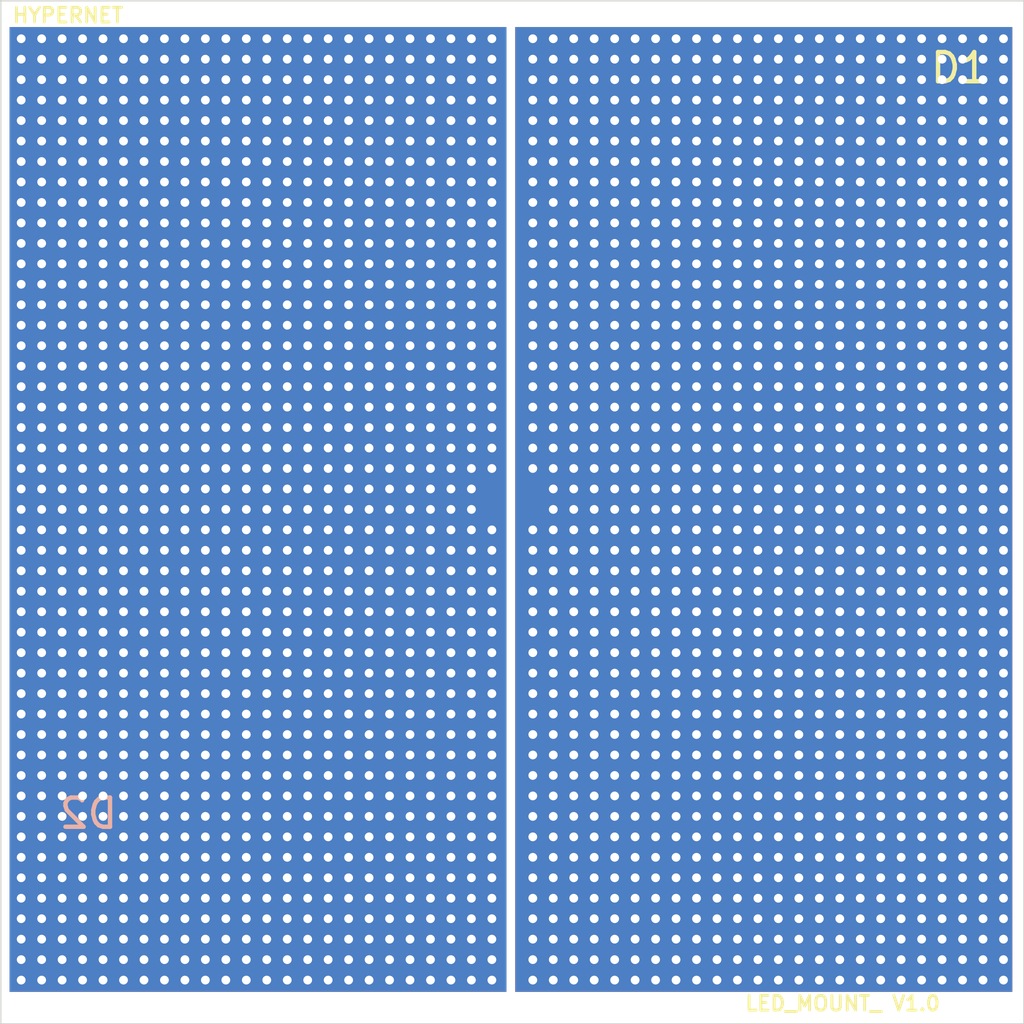
<source format=kicad_pcb>
(kicad_pcb (version 20171130) (host pcbnew 5.1.6-c6e7f7d~87~ubuntu20.04.1)
  (layers (0 F.Cu signal) (31 B.Cu signal) (34 B.Paste user) (35 F.Paste user) (36 B.SilkS user) (37 F.SilkS user) (38 B.Mask user) (39 F.Mask user) (44 Edge.Cuts user))
  (net 0 "")
  (net 1 Anode)
  (net 2 Cathode)
  (module LED_Mount:LED_Pel (layer B.Cu) (at 117.5 67.4)
    (fp_text reference D2 (at -14.5 10.4) (layer B.SilkS) (effects (justify mirror)))
    (fp_text value LED)
    (pad 2 smd rect (at 8.6 0) (size 17 33) (layers B.Cu B.Paste) (net 1 Anode))
    (pad 1 smd rect (at -8.7 0) (size 17 33) (layers B.Cu B.Paste) (net 2 Cathode))
  )
  (module LED_Mount:LED_Pel (layer F.Cu) (at 117.5 67.4)
    (fp_text reference D1 (at 15.3 -15.1) (layer F.SilkS))
    (fp_text value LED)
    (pad 2 smd rect (at 8.6 0) (size 17 33) (layers F.Cu F.Paste) (net 1 Anode))
    (pad 1 smd rect (at -8.7 0) (size 17 33) (layers F.Cu F.Paste) (net 2 Cathode))
  )
  (gr_text "LED_MOUNT_ V1.0" (at 128.8 84.3) (layer F.SilkS) (effects (font (size 0.5 0.5) (thickness 0.1))))
  (gr_text HYPERNET (at 102.3 50.5) (layer F.SilkS) (effects (font (size 0.5 0.5) (thickness 0.1))))
  (gr_line (start 100 85) (end 100 50) (layer Edge.Cuts) (width 0.05))
  (gr_line (start 135 85) (end 100 85) (layer Edge.Cuts) (width 0.05))
  (gr_line (start 135 50) (end 135 85) (layer Edge.Cuts) (width 0.05))
  (gr_line (start 100 50) (end 135 50) (layer Edge.Cuts) (width 0.05))
  (via (at 100.7 51.3) (size 0.5) (drill 0.3) (layers F.Cu B.Cu) (net 2))
  (via (at 101.4 51.3) (size 0.5) (drill 0.3) (layers F.Cu B.Cu) (net 2))
  (via (at 102.1 51.3) (size 0.5) (drill 0.3) (layers F.Cu B.Cu) (net 2))
  (via (at 102.8 51.3) (size 0.5) (drill 0.3) (layers F.Cu B.Cu) (net 2))
  (via (at 103.5 51.3) (size 0.5) (drill 0.3) (layers F.Cu B.Cu) (net 2))
  (via (at 104.2 51.3) (size 0.5) (drill 0.3) (layers F.Cu B.Cu) (net 2))
  (via (at 104.9 51.3) (size 0.5) (drill 0.3) (layers F.Cu B.Cu) (net 2))
  (via (at 105.6 51.3) (size 0.5) (drill 0.3) (layers F.Cu B.Cu) (net 2))
  (via (at 106.3 51.3) (size 0.5) (drill 0.3) (layers F.Cu B.Cu) (net 2))
  (via (at 107 51.3) (size 0.5) (drill 0.3) (layers F.Cu B.Cu) (net 2))
  (via (at 107.7 51.3) (size 0.5) (drill 0.3) (layers F.Cu B.Cu) (net 2))
  (via (at 108.4 51.3) (size 0.5) (drill 0.3) (layers F.Cu B.Cu) (net 2))
  (via (at 109.1 51.3) (size 0.5) (drill 0.3) (layers F.Cu B.Cu) (net 2))
  (via (at 109.8 51.3) (size 0.5) (drill 0.3) (layers F.Cu B.Cu) (net 2))
  (via (at 110.5 51.3) (size 0.5) (drill 0.3) (layers F.Cu B.Cu) (net 2))
  (via (at 111.2 51.3) (size 0.5) (drill 0.3) (layers F.Cu B.Cu) (net 2))
  (via (at 111.9 51.3) (size 0.5) (drill 0.3) (layers F.Cu B.Cu) (net 2))
  (via (at 112.6 51.3) (size 0.5) (drill 0.3) (layers F.Cu B.Cu) (net 2))
  (via (at 113.3 51.3) (size 0.5) (drill 0.3) (layers F.Cu B.Cu) (net 2))
  (via (at 114 51.3) (size 0.5) (drill 0.3) (layers F.Cu B.Cu) (net 2))
  (via (at 114.7 51.3) (size 0.5) (drill 0.3) (layers F.Cu B.Cu) (net 2))
  (via (at 115.4 51.3) (size 0.5) (drill 0.3) (layers F.Cu B.Cu) (net 2))
  (via (at 116.1 51.3) (size 0.5) (drill 0.3) (layers F.Cu B.Cu) (net 2))
  (via (at 116.8 51.3) (size 0.5) (drill 0.3) (layers F.Cu B.Cu) (net 2))
  (via (at 118.2 51.3) (size 0.5) (drill 0.3) (layers F.Cu B.Cu) (net 1))
  (via (at 118.9 51.3) (size 0.5) (drill 0.3) (layers F.Cu B.Cu) (net 1))
  (via (at 119.6 51.3) (size 0.5) (drill 0.3) (layers F.Cu B.Cu) (net 1))
  (via (at 120.3 51.3) (size 0.5) (drill 0.3) (layers F.Cu B.Cu) (net 1))
  (via (at 121 51.3) (size 0.5) (drill 0.3) (layers F.Cu B.Cu) (net 1))
  (via (at 121.7 51.3) (size 0.5) (drill 0.3) (layers F.Cu B.Cu) (net 1))
  (via (at 122.4 51.3) (size 0.5) (drill 0.3) (layers F.Cu B.Cu) (net 1))
  (via (at 123.1 51.3) (size 0.5) (drill 0.3) (layers F.Cu B.Cu) (net 1))
  (via (at 123.8 51.3) (size 0.5) (drill 0.3) (layers F.Cu B.Cu) (net 1))
  (via (at 124.5 51.3) (size 0.5) (drill 0.3) (layers F.Cu B.Cu) (net 1))
  (via (at 125.2 51.3) (size 0.5) (drill 0.3) (layers F.Cu B.Cu) (net 1))
  (via (at 125.9 51.3) (size 0.5) (drill 0.3) (layers F.Cu B.Cu) (net 1))
  (via (at 126.6 51.3) (size 0.5) (drill 0.3) (layers F.Cu B.Cu) (net 1))
  (via (at 127.3 51.3) (size 0.5) (drill 0.3) (layers F.Cu B.Cu) (net 1))
  (via (at 128 51.3) (size 0.5) (drill 0.3) (layers F.Cu B.Cu) (net 1))
  (via (at 128.7 51.3) (size 0.5) (drill 0.3) (layers F.Cu B.Cu) (net 1))
  (via (at 129.4 51.3) (size 0.5) (drill 0.3) (layers F.Cu B.Cu) (net 1))
  (via (at 130.1 51.3) (size 0.5) (drill 0.3) (layers F.Cu B.Cu) (net 1))
  (via (at 130.8 51.3) (size 0.5) (drill 0.3) (layers F.Cu B.Cu) (net 1))
  (via (at 131.5 51.3) (size 0.5) (drill 0.3) (layers F.Cu B.Cu) (net 1))
  (via (at 132.2 51.3) (size 0.5) (drill 0.3) (layers F.Cu B.Cu) (net 1))
  (via (at 132.9 51.3) (size 0.5) (drill 0.3) (layers F.Cu B.Cu) (net 1))
  (via (at 133.6 51.3) (size 0.5) (drill 0.3) (layers F.Cu B.Cu) (net 1))
  (via (at 134.3 51.3) (size 0.5) (drill 0.3) (layers F.Cu B.Cu) (net 1))
  (via (at 100.7 52) (size 0.5) (drill 0.3) (layers F.Cu B.Cu) (net 2))
  (via (at 101.4 52) (size 0.5) (drill 0.3) (layers F.Cu B.Cu) (net 2))
  (via (at 102.1 52) (size 0.5) (drill 0.3) (layers F.Cu B.Cu) (net 2))
  (via (at 102.8 52) (size 0.5) (drill 0.3) (layers F.Cu B.Cu) (net 2))
  (via (at 103.5 52) (size 0.5) (drill 0.3) (layers F.Cu B.Cu) (net 2))
  (via (at 104.2 52) (size 0.5) (drill 0.3) (layers F.Cu B.Cu) (net 2))
  (via (at 104.9 52) (size 0.5) (drill 0.3) (layers F.Cu B.Cu) (net 2))
  (via (at 105.6 52) (size 0.5) (drill 0.3) (layers F.Cu B.Cu) (net 2))
  (via (at 106.3 52) (size 0.5) (drill 0.3) (layers F.Cu B.Cu) (net 2))
  (via (at 107 52) (size 0.5) (drill 0.3) (layers F.Cu B.Cu) (net 2))
  (via (at 107.7 52) (size 0.5) (drill 0.3) (layers F.Cu B.Cu) (net 2))
  (via (at 108.4 52) (size 0.5) (drill 0.3) (layers F.Cu B.Cu) (net 2))
  (via (at 109.1 52) (size 0.5) (drill 0.3) (layers F.Cu B.Cu) (net 2))
  (via (at 109.8 52) (size 0.5) (drill 0.3) (layers F.Cu B.Cu) (net 2))
  (via (at 110.5 52) (size 0.5) (drill 0.3) (layers F.Cu B.Cu) (net 2))
  (via (at 111.2 52) (size 0.5) (drill 0.3) (layers F.Cu B.Cu) (net 2))
  (via (at 111.9 52) (size 0.5) (drill 0.3) (layers F.Cu B.Cu) (net 2))
  (via (at 112.6 52) (size 0.5) (drill 0.3) (layers F.Cu B.Cu) (net 2))
  (via (at 113.3 52) (size 0.5) (drill 0.3) (layers F.Cu B.Cu) (net 2))
  (via (at 114 52) (size 0.5) (drill 0.3) (layers F.Cu B.Cu) (net 2))
  (via (at 114.7 52) (size 0.5) (drill 0.3) (layers F.Cu B.Cu) (net 2))
  (via (at 115.4 52) (size 0.5) (drill 0.3) (layers F.Cu B.Cu) (net 2))
  (via (at 116.1 52) (size 0.5) (drill 0.3) (layers F.Cu B.Cu) (net 2))
  (via (at 116.8 52) (size 0.5) (drill 0.3) (layers F.Cu B.Cu) (net 2))
  (via (at 118.2 52) (size 0.5) (drill 0.3) (layers F.Cu B.Cu) (net 1))
  (via (at 118.9 52) (size 0.5) (drill 0.3) (layers F.Cu B.Cu) (net 1))
  (via (at 119.6 52) (size 0.5) (drill 0.3) (layers F.Cu B.Cu) (net 1))
  (via (at 120.3 52) (size 0.5) (drill 0.3) (layers F.Cu B.Cu) (net 1))
  (via (at 121 52) (size 0.5) (drill 0.3) (layers F.Cu B.Cu) (net 1))
  (via (at 121.7 52) (size 0.5) (drill 0.3) (layers F.Cu B.Cu) (net 1))
  (via (at 122.4 52) (size 0.5) (drill 0.3) (layers F.Cu B.Cu) (net 1))
  (via (at 123.1 52) (size 0.5) (drill 0.3) (layers F.Cu B.Cu) (net 1))
  (via (at 123.8 52) (size 0.5) (drill 0.3) (layers F.Cu B.Cu) (net 1))
  (via (at 124.5 52) (size 0.5) (drill 0.3) (layers F.Cu B.Cu) (net 1))
  (via (at 125.2 52) (size 0.5) (drill 0.3) (layers F.Cu B.Cu) (net 1))
  (via (at 125.9 52) (size 0.5) (drill 0.3) (layers F.Cu B.Cu) (net 1))
  (via (at 126.6 52) (size 0.5) (drill 0.3) (layers F.Cu B.Cu) (net 1))
  (via (at 127.3 52) (size 0.5) (drill 0.3) (layers F.Cu B.Cu) (net 1))
  (via (at 128 52) (size 0.5) (drill 0.3) (layers F.Cu B.Cu) (net 1))
  (via (at 128.7 52) (size 0.5) (drill 0.3) (layers F.Cu B.Cu) (net 1))
  (via (at 129.4 52) (size 0.5) (drill 0.3) (layers F.Cu B.Cu) (net 1))
  (via (at 130.1 52) (size 0.5) (drill 0.3) (layers F.Cu B.Cu) (net 1))
  (via (at 130.8 52) (size 0.5) (drill 0.3) (layers F.Cu B.Cu) (net 1))
  (via (at 131.5 52) (size 0.5) (drill 0.3) (layers F.Cu B.Cu) (net 1))
  (via (at 132.2 52) (size 0.5) (drill 0.3) (layers F.Cu B.Cu) (net 1))
  (via (at 132.9 52) (size 0.5) (drill 0.3) (layers F.Cu B.Cu) (net 1))
  (via (at 133.6 52) (size 0.5) (drill 0.3) (layers F.Cu B.Cu) (net 1))
  (via (at 134.3 52) (size 0.5) (drill 0.3) (layers F.Cu B.Cu) (net 1))
  (via (at 100.7 52.7) (size 0.5) (drill 0.3) (layers F.Cu B.Cu) (net 2))
  (via (at 101.4 52.7) (size 0.5) (drill 0.3) (layers F.Cu B.Cu) (net 2))
  (via (at 102.1 52.7) (size 0.5) (drill 0.3) (layers F.Cu B.Cu) (net 2))
  (via (at 102.8 52.7) (size 0.5) (drill 0.3) (layers F.Cu B.Cu) (net 2))
  (via (at 103.5 52.7) (size 0.5) (drill 0.3) (layers F.Cu B.Cu) (net 2))
  (via (at 104.2 52.7) (size 0.5) (drill 0.3) (layers F.Cu B.Cu) (net 2))
  (via (at 104.9 52.7) (size 0.5) (drill 0.3) (layers F.Cu B.Cu) (net 2))
  (via (at 105.6 52.7) (size 0.5) (drill 0.3) (layers F.Cu B.Cu) (net 2))
  (via (at 106.3 52.7) (size 0.5) (drill 0.3) (layers F.Cu B.Cu) (net 2))
  (via (at 107 52.7) (size 0.5) (drill 0.3) (layers F.Cu B.Cu) (net 2))
  (via (at 107.7 52.7) (size 0.5) (drill 0.3) (layers F.Cu B.Cu) (net 2))
  (via (at 108.4 52.7) (size 0.5) (drill 0.3) (layers F.Cu B.Cu) (net 2))
  (via (at 109.1 52.7) (size 0.5) (drill 0.3) (layers F.Cu B.Cu) (net 2))
  (via (at 109.8 52.7) (size 0.5) (drill 0.3) (layers F.Cu B.Cu) (net 2))
  (via (at 110.5 52.7) (size 0.5) (drill 0.3) (layers F.Cu B.Cu) (net 2))
  (via (at 111.2 52.7) (size 0.5) (drill 0.3) (layers F.Cu B.Cu) (net 2))
  (via (at 111.9 52.7) (size 0.5) (drill 0.3) (layers F.Cu B.Cu) (net 2))
  (via (at 112.6 52.7) (size 0.5) (drill 0.3) (layers F.Cu B.Cu) (net 2))
  (via (at 113.3 52.7) (size 0.5) (drill 0.3) (layers F.Cu B.Cu) (net 2))
  (via (at 114 52.7) (size 0.5) (drill 0.3) (layers F.Cu B.Cu) (net 2))
  (via (at 114.7 52.7) (size 0.5) (drill 0.3) (layers F.Cu B.Cu) (net 2))
  (via (at 115.4 52.7) (size 0.5) (drill 0.3) (layers F.Cu B.Cu) (net 2))
  (via (at 116.1 52.7) (size 0.5) (drill 0.3) (layers F.Cu B.Cu) (net 2))
  (via (at 116.8 52.7) (size 0.5) (drill 0.3) (layers F.Cu B.Cu) (net 2))
  (via (at 118.2 52.7) (size 0.5) (drill 0.3) (layers F.Cu B.Cu) (net 1))
  (via (at 118.9 52.7) (size 0.5) (drill 0.3) (layers F.Cu B.Cu) (net 1))
  (via (at 119.6 52.7) (size 0.5) (drill 0.3) (layers F.Cu B.Cu) (net 1))
  (via (at 120.3 52.7) (size 0.5) (drill 0.3) (layers F.Cu B.Cu) (net 1))
  (via (at 121 52.7) (size 0.5) (drill 0.3) (layers F.Cu B.Cu) (net 1))
  (via (at 121.7 52.7) (size 0.5) (drill 0.3) (layers F.Cu B.Cu) (net 1))
  (via (at 122.4 52.7) (size 0.5) (drill 0.3) (layers F.Cu B.Cu) (net 1))
  (via (at 123.1 52.7) (size 0.5) (drill 0.3) (layers F.Cu B.Cu) (net 1))
  (via (at 123.8 52.7) (size 0.5) (drill 0.3) (layers F.Cu B.Cu) (net 1))
  (via (at 124.5 52.7) (size 0.5) (drill 0.3) (layers F.Cu B.Cu) (net 1))
  (via (at 125.2 52.7) (size 0.5) (drill 0.3) (layers F.Cu B.Cu) (net 1))
  (via (at 125.9 52.7) (size 0.5) (drill 0.3) (layers F.Cu B.Cu) (net 1))
  (via (at 126.6 52.7) (size 0.5) (drill 0.3) (layers F.Cu B.Cu) (net 1))
  (via (at 127.3 52.7) (size 0.5) (drill 0.3) (layers F.Cu B.Cu) (net 1))
  (via (at 128 52.7) (size 0.5) (drill 0.3) (layers F.Cu B.Cu) (net 1))
  (via (at 128.7 52.7) (size 0.5) (drill 0.3) (layers F.Cu B.Cu) (net 1))
  (via (at 129.4 52.7) (size 0.5) (drill 0.3) (layers F.Cu B.Cu) (net 1))
  (via (at 130.1 52.7) (size 0.5) (drill 0.3) (layers F.Cu B.Cu) (net 1))
  (via (at 130.8 52.7) (size 0.5) (drill 0.3) (layers F.Cu B.Cu) (net 1))
  (via (at 131.5 52.7) (size 0.5) (drill 0.3) (layers F.Cu B.Cu) (net 1))
  (via (at 132.2 52.7) (size 0.5) (drill 0.3) (layers F.Cu B.Cu) (net 1))
  (via (at 132.9 52.7) (size 0.5) (drill 0.3) (layers F.Cu B.Cu) (net 1))
  (via (at 133.6 52.7) (size 0.5) (drill 0.3) (layers F.Cu B.Cu) (net 1))
  (via (at 134.3 52.7) (size 0.5) (drill 0.3) (layers F.Cu B.Cu) (net 1))
  (via (at 100.7 53.4) (size 0.5) (drill 0.3) (layers F.Cu B.Cu) (net 2))
  (via (at 101.4 53.4) (size 0.5) (drill 0.3) (layers F.Cu B.Cu) (net 2))
  (via (at 102.1 53.4) (size 0.5) (drill 0.3) (layers F.Cu B.Cu) (net 2))
  (via (at 102.8 53.4) (size 0.5) (drill 0.3) (layers F.Cu B.Cu) (net 2))
  (via (at 103.5 53.4) (size 0.5) (drill 0.3) (layers F.Cu B.Cu) (net 2))
  (via (at 104.2 53.4) (size 0.5) (drill 0.3) (layers F.Cu B.Cu) (net 2))
  (via (at 104.9 53.4) (size 0.5) (drill 0.3) (layers F.Cu B.Cu) (net 2))
  (via (at 105.6 53.4) (size 0.5) (drill 0.3) (layers F.Cu B.Cu) (net 2))
  (via (at 106.3 53.4) (size 0.5) (drill 0.3) (layers F.Cu B.Cu) (net 2))
  (via (at 107 53.4) (size 0.5) (drill 0.3) (layers F.Cu B.Cu) (net 2))
  (via (at 107.7 53.4) (size 0.5) (drill 0.3) (layers F.Cu B.Cu) (net 2))
  (via (at 108.4 53.4) (size 0.5) (drill 0.3) (layers F.Cu B.Cu) (net 2))
  (via (at 109.1 53.4) (size 0.5) (drill 0.3) (layers F.Cu B.Cu) (net 2))
  (via (at 109.8 53.4) (size 0.5) (drill 0.3) (layers F.Cu B.Cu) (net 2))
  (via (at 110.5 53.4) (size 0.5) (drill 0.3) (layers F.Cu B.Cu) (net 2))
  (via (at 111.2 53.4) (size 0.5) (drill 0.3) (layers F.Cu B.Cu) (net 2))
  (via (at 111.9 53.4) (size 0.5) (drill 0.3) (layers F.Cu B.Cu) (net 2))
  (via (at 112.6 53.4) (size 0.5) (drill 0.3) (layers F.Cu B.Cu) (net 2))
  (via (at 113.3 53.4) (size 0.5) (drill 0.3) (layers F.Cu B.Cu) (net 2))
  (via (at 114 53.4) (size 0.5) (drill 0.3) (layers F.Cu B.Cu) (net 2))
  (via (at 114.7 53.4) (size 0.5) (drill 0.3) (layers F.Cu B.Cu) (net 2))
  (via (at 115.4 53.4) (size 0.5) (drill 0.3) (layers F.Cu B.Cu) (net 2))
  (via (at 116.1 53.4) (size 0.5) (drill 0.3) (layers F.Cu B.Cu) (net 2))
  (via (at 116.8 53.4) (size 0.5) (drill 0.3) (layers F.Cu B.Cu) (net 2))
  (via (at 118.2 53.4) (size 0.5) (drill 0.3) (layers F.Cu B.Cu) (net 1))
  (via (at 118.9 53.4) (size 0.5) (drill 0.3) (layers F.Cu B.Cu) (net 1))
  (via (at 119.6 53.4) (size 0.5) (drill 0.3) (layers F.Cu B.Cu) (net 1))
  (via (at 120.3 53.4) (size 0.5) (drill 0.3) (layers F.Cu B.Cu) (net 1))
  (via (at 121 53.4) (size 0.5) (drill 0.3) (layers F.Cu B.Cu) (net 1))
  (via (at 121.7 53.4) (size 0.5) (drill 0.3) (layers F.Cu B.Cu) (net 1))
  (via (at 122.4 53.4) (size 0.5) (drill 0.3) (layers F.Cu B.Cu) (net 1))
  (via (at 123.1 53.4) (size 0.5) (drill 0.3) (layers F.Cu B.Cu) (net 1))
  (via (at 123.8 53.4) (size 0.5) (drill 0.3) (layers F.Cu B.Cu) (net 1))
  (via (at 124.5 53.4) (size 0.5) (drill 0.3) (layers F.Cu B.Cu) (net 1))
  (via (at 125.2 53.4) (size 0.5) (drill 0.3) (layers F.Cu B.Cu) (net 1))
  (via (at 125.9 53.4) (size 0.5) (drill 0.3) (layers F.Cu B.Cu) (net 1))
  (via (at 126.6 53.4) (size 0.5) (drill 0.3) (layers F.Cu B.Cu) (net 1))
  (via (at 127.3 53.4) (size 0.5) (drill 0.3) (layers F.Cu B.Cu) (net 1))
  (via (at 128 53.4) (size 0.5) (drill 0.3) (layers F.Cu B.Cu) (net 1))
  (via (at 128.7 53.4) (size 0.5) (drill 0.3) (layers F.Cu B.Cu) (net 1))
  (via (at 129.4 53.4) (size 0.5) (drill 0.3) (layers F.Cu B.Cu) (net 1))
  (via (at 130.1 53.4) (size 0.5) (drill 0.3) (layers F.Cu B.Cu) (net 1))
  (via (at 130.8 53.4) (size 0.5) (drill 0.3) (layers F.Cu B.Cu) (net 1))
  (via (at 131.5 53.4) (size 0.5) (drill 0.3) (layers F.Cu B.Cu) (net 1))
  (via (at 132.2 53.4) (size 0.5) (drill 0.3) (layers F.Cu B.Cu) (net 1))
  (via (at 132.9 53.4) (size 0.5) (drill 0.3) (layers F.Cu B.Cu) (net 1))
  (via (at 133.6 53.4) (size 0.5) (drill 0.3) (layers F.Cu B.Cu) (net 1))
  (via (at 134.3 53.4) (size 0.5) (drill 0.3) (layers F.Cu B.Cu) (net 1))
  (via (at 100.7 54.1) (size 0.5) (drill 0.3) (layers F.Cu B.Cu) (net 2))
  (via (at 101.4 54.1) (size 0.5) (drill 0.3) (layers F.Cu B.Cu) (net 2))
  (via (at 102.1 54.1) (size 0.5) (drill 0.3) (layers F.Cu B.Cu) (net 2))
  (via (at 102.8 54.1) (size 0.5) (drill 0.3) (layers F.Cu B.Cu) (net 2))
  (via (at 103.5 54.1) (size 0.5) (drill 0.3) (layers F.Cu B.Cu) (net 2))
  (via (at 104.2 54.1) (size 0.5) (drill 0.3) (layers F.Cu B.Cu) (net 2))
  (via (at 104.9 54.1) (size 0.5) (drill 0.3) (layers F.Cu B.Cu) (net 2))
  (via (at 105.6 54.1) (size 0.5) (drill 0.3) (layers F.Cu B.Cu) (net 2))
  (via (at 106.3 54.1) (size 0.5) (drill 0.3) (layers F.Cu B.Cu) (net 2))
  (via (at 107 54.1) (size 0.5) (drill 0.3) (layers F.Cu B.Cu) (net 2))
  (via (at 107.7 54.1) (size 0.5) (drill 0.3) (layers F.Cu B.Cu) (net 2))
  (via (at 108.4 54.1) (size 0.5) (drill 0.3) (layers F.Cu B.Cu) (net 2))
  (via (at 109.1 54.1) (size 0.5) (drill 0.3) (layers F.Cu B.Cu) (net 2))
  (via (at 109.8 54.1) (size 0.5) (drill 0.3) (layers F.Cu B.Cu) (net 2))
  (via (at 110.5 54.1) (size 0.5) (drill 0.3) (layers F.Cu B.Cu) (net 2))
  (via (at 111.2 54.1) (size 0.5) (drill 0.3) (layers F.Cu B.Cu) (net 2))
  (via (at 111.9 54.1) (size 0.5) (drill 0.3) (layers F.Cu B.Cu) (net 2))
  (via (at 112.6 54.1) (size 0.5) (drill 0.3) (layers F.Cu B.Cu) (net 2))
  (via (at 113.3 54.1) (size 0.5) (drill 0.3) (layers F.Cu B.Cu) (net 2))
  (via (at 114 54.1) (size 0.5) (drill 0.3) (layers F.Cu B.Cu) (net 2))
  (via (at 114.7 54.1) (size 0.5) (drill 0.3) (layers F.Cu B.Cu) (net 2))
  (via (at 115.4 54.1) (size 0.5) (drill 0.3) (layers F.Cu B.Cu) (net 2))
  (via (at 116.1 54.1) (size 0.5) (drill 0.3) (layers F.Cu B.Cu) (net 2))
  (via (at 116.8 54.1) (size 0.5) (drill 0.3) (layers F.Cu B.Cu) (net 2))
  (via (at 118.2 54.1) (size 0.5) (drill 0.3) (layers F.Cu B.Cu) (net 1))
  (via (at 118.9 54.1) (size 0.5) (drill 0.3) (layers F.Cu B.Cu) (net 1))
  (via (at 119.6 54.1) (size 0.5) (drill 0.3) (layers F.Cu B.Cu) (net 1))
  (via (at 120.3 54.1) (size 0.5) (drill 0.3) (layers F.Cu B.Cu) (net 1))
  (via (at 121 54.1) (size 0.5) (drill 0.3) (layers F.Cu B.Cu) (net 1))
  (via (at 121.7 54.1) (size 0.5) (drill 0.3) (layers F.Cu B.Cu) (net 1))
  (via (at 122.4 54.1) (size 0.5) (drill 0.3) (layers F.Cu B.Cu) (net 1))
  (via (at 123.1 54.1) (size 0.5) (drill 0.3) (layers F.Cu B.Cu) (net 1))
  (via (at 123.8 54.1) (size 0.5) (drill 0.3) (layers F.Cu B.Cu) (net 1))
  (via (at 124.5 54.1) (size 0.5) (drill 0.3) (layers F.Cu B.Cu) (net 1))
  (via (at 125.2 54.1) (size 0.5) (drill 0.3) (layers F.Cu B.Cu) (net 1))
  (via (at 125.9 54.1) (size 0.5) (drill 0.3) (layers F.Cu B.Cu) (net 1))
  (via (at 126.6 54.1) (size 0.5) (drill 0.3) (layers F.Cu B.Cu) (net 1))
  (via (at 127.3 54.1) (size 0.5) (drill 0.3) (layers F.Cu B.Cu) (net 1))
  (via (at 128 54.1) (size 0.5) (drill 0.3) (layers F.Cu B.Cu) (net 1))
  (via (at 128.7 54.1) (size 0.5) (drill 0.3) (layers F.Cu B.Cu) (net 1))
  (via (at 129.4 54.1) (size 0.5) (drill 0.3) (layers F.Cu B.Cu) (net 1))
  (via (at 130.1 54.1) (size 0.5) (drill 0.3) (layers F.Cu B.Cu) (net 1))
  (via (at 130.8 54.1) (size 0.5) (drill 0.3) (layers F.Cu B.Cu) (net 1))
  (via (at 131.5 54.1) (size 0.5) (drill 0.3) (layers F.Cu B.Cu) (net 1))
  (via (at 132.2 54.1) (size 0.5) (drill 0.3) (layers F.Cu B.Cu) (net 1))
  (via (at 132.9 54.1) (size 0.5) (drill 0.3) (layers F.Cu B.Cu) (net 1))
  (via (at 133.6 54.1) (size 0.5) (drill 0.3) (layers F.Cu B.Cu) (net 1))
  (via (at 134.3 54.1) (size 0.5) (drill 0.3) (layers F.Cu B.Cu) (net 1))
  (via (at 100.7 54.8) (size 0.5) (drill 0.3) (layers F.Cu B.Cu) (net 2))
  (via (at 101.4 54.8) (size 0.5) (drill 0.3) (layers F.Cu B.Cu) (net 2))
  (via (at 102.1 54.8) (size 0.5) (drill 0.3) (layers F.Cu B.Cu) (net 2))
  (via (at 102.8 54.8) (size 0.5) (drill 0.3) (layers F.Cu B.Cu) (net 2))
  (via (at 103.5 54.8) (size 0.5) (drill 0.3) (layers F.Cu B.Cu) (net 2))
  (via (at 104.2 54.8) (size 0.5) (drill 0.3) (layers F.Cu B.Cu) (net 2))
  (via (at 104.9 54.8) (size 0.5) (drill 0.3) (layers F.Cu B.Cu) (net 2))
  (via (at 105.6 54.8) (size 0.5) (drill 0.3) (layers F.Cu B.Cu) (net 2))
  (via (at 106.3 54.8) (size 0.5) (drill 0.3) (layers F.Cu B.Cu) (net 2))
  (via (at 107 54.8) (size 0.5) (drill 0.3) (layers F.Cu B.Cu) (net 2))
  (via (at 107.7 54.8) (size 0.5) (drill 0.3) (layers F.Cu B.Cu) (net 2))
  (via (at 108.4 54.8) (size 0.5) (drill 0.3) (layers F.Cu B.Cu) (net 2))
  (via (at 109.1 54.8) (size 0.5) (drill 0.3) (layers F.Cu B.Cu) (net 2))
  (via (at 109.8 54.8) (size 0.5) (drill 0.3) (layers F.Cu B.Cu) (net 2))
  (via (at 110.5 54.8) (size 0.5) (drill 0.3) (layers F.Cu B.Cu) (net 2))
  (via (at 111.2 54.8) (size 0.5) (drill 0.3) (layers F.Cu B.Cu) (net 2))
  (via (at 111.9 54.8) (size 0.5) (drill 0.3) (layers F.Cu B.Cu) (net 2))
  (via (at 112.6 54.8) (size 0.5) (drill 0.3) (layers F.Cu B.Cu) (net 2))
  (via (at 113.3 54.8) (size 0.5) (drill 0.3) (layers F.Cu B.Cu) (net 2))
  (via (at 114 54.8) (size 0.5) (drill 0.3) (layers F.Cu B.Cu) (net 2))
  (via (at 114.7 54.8) (size 0.5) (drill 0.3) (layers F.Cu B.Cu) (net 2))
  (via (at 115.4 54.8) (size 0.5) (drill 0.3) (layers F.Cu B.Cu) (net 2))
  (via (at 116.1 54.8) (size 0.5) (drill 0.3) (layers F.Cu B.Cu) (net 2))
  (via (at 116.8 54.8) (size 0.5) (drill 0.3) (layers F.Cu B.Cu) (net 2))
  (via (at 118.2 54.8) (size 0.5) (drill 0.3) (layers F.Cu B.Cu) (net 1))
  (via (at 118.9 54.8) (size 0.5) (drill 0.3) (layers F.Cu B.Cu) (net 1))
  (via (at 119.6 54.8) (size 0.5) (drill 0.3) (layers F.Cu B.Cu) (net 1))
  (via (at 120.3 54.8) (size 0.5) (drill 0.3) (layers F.Cu B.Cu) (net 1))
  (via (at 121 54.8) (size 0.5) (drill 0.3) (layers F.Cu B.Cu) (net 1))
  (via (at 121.7 54.8) (size 0.5) (drill 0.3) (layers F.Cu B.Cu) (net 1))
  (via (at 122.4 54.8) (size 0.5) (drill 0.3) (layers F.Cu B.Cu) (net 1))
  (via (at 123.1 54.8) (size 0.5) (drill 0.3) (layers F.Cu B.Cu) (net 1))
  (via (at 123.8 54.8) (size 0.5) (drill 0.3) (layers F.Cu B.Cu) (net 1))
  (via (at 124.5 54.8) (size 0.5) (drill 0.3) (layers F.Cu B.Cu) (net 1))
  (via (at 125.2 54.8) (size 0.5) (drill 0.3) (layers F.Cu B.Cu) (net 1))
  (via (at 125.9 54.8) (size 0.5) (drill 0.3) (layers F.Cu B.Cu) (net 1))
  (via (at 126.6 54.8) (size 0.5) (drill 0.3) (layers F.Cu B.Cu) (net 1))
  (via (at 127.3 54.8) (size 0.5) (drill 0.3) (layers F.Cu B.Cu) (net 1))
  (via (at 128 54.8) (size 0.5) (drill 0.3) (layers F.Cu B.Cu) (net 1))
  (via (at 128.7 54.8) (size 0.5) (drill 0.3) (layers F.Cu B.Cu) (net 1))
  (via (at 129.4 54.8) (size 0.5) (drill 0.3) (layers F.Cu B.Cu) (net 1))
  (via (at 130.1 54.8) (size 0.5) (drill 0.3) (layers F.Cu B.Cu) (net 1))
  (via (at 130.8 54.8) (size 0.5) (drill 0.3) (layers F.Cu B.Cu) (net 1))
  (via (at 131.5 54.8) (size 0.5) (drill 0.3) (layers F.Cu B.Cu) (net 1))
  (via (at 132.2 54.8) (size 0.5) (drill 0.3) (layers F.Cu B.Cu) (net 1))
  (via (at 132.9 54.8) (size 0.5) (drill 0.3) (layers F.Cu B.Cu) (net 1))
  (via (at 133.6 54.8) (size 0.5) (drill 0.3) (layers F.Cu B.Cu) (net 1))
  (via (at 134.3 54.8) (size 0.5) (drill 0.3) (layers F.Cu B.Cu) (net 1))
  (via (at 100.7 55.5) (size 0.5) (drill 0.3) (layers F.Cu B.Cu) (net 2))
  (via (at 101.4 55.5) (size 0.5) (drill 0.3) (layers F.Cu B.Cu) (net 2))
  (via (at 102.1 55.5) (size 0.5) (drill 0.3) (layers F.Cu B.Cu) (net 2))
  (via (at 102.8 55.5) (size 0.5) (drill 0.3) (layers F.Cu B.Cu) (net 2))
  (via (at 103.5 55.5) (size 0.5) (drill 0.3) (layers F.Cu B.Cu) (net 2))
  (via (at 104.2 55.5) (size 0.5) (drill 0.3) (layers F.Cu B.Cu) (net 2))
  (via (at 104.9 55.5) (size 0.5) (drill 0.3) (layers F.Cu B.Cu) (net 2))
  (via (at 105.6 55.5) (size 0.5) (drill 0.3) (layers F.Cu B.Cu) (net 2))
  (via (at 106.3 55.5) (size 0.5) (drill 0.3) (layers F.Cu B.Cu) (net 2))
  (via (at 107 55.5) (size 0.5) (drill 0.3) (layers F.Cu B.Cu) (net 2))
  (via (at 107.7 55.5) (size 0.5) (drill 0.3) (layers F.Cu B.Cu) (net 2))
  (via (at 108.4 55.5) (size 0.5) (drill 0.3) (layers F.Cu B.Cu) (net 2))
  (via (at 109.1 55.5) (size 0.5) (drill 0.3) (layers F.Cu B.Cu) (net 2))
  (via (at 109.8 55.5) (size 0.5) (drill 0.3) (layers F.Cu B.Cu) (net 2))
  (via (at 110.5 55.5) (size 0.5) (drill 0.3) (layers F.Cu B.Cu) (net 2))
  (via (at 111.2 55.5) (size 0.5) (drill 0.3) (layers F.Cu B.Cu) (net 2))
  (via (at 111.9 55.5) (size 0.5) (drill 0.3) (layers F.Cu B.Cu) (net 2))
  (via (at 112.6 55.5) (size 0.5) (drill 0.3) (layers F.Cu B.Cu) (net 2))
  (via (at 113.3 55.5) (size 0.5) (drill 0.3) (layers F.Cu B.Cu) (net 2))
  (via (at 114 55.5) (size 0.5) (drill 0.3) (layers F.Cu B.Cu) (net 2))
  (via (at 114.7 55.5) (size 0.5) (drill 0.3) (layers F.Cu B.Cu) (net 2))
  (via (at 115.4 55.5) (size 0.5) (drill 0.3) (layers F.Cu B.Cu) (net 2))
  (via (at 116.1 55.5) (size 0.5) (drill 0.3) (layers F.Cu B.Cu) (net 2))
  (via (at 116.8 55.5) (size 0.5) (drill 0.3) (layers F.Cu B.Cu) (net 2))
  (via (at 118.2 55.5) (size 0.5) (drill 0.3) (layers F.Cu B.Cu) (net 1))
  (via (at 118.9 55.5) (size 0.5) (drill 0.3) (layers F.Cu B.Cu) (net 1))
  (via (at 119.6 55.5) (size 0.5) (drill 0.3) (layers F.Cu B.Cu) (net 1))
  (via (at 120.3 55.5) (size 0.5) (drill 0.3) (layers F.Cu B.Cu) (net 1))
  (via (at 121 55.5) (size 0.5) (drill 0.3) (layers F.Cu B.Cu) (net 1))
  (via (at 121.7 55.5) (size 0.5) (drill 0.3) (layers F.Cu B.Cu) (net 1))
  (via (at 122.4 55.5) (size 0.5) (drill 0.3) (layers F.Cu B.Cu) (net 1))
  (via (at 123.1 55.5) (size 0.5) (drill 0.3) (layers F.Cu B.Cu) (net 1))
  (via (at 123.8 55.5) (size 0.5) (drill 0.3) (layers F.Cu B.Cu) (net 1))
  (via (at 124.5 55.5) (size 0.5) (drill 0.3) (layers F.Cu B.Cu) (net 1))
  (via (at 125.2 55.5) (size 0.5) (drill 0.3) (layers F.Cu B.Cu) (net 1))
  (via (at 125.9 55.5) (size 0.5) (drill 0.3) (layers F.Cu B.Cu) (net 1))
  (via (at 126.6 55.5) (size 0.5) (drill 0.3) (layers F.Cu B.Cu) (net 1))
  (via (at 127.3 55.5) (size 0.5) (drill 0.3) (layers F.Cu B.Cu) (net 1))
  (via (at 128 55.5) (size 0.5) (drill 0.3) (layers F.Cu B.Cu) (net 1))
  (via (at 128.7 55.5) (size 0.5) (drill 0.3) (layers F.Cu B.Cu) (net 1))
  (via (at 129.4 55.5) (size 0.5) (drill 0.3) (layers F.Cu B.Cu) (net 1))
  (via (at 130.1 55.5) (size 0.5) (drill 0.3) (layers F.Cu B.Cu) (net 1))
  (via (at 130.8 55.5) (size 0.5) (drill 0.3) (layers F.Cu B.Cu) (net 1))
  (via (at 131.5 55.5) (size 0.5) (drill 0.3) (layers F.Cu B.Cu) (net 1))
  (via (at 132.2 55.5) (size 0.5) (drill 0.3) (layers F.Cu B.Cu) (net 1))
  (via (at 132.9 55.5) (size 0.5) (drill 0.3) (layers F.Cu B.Cu) (net 1))
  (via (at 133.6 55.5) (size 0.5) (drill 0.3) (layers F.Cu B.Cu) (net 1))
  (via (at 134.3 55.5) (size 0.5) (drill 0.3) (layers F.Cu B.Cu) (net 1))
  (via (at 100.7 56.2) (size 0.5) (drill 0.3) (layers F.Cu B.Cu) (net 2))
  (via (at 101.4 56.2) (size 0.5) (drill 0.3) (layers F.Cu B.Cu) (net 2))
  (via (at 102.1 56.2) (size 0.5) (drill 0.3) (layers F.Cu B.Cu) (net 2))
  (via (at 102.8 56.2) (size 0.5) (drill 0.3) (layers F.Cu B.Cu) (net 2))
  (via (at 103.5 56.2) (size 0.5) (drill 0.3) (layers F.Cu B.Cu) (net 2))
  (via (at 104.2 56.2) (size 0.5) (drill 0.3) (layers F.Cu B.Cu) (net 2))
  (via (at 104.9 56.2) (size 0.5) (drill 0.3) (layers F.Cu B.Cu) (net 2))
  (via (at 105.6 56.2) (size 0.5) (drill 0.3) (layers F.Cu B.Cu) (net 2))
  (via (at 106.3 56.2) (size 0.5) (drill 0.3) (layers F.Cu B.Cu) (net 2))
  (via (at 107 56.2) (size 0.5) (drill 0.3) (layers F.Cu B.Cu) (net 2))
  (via (at 107.7 56.2) (size 0.5) (drill 0.3) (layers F.Cu B.Cu) (net 2))
  (via (at 108.4 56.2) (size 0.5) (drill 0.3) (layers F.Cu B.Cu) (net 2))
  (via (at 109.1 56.2) (size 0.5) (drill 0.3) (layers F.Cu B.Cu) (net 2))
  (via (at 109.8 56.2) (size 0.5) (drill 0.3) (layers F.Cu B.Cu) (net 2))
  (via (at 110.5 56.2) (size 0.5) (drill 0.3) (layers F.Cu B.Cu) (net 2))
  (via (at 111.2 56.2) (size 0.5) (drill 0.3) (layers F.Cu B.Cu) (net 2))
  (via (at 111.9 56.2) (size 0.5) (drill 0.3) (layers F.Cu B.Cu) (net 2))
  (via (at 112.6 56.2) (size 0.5) (drill 0.3) (layers F.Cu B.Cu) (net 2))
  (via (at 113.3 56.2) (size 0.5) (drill 0.3) (layers F.Cu B.Cu) (net 2))
  (via (at 114 56.2) (size 0.5) (drill 0.3) (layers F.Cu B.Cu) (net 2))
  (via (at 114.7 56.2) (size 0.5) (drill 0.3) (layers F.Cu B.Cu) (net 2))
  (via (at 115.4 56.2) (size 0.5) (drill 0.3) (layers F.Cu B.Cu) (net 2))
  (via (at 116.1 56.2) (size 0.5) (drill 0.3) (layers F.Cu B.Cu) (net 2))
  (via (at 116.8 56.2) (size 0.5) (drill 0.3) (layers F.Cu B.Cu) (net 2))
  (via (at 118.2 56.2) (size 0.5) (drill 0.3) (layers F.Cu B.Cu) (net 1))
  (via (at 118.9 56.2) (size 0.5) (drill 0.3) (layers F.Cu B.Cu) (net 1))
  (via (at 119.6 56.2) (size 0.5) (drill 0.3) (layers F.Cu B.Cu) (net 1))
  (via (at 120.3 56.2) (size 0.5) (drill 0.3) (layers F.Cu B.Cu) (net 1))
  (via (at 121 56.2) (size 0.5) (drill 0.3) (layers F.Cu B.Cu) (net 1))
  (via (at 121.7 56.2) (size 0.5) (drill 0.3) (layers F.Cu B.Cu) (net 1))
  (via (at 122.4 56.2) (size 0.5) (drill 0.3) (layers F.Cu B.Cu) (net 1))
  (via (at 123.1 56.2) (size 0.5) (drill 0.3) (layers F.Cu B.Cu) (net 1))
  (via (at 123.8 56.2) (size 0.5) (drill 0.3) (layers F.Cu B.Cu) (net 1))
  (via (at 124.5 56.2) (size 0.5) (drill 0.3) (layers F.Cu B.Cu) (net 1))
  (via (at 125.2 56.2) (size 0.5) (drill 0.3) (layers F.Cu B.Cu) (net 1))
  (via (at 125.9 56.2) (size 0.5) (drill 0.3) (layers F.Cu B.Cu) (net 1))
  (via (at 126.6 56.2) (size 0.5) (drill 0.3) (layers F.Cu B.Cu) (net 1))
  (via (at 127.3 56.2) (size 0.5) (drill 0.3) (layers F.Cu B.Cu) (net 1))
  (via (at 128 56.2) (size 0.5) (drill 0.3) (layers F.Cu B.Cu) (net 1))
  (via (at 128.7 56.2) (size 0.5) (drill 0.3) (layers F.Cu B.Cu) (net 1))
  (via (at 129.4 56.2) (size 0.5) (drill 0.3) (layers F.Cu B.Cu) (net 1))
  (via (at 130.1 56.2) (size 0.5) (drill 0.3) (layers F.Cu B.Cu) (net 1))
  (via (at 130.8 56.2) (size 0.5) (drill 0.3) (layers F.Cu B.Cu) (net 1))
  (via (at 131.5 56.2) (size 0.5) (drill 0.3) (layers F.Cu B.Cu) (net 1))
  (via (at 132.2 56.2) (size 0.5) (drill 0.3) (layers F.Cu B.Cu) (net 1))
  (via (at 132.9 56.2) (size 0.5) (drill 0.3) (layers F.Cu B.Cu) (net 1))
  (via (at 133.6 56.2) (size 0.5) (drill 0.3) (layers F.Cu B.Cu) (net 1))
  (via (at 134.3 56.2) (size 0.5) (drill 0.3) (layers F.Cu B.Cu) (net 1))
  (via (at 100.7 56.9) (size 0.5) (drill 0.3) (layers F.Cu B.Cu) (net 2))
  (via (at 101.4 56.9) (size 0.5) (drill 0.3) (layers F.Cu B.Cu) (net 2))
  (via (at 102.1 56.9) (size 0.5) (drill 0.3) (layers F.Cu B.Cu) (net 2))
  (via (at 102.8 56.9) (size 0.5) (drill 0.3) (layers F.Cu B.Cu) (net 2))
  (via (at 103.5 56.9) (size 0.5) (drill 0.3) (layers F.Cu B.Cu) (net 2))
  (via (at 104.2 56.9) (size 0.5) (drill 0.3) (layers F.Cu B.Cu) (net 2))
  (via (at 104.9 56.9) (size 0.5) (drill 0.3) (layers F.Cu B.Cu) (net 2))
  (via (at 105.6 56.9) (size 0.5) (drill 0.3) (layers F.Cu B.Cu) (net 2))
  (via (at 106.3 56.9) (size 0.5) (drill 0.3) (layers F.Cu B.Cu) (net 2))
  (via (at 107 56.9) (size 0.5) (drill 0.3) (layers F.Cu B.Cu) (net 2))
  (via (at 107.7 56.9) (size 0.5) (drill 0.3) (layers F.Cu B.Cu) (net 2))
  (via (at 108.4 56.9) (size 0.5) (drill 0.3) (layers F.Cu B.Cu) (net 2))
  (via (at 109.1 56.9) (size 0.5) (drill 0.3) (layers F.Cu B.Cu) (net 2))
  (via (at 109.8 56.9) (size 0.5) (drill 0.3) (layers F.Cu B.Cu) (net 2))
  (via (at 110.5 56.9) (size 0.5) (drill 0.3) (layers F.Cu B.Cu) (net 2))
  (via (at 111.2 56.9) (size 0.5) (drill 0.3) (layers F.Cu B.Cu) (net 2))
  (via (at 111.9 56.9) (size 0.5) (drill 0.3) (layers F.Cu B.Cu) (net 2))
  (via (at 112.6 56.9) (size 0.5) (drill 0.3) (layers F.Cu B.Cu) (net 2))
  (via (at 113.3 56.9) (size 0.5) (drill 0.3) (layers F.Cu B.Cu) (net 2))
  (via (at 114 56.9) (size 0.5) (drill 0.3) (layers F.Cu B.Cu) (net 2))
  (via (at 114.7 56.9) (size 0.5) (drill 0.3) (layers F.Cu B.Cu) (net 2))
  (via (at 115.4 56.9) (size 0.5) (drill 0.3) (layers F.Cu B.Cu) (net 2))
  (via (at 116.1 56.9) (size 0.5) (drill 0.3) (layers F.Cu B.Cu) (net 2))
  (via (at 116.8 56.9) (size 0.5) (drill 0.3) (layers F.Cu B.Cu) (net 2))
  (via (at 118.2 56.9) (size 0.5) (drill 0.3) (layers F.Cu B.Cu) (net 1))
  (via (at 118.9 56.9) (size 0.5) (drill 0.3) (layers F.Cu B.Cu) (net 1))
  (via (at 119.6 56.9) (size 0.5) (drill 0.3) (layers F.Cu B.Cu) (net 1))
  (via (at 120.3 56.9) (size 0.5) (drill 0.3) (layers F.Cu B.Cu) (net 1))
  (via (at 121 56.9) (size 0.5) (drill 0.3) (layers F.Cu B.Cu) (net 1))
  (via (at 121.7 56.9) (size 0.5) (drill 0.3) (layers F.Cu B.Cu) (net 1))
  (via (at 122.4 56.9) (size 0.5) (drill 0.3) (layers F.Cu B.Cu) (net 1))
  (via (at 123.1 56.9) (size 0.5) (drill 0.3) (layers F.Cu B.Cu) (net 1))
  (via (at 123.8 56.9) (size 0.5) (drill 0.3) (layers F.Cu B.Cu) (net 1))
  (via (at 124.5 56.9) (size 0.5) (drill 0.3) (layers F.Cu B.Cu) (net 1))
  (via (at 125.2 56.9) (size 0.5) (drill 0.3) (layers F.Cu B.Cu) (net 1))
  (via (at 125.9 56.9) (size 0.5) (drill 0.3) (layers F.Cu B.Cu) (net 1))
  (via (at 126.6 56.9) (size 0.5) (drill 0.3) (layers F.Cu B.Cu) (net 1))
  (via (at 127.3 56.9) (size 0.5) (drill 0.3) (layers F.Cu B.Cu) (net 1))
  (via (at 128 56.9) (size 0.5) (drill 0.3) (layers F.Cu B.Cu) (net 1))
  (via (at 128.7 56.9) (size 0.5) (drill 0.3) (layers F.Cu B.Cu) (net 1))
  (via (at 129.4 56.9) (size 0.5) (drill 0.3) (layers F.Cu B.Cu) (net 1))
  (via (at 130.1 56.9) (size 0.5) (drill 0.3) (layers F.Cu B.Cu) (net 1))
  (via (at 130.8 56.9) (size 0.5) (drill 0.3) (layers F.Cu B.Cu) (net 1))
  (via (at 131.5 56.9) (size 0.5) (drill 0.3) (layers F.Cu B.Cu) (net 1))
  (via (at 132.2 56.9) (size 0.5) (drill 0.3) (layers F.Cu B.Cu) (net 1))
  (via (at 132.9 56.9) (size 0.5) (drill 0.3) (layers F.Cu B.Cu) (net 1))
  (via (at 133.6 56.9) (size 0.5) (drill 0.3) (layers F.Cu B.Cu) (net 1))
  (via (at 134.3 56.9) (size 0.5) (drill 0.3) (layers F.Cu B.Cu) (net 1))
  (via (at 100.7 57.6) (size 0.5) (drill 0.3) (layers F.Cu B.Cu) (net 2))
  (via (at 101.4 57.6) (size 0.5) (drill 0.3) (layers F.Cu B.Cu) (net 2))
  (via (at 102.1 57.6) (size 0.5) (drill 0.3) (layers F.Cu B.Cu) (net 2))
  (via (at 102.8 57.6) (size 0.5) (drill 0.3) (layers F.Cu B.Cu) (net 2))
  (via (at 103.5 57.6) (size 0.5) (drill 0.3) (layers F.Cu B.Cu) (net 2))
  (via (at 104.2 57.6) (size 0.5) (drill 0.3) (layers F.Cu B.Cu) (net 2))
  (via (at 104.9 57.6) (size 0.5) (drill 0.3) (layers F.Cu B.Cu) (net 2))
  (via (at 105.6 57.6) (size 0.5) (drill 0.3) (layers F.Cu B.Cu) (net 2))
  (via (at 106.3 57.6) (size 0.5) (drill 0.3) (layers F.Cu B.Cu) (net 2))
  (via (at 107 57.6) (size 0.5) (drill 0.3) (layers F.Cu B.Cu) (net 2))
  (via (at 107.7 57.6) (size 0.5) (drill 0.3) (layers F.Cu B.Cu) (net 2))
  (via (at 108.4 57.6) (size 0.5) (drill 0.3) (layers F.Cu B.Cu) (net 2))
  (via (at 109.1 57.6) (size 0.5) (drill 0.3) (layers F.Cu B.Cu) (net 2))
  (via (at 109.8 57.6) (size 0.5) (drill 0.3) (layers F.Cu B.Cu) (net 2))
  (via (at 110.5 57.6) (size 0.5) (drill 0.3) (layers F.Cu B.Cu) (net 2))
  (via (at 111.2 57.6) (size 0.5) (drill 0.3) (layers F.Cu B.Cu) (net 2))
  (via (at 111.9 57.6) (size 0.5) (drill 0.3) (layers F.Cu B.Cu) (net 2))
  (via (at 112.6 57.6) (size 0.5) (drill 0.3) (layers F.Cu B.Cu) (net 2))
  (via (at 113.3 57.6) (size 0.5) (drill 0.3) (layers F.Cu B.Cu) (net 2))
  (via (at 114 57.6) (size 0.5) (drill 0.3) (layers F.Cu B.Cu) (net 2))
  (via (at 114.7 57.6) (size 0.5) (drill 0.3) (layers F.Cu B.Cu) (net 2))
  (via (at 115.4 57.6) (size 0.5) (drill 0.3) (layers F.Cu B.Cu) (net 2))
  (via (at 116.1 57.6) (size 0.5) (drill 0.3) (layers F.Cu B.Cu) (net 2))
  (via (at 116.8 57.6) (size 0.5) (drill 0.3) (layers F.Cu B.Cu) (net 2))
  (via (at 118.2 57.6) (size 0.5) (drill 0.3) (layers F.Cu B.Cu) (net 1))
  (via (at 118.9 57.6) (size 0.5) (drill 0.3) (layers F.Cu B.Cu) (net 1))
  (via (at 119.6 57.6) (size 0.5) (drill 0.3) (layers F.Cu B.Cu) (net 1))
  (via (at 120.3 57.6) (size 0.5) (drill 0.3) (layers F.Cu B.Cu) (net 1))
  (via (at 121 57.6) (size 0.5) (drill 0.3) (layers F.Cu B.Cu) (net 1))
  (via (at 121.7 57.6) (size 0.5) (drill 0.3) (layers F.Cu B.Cu) (net 1))
  (via (at 122.4 57.6) (size 0.5) (drill 0.3) (layers F.Cu B.Cu) (net 1))
  (via (at 123.1 57.6) (size 0.5) (drill 0.3) (layers F.Cu B.Cu) (net 1))
  (via (at 123.8 57.6) (size 0.5) (drill 0.3) (layers F.Cu B.Cu) (net 1))
  (via (at 124.5 57.6) (size 0.5) (drill 0.3) (layers F.Cu B.Cu) (net 1))
  (via (at 125.2 57.6) (size 0.5) (drill 0.3) (layers F.Cu B.Cu) (net 1))
  (via (at 125.9 57.6) (size 0.5) (drill 0.3) (layers F.Cu B.Cu) (net 1))
  (via (at 126.6 57.6) (size 0.5) (drill 0.3) (layers F.Cu B.Cu) (net 1))
  (via (at 127.3 57.6) (size 0.5) (drill 0.3) (layers F.Cu B.Cu) (net 1))
  (via (at 128 57.6) (size 0.5) (drill 0.3) (layers F.Cu B.Cu) (net 1))
  (via (at 128.7 57.6) (size 0.5) (drill 0.3) (layers F.Cu B.Cu) (net 1))
  (via (at 129.4 57.6) (size 0.5) (drill 0.3) (layers F.Cu B.Cu) (net 1))
  (via (at 130.1 57.6) (size 0.5) (drill 0.3) (layers F.Cu B.Cu) (net 1))
  (via (at 130.8 57.6) (size 0.5) (drill 0.3) (layers F.Cu B.Cu) (net 1))
  (via (at 131.5 57.6) (size 0.5) (drill 0.3) (layers F.Cu B.Cu) (net 1))
  (via (at 132.2 57.6) (size 0.5) (drill 0.3) (layers F.Cu B.Cu) (net 1))
  (via (at 132.9 57.6) (size 0.5) (drill 0.3) (layers F.Cu B.Cu) (net 1))
  (via (at 133.6 57.6) (size 0.5) (drill 0.3) (layers F.Cu B.Cu) (net 1))
  (via (at 134.3 57.6) (size 0.5) (drill 0.3) (layers F.Cu B.Cu) (net 1))
  (via (at 100.7 58.3) (size 0.5) (drill 0.3) (layers F.Cu B.Cu) (net 2))
  (via (at 101.4 58.3) (size 0.5) (drill 0.3) (layers F.Cu B.Cu) (net 2))
  (via (at 102.1 58.3) (size 0.5) (drill 0.3) (layers F.Cu B.Cu) (net 2))
  (via (at 102.8 58.3) (size 0.5) (drill 0.3) (layers F.Cu B.Cu) (net 2))
  (via (at 103.5 58.3) (size 0.5) (drill 0.3) (layers F.Cu B.Cu) (net 2))
  (via (at 104.2 58.3) (size 0.5) (drill 0.3) (layers F.Cu B.Cu) (net 2))
  (via (at 104.9 58.3) (size 0.5) (drill 0.3) (layers F.Cu B.Cu) (net 2))
  (via (at 105.6 58.3) (size 0.5) (drill 0.3) (layers F.Cu B.Cu) (net 2))
  (via (at 106.3 58.3) (size 0.5) (drill 0.3) (layers F.Cu B.Cu) (net 2))
  (via (at 107 58.3) (size 0.5) (drill 0.3) (layers F.Cu B.Cu) (net 2))
  (via (at 107.7 58.3) (size 0.5) (drill 0.3) (layers F.Cu B.Cu) (net 2))
  (via (at 108.4 58.3) (size 0.5) (drill 0.3) (layers F.Cu B.Cu) (net 2))
  (via (at 109.1 58.3) (size 0.5) (drill 0.3) (layers F.Cu B.Cu) (net 2))
  (via (at 109.8 58.3) (size 0.5) (drill 0.3) (layers F.Cu B.Cu) (net 2))
  (via (at 110.5 58.3) (size 0.5) (drill 0.3) (layers F.Cu B.Cu) (net 2))
  (via (at 111.2 58.3) (size 0.5) (drill 0.3) (layers F.Cu B.Cu) (net 2))
  (via (at 111.9 58.3) (size 0.5) (drill 0.3) (layers F.Cu B.Cu) (net 2))
  (via (at 112.6 58.3) (size 0.5) (drill 0.3) (layers F.Cu B.Cu) (net 2))
  (via (at 113.3 58.3) (size 0.5) (drill 0.3) (layers F.Cu B.Cu) (net 2))
  (via (at 114 58.3) (size 0.5) (drill 0.3) (layers F.Cu B.Cu) (net 2))
  (via (at 114.7 58.3) (size 0.5) (drill 0.3) (layers F.Cu B.Cu) (net 2))
  (via (at 115.4 58.3) (size 0.5) (drill 0.3) (layers F.Cu B.Cu) (net 2))
  (via (at 116.1 58.3) (size 0.5) (drill 0.3) (layers F.Cu B.Cu) (net 2))
  (via (at 116.8 58.3) (size 0.5) (drill 0.3) (layers F.Cu B.Cu) (net 2))
  (via (at 118.2 58.3) (size 0.5) (drill 0.3) (layers F.Cu B.Cu) (net 1))
  (via (at 118.9 58.3) (size 0.5) (drill 0.3) (layers F.Cu B.Cu) (net 1))
  (via (at 119.6 58.3) (size 0.5) (drill 0.3) (layers F.Cu B.Cu) (net 1))
  (via (at 120.3 58.3) (size 0.5) (drill 0.3) (layers F.Cu B.Cu) (net 1))
  (via (at 121 58.3) (size 0.5) (drill 0.3) (layers F.Cu B.Cu) (net 1))
  (via (at 121.7 58.3) (size 0.5) (drill 0.3) (layers F.Cu B.Cu) (net 1))
  (via (at 122.4 58.3) (size 0.5) (drill 0.3) (layers F.Cu B.Cu) (net 1))
  (via (at 123.1 58.3) (size 0.5) (drill 0.3) (layers F.Cu B.Cu) (net 1))
  (via (at 123.8 58.3) (size 0.5) (drill 0.3) (layers F.Cu B.Cu) (net 1))
  (via (at 124.5 58.3) (size 0.5) (drill 0.3) (layers F.Cu B.Cu) (net 1))
  (via (at 125.2 58.3) (size 0.5) (drill 0.3) (layers F.Cu B.Cu) (net 1))
  (via (at 125.9 58.3) (size 0.5) (drill 0.3) (layers F.Cu B.Cu) (net 1))
  (via (at 126.6 58.3) (size 0.5) (drill 0.3) (layers F.Cu B.Cu) (net 1))
  (via (at 127.3 58.3) (size 0.5) (drill 0.3) (layers F.Cu B.Cu) (net 1))
  (via (at 128 58.3) (size 0.5) (drill 0.3) (layers F.Cu B.Cu) (net 1))
  (via (at 128.7 58.3) (size 0.5) (drill 0.3) (layers F.Cu B.Cu) (net 1))
  (via (at 129.4 58.3) (size 0.5) (drill 0.3) (layers F.Cu B.Cu) (net 1))
  (via (at 130.1 58.3) (size 0.5) (drill 0.3) (layers F.Cu B.Cu) (net 1))
  (via (at 130.8 58.3) (size 0.5) (drill 0.3) (layers F.Cu B.Cu) (net 1))
  (via (at 131.5 58.3) (size 0.5) (drill 0.3) (layers F.Cu B.Cu) (net 1))
  (via (at 132.2 58.3) (size 0.5) (drill 0.3) (layers F.Cu B.Cu) (net 1))
  (via (at 132.9 58.3) (size 0.5) (drill 0.3) (layers F.Cu B.Cu) (net 1))
  (via (at 133.6 58.3) (size 0.5) (drill 0.3) (layers F.Cu B.Cu) (net 1))
  (via (at 134.3 58.3) (size 0.5) (drill 0.3) (layers F.Cu B.Cu) (net 1))
  (via (at 100.7 59) (size 0.5) (drill 0.3) (layers F.Cu B.Cu) (net 2))
  (via (at 101.4 59) (size 0.5) (drill 0.3) (layers F.Cu B.Cu) (net 2))
  (via (at 102.1 59) (size 0.5) (drill 0.3) (layers F.Cu B.Cu) (net 2))
  (via (at 102.8 59) (size 0.5) (drill 0.3) (layers F.Cu B.Cu) (net 2))
  (via (at 103.5 59) (size 0.5) (drill 0.3) (layers F.Cu B.Cu) (net 2))
  (via (at 104.2 59) (size 0.5) (drill 0.3) (layers F.Cu B.Cu) (net 2))
  (via (at 104.9 59) (size 0.5) (drill 0.3) (layers F.Cu B.Cu) (net 2))
  (via (at 105.6 59) (size 0.5) (drill 0.3) (layers F.Cu B.Cu) (net 2))
  (via (at 106.3 59) (size 0.5) (drill 0.3) (layers F.Cu B.Cu) (net 2))
  (via (at 107 59) (size 0.5) (drill 0.3) (layers F.Cu B.Cu) (net 2))
  (via (at 107.7 59) (size 0.5) (drill 0.3) (layers F.Cu B.Cu) (net 2))
  (via (at 108.4 59) (size 0.5) (drill 0.3) (layers F.Cu B.Cu) (net 2))
  (via (at 109.1 59) (size 0.5) (drill 0.3) (layers F.Cu B.Cu) (net 2))
  (via (at 109.8 59) (size 0.5) (drill 0.3) (layers F.Cu B.Cu) (net 2))
  (via (at 110.5 59) (size 0.5) (drill 0.3) (layers F.Cu B.Cu) (net 2))
  (via (at 111.2 59) (size 0.5) (drill 0.3) (layers F.Cu B.Cu) (net 2))
  (via (at 111.9 59) (size 0.5) (drill 0.3) (layers F.Cu B.Cu) (net 2))
  (via (at 112.6 59) (size 0.5) (drill 0.3) (layers F.Cu B.Cu) (net 2))
  (via (at 113.3 59) (size 0.5) (drill 0.3) (layers F.Cu B.Cu) (net 2))
  (via (at 114 59) (size 0.5) (drill 0.3) (layers F.Cu B.Cu) (net 2))
  (via (at 114.7 59) (size 0.5) (drill 0.3) (layers F.Cu B.Cu) (net 2))
  (via (at 115.4 59) (size 0.5) (drill 0.3) (layers F.Cu B.Cu) (net 2))
  (via (at 116.1 59) (size 0.5) (drill 0.3) (layers F.Cu B.Cu) (net 2))
  (via (at 116.8 59) (size 0.5) (drill 0.3) (layers F.Cu B.Cu) (net 2))
  (via (at 118.2 59) (size 0.5) (drill 0.3) (layers F.Cu B.Cu) (net 1))
  (via (at 118.9 59) (size 0.5) (drill 0.3) (layers F.Cu B.Cu) (net 1))
  (via (at 119.6 59) (size 0.5) (drill 0.3) (layers F.Cu B.Cu) (net 1))
  (via (at 120.3 59) (size 0.5) (drill 0.3) (layers F.Cu B.Cu) (net 1))
  (via (at 121 59) (size 0.5) (drill 0.3) (layers F.Cu B.Cu) (net 1))
  (via (at 121.7 59) (size 0.5) (drill 0.3) (layers F.Cu B.Cu) (net 1))
  (via (at 122.4 59) (size 0.5) (drill 0.3) (layers F.Cu B.Cu) (net 1))
  (via (at 123.1 59) (size 0.5) (drill 0.3) (layers F.Cu B.Cu) (net 1))
  (via (at 123.8 59) (size 0.5) (drill 0.3) (layers F.Cu B.Cu) (net 1))
  (via (at 124.5 59) (size 0.5) (drill 0.3) (layers F.Cu B.Cu) (net 1))
  (via (at 125.2 59) (size 0.5) (drill 0.3) (layers F.Cu B.Cu) (net 1))
  (via (at 125.9 59) (size 0.5) (drill 0.3) (layers F.Cu B.Cu) (net 1))
  (via (at 126.6 59) (size 0.5) (drill 0.3) (layers F.Cu B.Cu) (net 1))
  (via (at 127.3 59) (size 0.5) (drill 0.3) (layers F.Cu B.Cu) (net 1))
  (via (at 128 59) (size 0.5) (drill 0.3) (layers F.Cu B.Cu) (net 1))
  (via (at 128.7 59) (size 0.5) (drill 0.3) (layers F.Cu B.Cu) (net 1))
  (via (at 129.4 59) (size 0.5) (drill 0.3) (layers F.Cu B.Cu) (net 1))
  (via (at 130.1 59) (size 0.5) (drill 0.3) (layers F.Cu B.Cu) (net 1))
  (via (at 130.8 59) (size 0.5) (drill 0.3) (layers F.Cu B.Cu) (net 1))
  (via (at 131.5 59) (size 0.5) (drill 0.3) (layers F.Cu B.Cu) (net 1))
  (via (at 132.2 59) (size 0.5) (drill 0.3) (layers F.Cu B.Cu) (net 1))
  (via (at 132.9 59) (size 0.5) (drill 0.3) (layers F.Cu B.Cu) (net 1))
  (via (at 133.6 59) (size 0.5) (drill 0.3) (layers F.Cu B.Cu) (net 1))
  (via (at 134.3 59) (size 0.5) (drill 0.3) (layers F.Cu B.Cu) (net 1))
  (via (at 100.7 59.7) (size 0.5) (drill 0.3) (layers F.Cu B.Cu) (net 2))
  (via (at 101.4 59.7) (size 0.5) (drill 0.3) (layers F.Cu B.Cu) (net 2))
  (via (at 102.1 59.7) (size 0.5) (drill 0.3) (layers F.Cu B.Cu) (net 2))
  (via (at 102.8 59.7) (size 0.5) (drill 0.3) (layers F.Cu B.Cu) (net 2))
  (via (at 103.5 59.7) (size 0.5) (drill 0.3) (layers F.Cu B.Cu) (net 2))
  (via (at 104.2 59.7) (size 0.5) (drill 0.3) (layers F.Cu B.Cu) (net 2))
  (via (at 104.9 59.7) (size 0.5) (drill 0.3) (layers F.Cu B.Cu) (net 2))
  (via (at 105.6 59.7) (size 0.5) (drill 0.3) (layers F.Cu B.Cu) (net 2))
  (via (at 106.3 59.7) (size 0.5) (drill 0.3) (layers F.Cu B.Cu) (net 2))
  (via (at 107 59.7) (size 0.5) (drill 0.3) (layers F.Cu B.Cu) (net 2))
  (via (at 107.7 59.7) (size 0.5) (drill 0.3) (layers F.Cu B.Cu) (net 2))
  (via (at 108.4 59.7) (size 0.5) (drill 0.3) (layers F.Cu B.Cu) (net 2))
  (via (at 109.1 59.7) (size 0.5) (drill 0.3) (layers F.Cu B.Cu) (net 2))
  (via (at 109.8 59.7) (size 0.5) (drill 0.3) (layers F.Cu B.Cu) (net 2))
  (via (at 110.5 59.7) (size 0.5) (drill 0.3) (layers F.Cu B.Cu) (net 2))
  (via (at 111.2 59.7) (size 0.5) (drill 0.3) (layers F.Cu B.Cu) (net 2))
  (via (at 111.9 59.7) (size 0.5) (drill 0.3) (layers F.Cu B.Cu) (net 2))
  (via (at 112.6 59.7) (size 0.5) (drill 0.3) (layers F.Cu B.Cu) (net 2))
  (via (at 113.3 59.7) (size 0.5) (drill 0.3) (layers F.Cu B.Cu) (net 2))
  (via (at 114 59.7) (size 0.5) (drill 0.3) (layers F.Cu B.Cu) (net 2))
  (via (at 114.7 59.7) (size 0.5) (drill 0.3) (layers F.Cu B.Cu) (net 2))
  (via (at 115.4 59.7) (size 0.5) (drill 0.3) (layers F.Cu B.Cu) (net 2))
  (via (at 116.1 59.7) (size 0.5) (drill 0.3) (layers F.Cu B.Cu) (net 2))
  (via (at 116.8 59.7) (size 0.5) (drill 0.3) (layers F.Cu B.Cu) (net 2))
  (via (at 118.2 59.7) (size 0.5) (drill 0.3) (layers F.Cu B.Cu) (net 1))
  (via (at 118.9 59.7) (size 0.5) (drill 0.3) (layers F.Cu B.Cu) (net 1))
  (via (at 119.6 59.7) (size 0.5) (drill 0.3) (layers F.Cu B.Cu) (net 1))
  (via (at 120.3 59.7) (size 0.5) (drill 0.3) (layers F.Cu B.Cu) (net 1))
  (via (at 121 59.7) (size 0.5) (drill 0.3) (layers F.Cu B.Cu) (net 1))
  (via (at 121.7 59.7) (size 0.5) (drill 0.3) (layers F.Cu B.Cu) (net 1))
  (via (at 122.4 59.7) (size 0.5) (drill 0.3) (layers F.Cu B.Cu) (net 1))
  (via (at 123.1 59.7) (size 0.5) (drill 0.3) (layers F.Cu B.Cu) (net 1))
  (via (at 123.8 59.7) (size 0.5) (drill 0.3) (layers F.Cu B.Cu) (net 1))
  (via (at 124.5 59.7) (size 0.5) (drill 0.3) (layers F.Cu B.Cu) (net 1))
  (via (at 125.2 59.7) (size 0.5) (drill 0.3) (layers F.Cu B.Cu) (net 1))
  (via (at 125.9 59.7) (size 0.5) (drill 0.3) (layers F.Cu B.Cu) (net 1))
  (via (at 126.6 59.7) (size 0.5) (drill 0.3) (layers F.Cu B.Cu) (net 1))
  (via (at 127.3 59.7) (size 0.5) (drill 0.3) (layers F.Cu B.Cu) (net 1))
  (via (at 128 59.7) (size 0.5) (drill 0.3) (layers F.Cu B.Cu) (net 1))
  (via (at 128.7 59.7) (size 0.5) (drill 0.3) (layers F.Cu B.Cu) (net 1))
  (via (at 129.4 59.7) (size 0.5) (drill 0.3) (layers F.Cu B.Cu) (net 1))
  (via (at 130.1 59.7) (size 0.5) (drill 0.3) (layers F.Cu B.Cu) (net 1))
  (via (at 130.8 59.7) (size 0.5) (drill 0.3) (layers F.Cu B.Cu) (net 1))
  (via (at 131.5 59.7) (size 0.5) (drill 0.3) (layers F.Cu B.Cu) (net 1))
  (via (at 132.2 59.7) (size 0.5) (drill 0.3) (layers F.Cu B.Cu) (net 1))
  (via (at 132.9 59.7) (size 0.5) (drill 0.3) (layers F.Cu B.Cu) (net 1))
  (via (at 133.6 59.7) (size 0.5) (drill 0.3) (layers F.Cu B.Cu) (net 1))
  (via (at 134.3 59.7) (size 0.5) (drill 0.3) (layers F.Cu B.Cu) (net 1))
  (via (at 100.7 60.4) (size 0.5) (drill 0.3) (layers F.Cu B.Cu) (net 2))
  (via (at 101.4 60.4) (size 0.5) (drill 0.3) (layers F.Cu B.Cu) (net 2))
  (via (at 102.1 60.4) (size 0.5) (drill 0.3) (layers F.Cu B.Cu) (net 2))
  (via (at 102.8 60.4) (size 0.5) (drill 0.3) (layers F.Cu B.Cu) (net 2))
  (via (at 103.5 60.4) (size 0.5) (drill 0.3) (layers F.Cu B.Cu) (net 2))
  (via (at 104.2 60.4) (size 0.5) (drill 0.3) (layers F.Cu B.Cu) (net 2))
  (via (at 104.9 60.4) (size 0.5) (drill 0.3) (layers F.Cu B.Cu) (net 2))
  (via (at 105.6 60.4) (size 0.5) (drill 0.3) (layers F.Cu B.Cu) (net 2))
  (via (at 106.3 60.4) (size 0.5) (drill 0.3) (layers F.Cu B.Cu) (net 2))
  (via (at 107 60.4) (size 0.5) (drill 0.3) (layers F.Cu B.Cu) (net 2))
  (via (at 107.7 60.4) (size 0.5) (drill 0.3) (layers F.Cu B.Cu) (net 2))
  (via (at 108.4 60.4) (size 0.5) (drill 0.3) (layers F.Cu B.Cu) (net 2))
  (via (at 109.1 60.4) (size 0.5) (drill 0.3) (layers F.Cu B.Cu) (net 2))
  (via (at 109.8 60.4) (size 0.5) (drill 0.3) (layers F.Cu B.Cu) (net 2))
  (via (at 110.5 60.4) (size 0.5) (drill 0.3) (layers F.Cu B.Cu) (net 2))
  (via (at 111.2 60.4) (size 0.5) (drill 0.3) (layers F.Cu B.Cu) (net 2))
  (via (at 111.9 60.4) (size 0.5) (drill 0.3) (layers F.Cu B.Cu) (net 2))
  (via (at 112.6 60.4) (size 0.5) (drill 0.3) (layers F.Cu B.Cu) (net 2))
  (via (at 113.3 60.4) (size 0.5) (drill 0.3) (layers F.Cu B.Cu) (net 2))
  (via (at 114 60.4) (size 0.5) (drill 0.3) (layers F.Cu B.Cu) (net 2))
  (via (at 114.7 60.4) (size 0.5) (drill 0.3) (layers F.Cu B.Cu) (net 2))
  (via (at 115.4 60.4) (size 0.5) (drill 0.3) (layers F.Cu B.Cu) (net 2))
  (via (at 116.1 60.4) (size 0.5) (drill 0.3) (layers F.Cu B.Cu) (net 2))
  (via (at 116.8 60.4) (size 0.5) (drill 0.3) (layers F.Cu B.Cu) (net 2))
  (via (at 118.2 60.4) (size 0.5) (drill 0.3) (layers F.Cu B.Cu) (net 1))
  (via (at 118.9 60.4) (size 0.5) (drill 0.3) (layers F.Cu B.Cu) (net 1))
  (via (at 119.6 60.4) (size 0.5) (drill 0.3) (layers F.Cu B.Cu) (net 1))
  (via (at 120.3 60.4) (size 0.5) (drill 0.3) (layers F.Cu B.Cu) (net 1))
  (via (at 121 60.4) (size 0.5) (drill 0.3) (layers F.Cu B.Cu) (net 1))
  (via (at 121.7 60.4) (size 0.5) (drill 0.3) (layers F.Cu B.Cu) (net 1))
  (via (at 122.4 60.4) (size 0.5) (drill 0.3) (layers F.Cu B.Cu) (net 1))
  (via (at 123.1 60.4) (size 0.5) (drill 0.3) (layers F.Cu B.Cu) (net 1))
  (via (at 123.8 60.4) (size 0.5) (drill 0.3) (layers F.Cu B.Cu) (net 1))
  (via (at 124.5 60.4) (size 0.5) (drill 0.3) (layers F.Cu B.Cu) (net 1))
  (via (at 125.2 60.4) (size 0.5) (drill 0.3) (layers F.Cu B.Cu) (net 1))
  (via (at 125.9 60.4) (size 0.5) (drill 0.3) (layers F.Cu B.Cu) (net 1))
  (via (at 126.6 60.4) (size 0.5) (drill 0.3) (layers F.Cu B.Cu) (net 1))
  (via (at 127.3 60.4) (size 0.5) (drill 0.3) (layers F.Cu B.Cu) (net 1))
  (via (at 128 60.4) (size 0.5) (drill 0.3) (layers F.Cu B.Cu) (net 1))
  (via (at 128.7 60.4) (size 0.5) (drill 0.3) (layers F.Cu B.Cu) (net 1))
  (via (at 129.4 60.4) (size 0.5) (drill 0.3) (layers F.Cu B.Cu) (net 1))
  (via (at 130.1 60.4) (size 0.5) (drill 0.3) (layers F.Cu B.Cu) (net 1))
  (via (at 130.8 60.4) (size 0.5) (drill 0.3) (layers F.Cu B.Cu) (net 1))
  (via (at 131.5 60.4) (size 0.5) (drill 0.3) (layers F.Cu B.Cu) (net 1))
  (via (at 132.2 60.4) (size 0.5) (drill 0.3) (layers F.Cu B.Cu) (net 1))
  (via (at 132.9 60.4) (size 0.5) (drill 0.3) (layers F.Cu B.Cu) (net 1))
  (via (at 133.6 60.4) (size 0.5) (drill 0.3) (layers F.Cu B.Cu) (net 1))
  (via (at 134.3 60.4) (size 0.5) (drill 0.3) (layers F.Cu B.Cu) (net 1))
  (via (at 100.7 61.1) (size 0.5) (drill 0.3) (layers F.Cu B.Cu) (net 2))
  (via (at 101.4 61.1) (size 0.5) (drill 0.3) (layers F.Cu B.Cu) (net 2))
  (via (at 102.1 61.1) (size 0.5) (drill 0.3) (layers F.Cu B.Cu) (net 2))
  (via (at 102.8 61.1) (size 0.5) (drill 0.3) (layers F.Cu B.Cu) (net 2))
  (via (at 103.5 61.1) (size 0.5) (drill 0.3) (layers F.Cu B.Cu) (net 2))
  (via (at 104.2 61.1) (size 0.5) (drill 0.3) (layers F.Cu B.Cu) (net 2))
  (via (at 104.9 61.1) (size 0.5) (drill 0.3) (layers F.Cu B.Cu) (net 2))
  (via (at 105.6 61.1) (size 0.5) (drill 0.3) (layers F.Cu B.Cu) (net 2))
  (via (at 106.3 61.1) (size 0.5) (drill 0.3) (layers F.Cu B.Cu) (net 2))
  (via (at 107 61.1) (size 0.5) (drill 0.3) (layers F.Cu B.Cu) (net 2))
  (via (at 107.7 61.1) (size 0.5) (drill 0.3) (layers F.Cu B.Cu) (net 2))
  (via (at 108.4 61.1) (size 0.5) (drill 0.3) (layers F.Cu B.Cu) (net 2))
  (via (at 109.1 61.1) (size 0.5) (drill 0.3) (layers F.Cu B.Cu) (net 2))
  (via (at 109.8 61.1) (size 0.5) (drill 0.3) (layers F.Cu B.Cu) (net 2))
  (via (at 110.5 61.1) (size 0.5) (drill 0.3) (layers F.Cu B.Cu) (net 2))
  (via (at 111.2 61.1) (size 0.5) (drill 0.3) (layers F.Cu B.Cu) (net 2))
  (via (at 111.9 61.1) (size 0.5) (drill 0.3) (layers F.Cu B.Cu) (net 2))
  (via (at 112.6 61.1) (size 0.5) (drill 0.3) (layers F.Cu B.Cu) (net 2))
  (via (at 113.3 61.1) (size 0.5) (drill 0.3) (layers F.Cu B.Cu) (net 2))
  (via (at 114 61.1) (size 0.5) (drill 0.3) (layers F.Cu B.Cu) (net 2))
  (via (at 114.7 61.1) (size 0.5) (drill 0.3) (layers F.Cu B.Cu) (net 2))
  (via (at 115.4 61.1) (size 0.5) (drill 0.3) (layers F.Cu B.Cu) (net 2))
  (via (at 116.1 61.1) (size 0.5) (drill 0.3) (layers F.Cu B.Cu) (net 2))
  (via (at 116.8 61.1) (size 0.5) (drill 0.3) (layers F.Cu B.Cu) (net 2))
  (via (at 118.2 61.1) (size 0.5) (drill 0.3) (layers F.Cu B.Cu) (net 1))
  (via (at 118.9 61.1) (size 0.5) (drill 0.3) (layers F.Cu B.Cu) (net 1))
  (via (at 119.6 61.1) (size 0.5) (drill 0.3) (layers F.Cu B.Cu) (net 1))
  (via (at 120.3 61.1) (size 0.5) (drill 0.3) (layers F.Cu B.Cu) (net 1))
  (via (at 121 61.1) (size 0.5) (drill 0.3) (layers F.Cu B.Cu) (net 1))
  (via (at 121.7 61.1) (size 0.5) (drill 0.3) (layers F.Cu B.Cu) (net 1))
  (via (at 122.4 61.1) (size 0.5) (drill 0.3) (layers F.Cu B.Cu) (net 1))
  (via (at 123.1 61.1) (size 0.5) (drill 0.3) (layers F.Cu B.Cu) (net 1))
  (via (at 123.8 61.1) (size 0.5) (drill 0.3) (layers F.Cu B.Cu) (net 1))
  (via (at 124.5 61.1) (size 0.5) (drill 0.3) (layers F.Cu B.Cu) (net 1))
  (via (at 125.2 61.1) (size 0.5) (drill 0.3) (layers F.Cu B.Cu) (net 1))
  (via (at 125.9 61.1) (size 0.5) (drill 0.3) (layers F.Cu B.Cu) (net 1))
  (via (at 126.6 61.1) (size 0.5) (drill 0.3) (layers F.Cu B.Cu) (net 1))
  (via (at 127.3 61.1) (size 0.5) (drill 0.3) (layers F.Cu B.Cu) (net 1))
  (via (at 128 61.1) (size 0.5) (drill 0.3) (layers F.Cu B.Cu) (net 1))
  (via (at 128.7 61.1) (size 0.5) (drill 0.3) (layers F.Cu B.Cu) (net 1))
  (via (at 129.4 61.1) (size 0.5) (drill 0.3) (layers F.Cu B.Cu) (net 1))
  (via (at 130.1 61.1) (size 0.5) (drill 0.3) (layers F.Cu B.Cu) (net 1))
  (via (at 130.8 61.1) (size 0.5) (drill 0.3) (layers F.Cu B.Cu) (net 1))
  (via (at 131.5 61.1) (size 0.5) (drill 0.3) (layers F.Cu B.Cu) (net 1))
  (via (at 132.2 61.1) (size 0.5) (drill 0.3) (layers F.Cu B.Cu) (net 1))
  (via (at 132.9 61.1) (size 0.5) (drill 0.3) (layers F.Cu B.Cu) (net 1))
  (via (at 133.6 61.1) (size 0.5) (drill 0.3) (layers F.Cu B.Cu) (net 1))
  (via (at 134.3 61.1) (size 0.5) (drill 0.3) (layers F.Cu B.Cu) (net 1))
  (via (at 100.7 61.8) (size 0.5) (drill 0.3) (layers F.Cu B.Cu) (net 2))
  (via (at 101.4 61.8) (size 0.5) (drill 0.3) (layers F.Cu B.Cu) (net 2))
  (via (at 102.1 61.8) (size 0.5) (drill 0.3) (layers F.Cu B.Cu) (net 2))
  (via (at 102.8 61.8) (size 0.5) (drill 0.3) (layers F.Cu B.Cu) (net 2))
  (via (at 103.5 61.8) (size 0.5) (drill 0.3) (layers F.Cu B.Cu) (net 2))
  (via (at 104.2 61.8) (size 0.5) (drill 0.3) (layers F.Cu B.Cu) (net 2))
  (via (at 104.9 61.8) (size 0.5) (drill 0.3) (layers F.Cu B.Cu) (net 2))
  (via (at 105.6 61.8) (size 0.5) (drill 0.3) (layers F.Cu B.Cu) (net 2))
  (via (at 106.3 61.8) (size 0.5) (drill 0.3) (layers F.Cu B.Cu) (net 2))
  (via (at 107 61.8) (size 0.5) (drill 0.3) (layers F.Cu B.Cu) (net 2))
  (via (at 107.7 61.8) (size 0.5) (drill 0.3) (layers F.Cu B.Cu) (net 2))
  (via (at 108.4 61.8) (size 0.5) (drill 0.3) (layers F.Cu B.Cu) (net 2))
  (via (at 109.1 61.8) (size 0.5) (drill 0.3) (layers F.Cu B.Cu) (net 2))
  (via (at 109.8 61.8) (size 0.5) (drill 0.3) (layers F.Cu B.Cu) (net 2))
  (via (at 110.5 61.8) (size 0.5) (drill 0.3) (layers F.Cu B.Cu) (net 2))
  (via (at 111.2 61.8) (size 0.5) (drill 0.3) (layers F.Cu B.Cu) (net 2))
  (via (at 111.9 61.8) (size 0.5) (drill 0.3) (layers F.Cu B.Cu) (net 2))
  (via (at 112.6 61.8) (size 0.5) (drill 0.3) (layers F.Cu B.Cu) (net 2))
  (via (at 113.3 61.8) (size 0.5) (drill 0.3) (layers F.Cu B.Cu) (net 2))
  (via (at 114 61.8) (size 0.5) (drill 0.3) (layers F.Cu B.Cu) (net 2))
  (via (at 114.7 61.8) (size 0.5) (drill 0.3) (layers F.Cu B.Cu) (net 2))
  (via (at 115.4 61.8) (size 0.5) (drill 0.3) (layers F.Cu B.Cu) (net 2))
  (via (at 116.1 61.8) (size 0.5) (drill 0.3) (layers F.Cu B.Cu) (net 2))
  (via (at 116.8 61.8) (size 0.5) (drill 0.3) (layers F.Cu B.Cu) (net 2))
  (via (at 118.2 61.8) (size 0.5) (drill 0.3) (layers F.Cu B.Cu) (net 1))
  (via (at 118.9 61.8) (size 0.5) (drill 0.3) (layers F.Cu B.Cu) (net 1))
  (via (at 119.6 61.8) (size 0.5) (drill 0.3) (layers F.Cu B.Cu) (net 1))
  (via (at 120.3 61.8) (size 0.5) (drill 0.3) (layers F.Cu B.Cu) (net 1))
  (via (at 121 61.8) (size 0.5) (drill 0.3) (layers F.Cu B.Cu) (net 1))
  (via (at 121.7 61.8) (size 0.5) (drill 0.3) (layers F.Cu B.Cu) (net 1))
  (via (at 122.4 61.8) (size 0.5) (drill 0.3) (layers F.Cu B.Cu) (net 1))
  (via (at 123.1 61.8) (size 0.5) (drill 0.3) (layers F.Cu B.Cu) (net 1))
  (via (at 123.8 61.8) (size 0.5) (drill 0.3) (layers F.Cu B.Cu) (net 1))
  (via (at 124.5 61.8) (size 0.5) (drill 0.3) (layers F.Cu B.Cu) (net 1))
  (via (at 125.2 61.8) (size 0.5) (drill 0.3) (layers F.Cu B.Cu) (net 1))
  (via (at 125.9 61.8) (size 0.5) (drill 0.3) (layers F.Cu B.Cu) (net 1))
  (via (at 126.6 61.8) (size 0.5) (drill 0.3) (layers F.Cu B.Cu) (net 1))
  (via (at 127.3 61.8) (size 0.5) (drill 0.3) (layers F.Cu B.Cu) (net 1))
  (via (at 128 61.8) (size 0.5) (drill 0.3) (layers F.Cu B.Cu) (net 1))
  (via (at 128.7 61.8) (size 0.5) (drill 0.3) (layers F.Cu B.Cu) (net 1))
  (via (at 129.4 61.8) (size 0.5) (drill 0.3) (layers F.Cu B.Cu) (net 1))
  (via (at 130.1 61.8) (size 0.5) (drill 0.3) (layers F.Cu B.Cu) (net 1))
  (via (at 130.8 61.8) (size 0.5) (drill 0.3) (layers F.Cu B.Cu) (net 1))
  (via (at 131.5 61.8) (size 0.5) (drill 0.3) (layers F.Cu B.Cu) (net 1))
  (via (at 132.2 61.8) (size 0.5) (drill 0.3) (layers F.Cu B.Cu) (net 1))
  (via (at 132.9 61.8) (size 0.5) (drill 0.3) (layers F.Cu B.Cu) (net 1))
  (via (at 133.6 61.8) (size 0.5) (drill 0.3) (layers F.Cu B.Cu) (net 1))
  (via (at 134.3 61.8) (size 0.5) (drill 0.3) (layers F.Cu B.Cu) (net 1))
  (via (at 100.7 62.5) (size 0.5) (drill 0.3) (layers F.Cu B.Cu) (net 2))
  (via (at 101.4 62.5) (size 0.5) (drill 0.3) (layers F.Cu B.Cu) (net 2))
  (via (at 102.1 62.5) (size 0.5) (drill 0.3) (layers F.Cu B.Cu) (net 2))
  (via (at 102.8 62.5) (size 0.5) (drill 0.3) (layers F.Cu B.Cu) (net 2))
  (via (at 103.5 62.5) (size 0.5) (drill 0.3) (layers F.Cu B.Cu) (net 2))
  (via (at 104.2 62.5) (size 0.5) (drill 0.3) (layers F.Cu B.Cu) (net 2))
  (via (at 104.9 62.5) (size 0.5) (drill 0.3) (layers F.Cu B.Cu) (net 2))
  (via (at 105.6 62.5) (size 0.5) (drill 0.3) (layers F.Cu B.Cu) (net 2))
  (via (at 106.3 62.5) (size 0.5) (drill 0.3) (layers F.Cu B.Cu) (net 2))
  (via (at 107 62.5) (size 0.5) (drill 0.3) (layers F.Cu B.Cu) (net 2))
  (via (at 107.7 62.5) (size 0.5) (drill 0.3) (layers F.Cu B.Cu) (net 2))
  (via (at 108.4 62.5) (size 0.5) (drill 0.3) (layers F.Cu B.Cu) (net 2))
  (via (at 109.1 62.5) (size 0.5) (drill 0.3) (layers F.Cu B.Cu) (net 2))
  (via (at 109.8 62.5) (size 0.5) (drill 0.3) (layers F.Cu B.Cu) (net 2))
  (via (at 110.5 62.5) (size 0.5) (drill 0.3) (layers F.Cu B.Cu) (net 2))
  (via (at 111.2 62.5) (size 0.5) (drill 0.3) (layers F.Cu B.Cu) (net 2))
  (via (at 111.9 62.5) (size 0.5) (drill 0.3) (layers F.Cu B.Cu) (net 2))
  (via (at 112.6 62.5) (size 0.5) (drill 0.3) (layers F.Cu B.Cu) (net 2))
  (via (at 113.3 62.5) (size 0.5) (drill 0.3) (layers F.Cu B.Cu) (net 2))
  (via (at 114 62.5) (size 0.5) (drill 0.3) (layers F.Cu B.Cu) (net 2))
  (via (at 114.7 62.5) (size 0.5) (drill 0.3) (layers F.Cu B.Cu) (net 2))
  (via (at 115.4 62.5) (size 0.5) (drill 0.3) (layers F.Cu B.Cu) (net 2))
  (via (at 116.1 62.5) (size 0.5) (drill 0.3) (layers F.Cu B.Cu) (net 2))
  (via (at 116.8 62.5) (size 0.5) (drill 0.3) (layers F.Cu B.Cu) (net 2))
  (via (at 118.2 62.5) (size 0.5) (drill 0.3) (layers F.Cu B.Cu) (net 1))
  (via (at 118.9 62.5) (size 0.5) (drill 0.3) (layers F.Cu B.Cu) (net 1))
  (via (at 119.6 62.5) (size 0.5) (drill 0.3) (layers F.Cu B.Cu) (net 1))
  (via (at 120.3 62.5) (size 0.5) (drill 0.3) (layers F.Cu B.Cu) (net 1))
  (via (at 121 62.5) (size 0.5) (drill 0.3) (layers F.Cu B.Cu) (net 1))
  (via (at 121.7 62.5) (size 0.5) (drill 0.3) (layers F.Cu B.Cu) (net 1))
  (via (at 122.4 62.5) (size 0.5) (drill 0.3) (layers F.Cu B.Cu) (net 1))
  (via (at 123.1 62.5) (size 0.5) (drill 0.3) (layers F.Cu B.Cu) (net 1))
  (via (at 123.8 62.5) (size 0.5) (drill 0.3) (layers F.Cu B.Cu) (net 1))
  (via (at 124.5 62.5) (size 0.5) (drill 0.3) (layers F.Cu B.Cu) (net 1))
  (via (at 125.2 62.5) (size 0.5) (drill 0.3) (layers F.Cu B.Cu) (net 1))
  (via (at 125.9 62.5) (size 0.5) (drill 0.3) (layers F.Cu B.Cu) (net 1))
  (via (at 126.6 62.5) (size 0.5) (drill 0.3) (layers F.Cu B.Cu) (net 1))
  (via (at 127.3 62.5) (size 0.5) (drill 0.3) (layers F.Cu B.Cu) (net 1))
  (via (at 128 62.5) (size 0.5) (drill 0.3) (layers F.Cu B.Cu) (net 1))
  (via (at 128.7 62.5) (size 0.5) (drill 0.3) (layers F.Cu B.Cu) (net 1))
  (via (at 129.4 62.5) (size 0.5) (drill 0.3) (layers F.Cu B.Cu) (net 1))
  (via (at 130.1 62.5) (size 0.5) (drill 0.3) (layers F.Cu B.Cu) (net 1))
  (via (at 130.8 62.5) (size 0.5) (drill 0.3) (layers F.Cu B.Cu) (net 1))
  (via (at 131.5 62.5) (size 0.5) (drill 0.3) (layers F.Cu B.Cu) (net 1))
  (via (at 132.2 62.5) (size 0.5) (drill 0.3) (layers F.Cu B.Cu) (net 1))
  (via (at 132.9 62.5) (size 0.5) (drill 0.3) (layers F.Cu B.Cu) (net 1))
  (via (at 133.6 62.5) (size 0.5) (drill 0.3) (layers F.Cu B.Cu) (net 1))
  (via (at 134.3 62.5) (size 0.5) (drill 0.3) (layers F.Cu B.Cu) (net 1))
  (via (at 100.7 63.2) (size 0.5) (drill 0.3) (layers F.Cu B.Cu) (net 2))
  (via (at 101.4 63.2) (size 0.5) (drill 0.3) (layers F.Cu B.Cu) (net 2))
  (via (at 102.1 63.2) (size 0.5) (drill 0.3) (layers F.Cu B.Cu) (net 2))
  (via (at 102.8 63.2) (size 0.5) (drill 0.3) (layers F.Cu B.Cu) (net 2))
  (via (at 103.5 63.2) (size 0.5) (drill 0.3) (layers F.Cu B.Cu) (net 2))
  (via (at 104.2 63.2) (size 0.5) (drill 0.3) (layers F.Cu B.Cu) (net 2))
  (via (at 104.9 63.2) (size 0.5) (drill 0.3) (layers F.Cu B.Cu) (net 2))
  (via (at 105.6 63.2) (size 0.5) (drill 0.3) (layers F.Cu B.Cu) (net 2))
  (via (at 106.3 63.2) (size 0.5) (drill 0.3) (layers F.Cu B.Cu) (net 2))
  (via (at 107 63.2) (size 0.5) (drill 0.3) (layers F.Cu B.Cu) (net 2))
  (via (at 107.7 63.2) (size 0.5) (drill 0.3) (layers F.Cu B.Cu) (net 2))
  (via (at 108.4 63.2) (size 0.5) (drill 0.3) (layers F.Cu B.Cu) (net 2))
  (via (at 109.1 63.2) (size 0.5) (drill 0.3) (layers F.Cu B.Cu) (net 2))
  (via (at 109.8 63.2) (size 0.5) (drill 0.3) (layers F.Cu B.Cu) (net 2))
  (via (at 110.5 63.2) (size 0.5) (drill 0.3) (layers F.Cu B.Cu) (net 2))
  (via (at 111.2 63.2) (size 0.5) (drill 0.3) (layers F.Cu B.Cu) (net 2))
  (via (at 111.9 63.2) (size 0.5) (drill 0.3) (layers F.Cu B.Cu) (net 2))
  (via (at 112.6 63.2) (size 0.5) (drill 0.3) (layers F.Cu B.Cu) (net 2))
  (via (at 113.3 63.2) (size 0.5) (drill 0.3) (layers F.Cu B.Cu) (net 2))
  (via (at 114 63.2) (size 0.5) (drill 0.3) (layers F.Cu B.Cu) (net 2))
  (via (at 114.7 63.2) (size 0.5) (drill 0.3) (layers F.Cu B.Cu) (net 2))
  (via (at 115.4 63.2) (size 0.5) (drill 0.3) (layers F.Cu B.Cu) (net 2))
  (via (at 116.1 63.2) (size 0.5) (drill 0.3) (layers F.Cu B.Cu) (net 2))
  (via (at 116.8 63.2) (size 0.5) (drill 0.3) (layers F.Cu B.Cu) (net 2))
  (via (at 118.2 63.2) (size 0.5) (drill 0.3) (layers F.Cu B.Cu) (net 1))
  (via (at 118.9 63.2) (size 0.5) (drill 0.3) (layers F.Cu B.Cu) (net 1))
  (via (at 119.6 63.2) (size 0.5) (drill 0.3) (layers F.Cu B.Cu) (net 1))
  (via (at 120.3 63.2) (size 0.5) (drill 0.3) (layers F.Cu B.Cu) (net 1))
  (via (at 121 63.2) (size 0.5) (drill 0.3) (layers F.Cu B.Cu) (net 1))
  (via (at 121.7 63.2) (size 0.5) (drill 0.3) (layers F.Cu B.Cu) (net 1))
  (via (at 122.4 63.2) (size 0.5) (drill 0.3) (layers F.Cu B.Cu) (net 1))
  (via (at 123.1 63.2) (size 0.5) (drill 0.3) (layers F.Cu B.Cu) (net 1))
  (via (at 123.8 63.2) (size 0.5) (drill 0.3) (layers F.Cu B.Cu) (net 1))
  (via (at 124.5 63.2) (size 0.5) (drill 0.3) (layers F.Cu B.Cu) (net 1))
  (via (at 125.2 63.2) (size 0.5) (drill 0.3) (layers F.Cu B.Cu) (net 1))
  (via (at 125.9 63.2) (size 0.5) (drill 0.3) (layers F.Cu B.Cu) (net 1))
  (via (at 126.6 63.2) (size 0.5) (drill 0.3) (layers F.Cu B.Cu) (net 1))
  (via (at 127.3 63.2) (size 0.5) (drill 0.3) (layers F.Cu B.Cu) (net 1))
  (via (at 128 63.2) (size 0.5) (drill 0.3) (layers F.Cu B.Cu) (net 1))
  (via (at 128.7 63.2) (size 0.5) (drill 0.3) (layers F.Cu B.Cu) (net 1))
  (via (at 129.4 63.2) (size 0.5) (drill 0.3) (layers F.Cu B.Cu) (net 1))
  (via (at 130.1 63.2) (size 0.5) (drill 0.3) (layers F.Cu B.Cu) (net 1))
  (via (at 130.8 63.2) (size 0.5) (drill 0.3) (layers F.Cu B.Cu) (net 1))
  (via (at 131.5 63.2) (size 0.5) (drill 0.3) (layers F.Cu B.Cu) (net 1))
  (via (at 132.2 63.2) (size 0.5) (drill 0.3) (layers F.Cu B.Cu) (net 1))
  (via (at 132.9 63.2) (size 0.5) (drill 0.3) (layers F.Cu B.Cu) (net 1))
  (via (at 133.6 63.2) (size 0.5) (drill 0.3) (layers F.Cu B.Cu) (net 1))
  (via (at 134.3 63.2) (size 0.5) (drill 0.3) (layers F.Cu B.Cu) (net 1))
  (via (at 100.7 63.9) (size 0.5) (drill 0.3) (layers F.Cu B.Cu) (net 2))
  (via (at 101.4 63.9) (size 0.5) (drill 0.3) (layers F.Cu B.Cu) (net 2))
  (via (at 102.1 63.9) (size 0.5) (drill 0.3) (layers F.Cu B.Cu) (net 2))
  (via (at 102.8 63.9) (size 0.5) (drill 0.3) (layers F.Cu B.Cu) (net 2))
  (via (at 103.5 63.9) (size 0.5) (drill 0.3) (layers F.Cu B.Cu) (net 2))
  (via (at 104.2 63.9) (size 0.5) (drill 0.3) (layers F.Cu B.Cu) (net 2))
  (via (at 104.9 63.9) (size 0.5) (drill 0.3) (layers F.Cu B.Cu) (net 2))
  (via (at 105.6 63.9) (size 0.5) (drill 0.3) (layers F.Cu B.Cu) (net 2))
  (via (at 106.3 63.9) (size 0.5) (drill 0.3) (layers F.Cu B.Cu) (net 2))
  (via (at 107 63.9) (size 0.5) (drill 0.3) (layers F.Cu B.Cu) (net 2))
  (via (at 107.7 63.9) (size 0.5) (drill 0.3) (layers F.Cu B.Cu) (net 2))
  (via (at 108.4 63.9) (size 0.5) (drill 0.3) (layers F.Cu B.Cu) (net 2))
  (via (at 109.1 63.9) (size 0.5) (drill 0.3) (layers F.Cu B.Cu) (net 2))
  (via (at 109.8 63.9) (size 0.5) (drill 0.3) (layers F.Cu B.Cu) (net 2))
  (via (at 110.5 63.9) (size 0.5) (drill 0.3) (layers F.Cu B.Cu) (net 2))
  (via (at 111.2 63.9) (size 0.5) (drill 0.3) (layers F.Cu B.Cu) (net 2))
  (via (at 111.9 63.9) (size 0.5) (drill 0.3) (layers F.Cu B.Cu) (net 2))
  (via (at 112.6 63.9) (size 0.5) (drill 0.3) (layers F.Cu B.Cu) (net 2))
  (via (at 113.3 63.9) (size 0.5) (drill 0.3) (layers F.Cu B.Cu) (net 2))
  (via (at 114 63.9) (size 0.5) (drill 0.3) (layers F.Cu B.Cu) (net 2))
  (via (at 114.7 63.9) (size 0.5) (drill 0.3) (layers F.Cu B.Cu) (net 2))
  (via (at 115.4 63.9) (size 0.5) (drill 0.3) (layers F.Cu B.Cu) (net 2))
  (via (at 116.1 63.9) (size 0.5) (drill 0.3) (layers F.Cu B.Cu) (net 2))
  (via (at 116.8 63.9) (size 0.5) (drill 0.3) (layers F.Cu B.Cu) (net 2))
  (via (at 118.2 63.9) (size 0.5) (drill 0.3) (layers F.Cu B.Cu) (net 1))
  (via (at 118.9 63.9) (size 0.5) (drill 0.3) (layers F.Cu B.Cu) (net 1))
  (via (at 119.6 63.9) (size 0.5) (drill 0.3) (layers F.Cu B.Cu) (net 1))
  (via (at 120.3 63.9) (size 0.5) (drill 0.3) (layers F.Cu B.Cu) (net 1))
  (via (at 121 63.9) (size 0.5) (drill 0.3) (layers F.Cu B.Cu) (net 1))
  (via (at 121.7 63.9) (size 0.5) (drill 0.3) (layers F.Cu B.Cu) (net 1))
  (via (at 122.4 63.9) (size 0.5) (drill 0.3) (layers F.Cu B.Cu) (net 1))
  (via (at 123.1 63.9) (size 0.5) (drill 0.3) (layers F.Cu B.Cu) (net 1))
  (via (at 123.8 63.9) (size 0.5) (drill 0.3) (layers F.Cu B.Cu) (net 1))
  (via (at 124.5 63.9) (size 0.5) (drill 0.3) (layers F.Cu B.Cu) (net 1))
  (via (at 125.2 63.9) (size 0.5) (drill 0.3) (layers F.Cu B.Cu) (net 1))
  (via (at 125.9 63.9) (size 0.5) (drill 0.3) (layers F.Cu B.Cu) (net 1))
  (via (at 126.6 63.9) (size 0.5) (drill 0.3) (layers F.Cu B.Cu) (net 1))
  (via (at 127.3 63.9) (size 0.5) (drill 0.3) (layers F.Cu B.Cu) (net 1))
  (via (at 128 63.9) (size 0.5) (drill 0.3) (layers F.Cu B.Cu) (net 1))
  (via (at 128.7 63.9) (size 0.5) (drill 0.3) (layers F.Cu B.Cu) (net 1))
  (via (at 129.4 63.9) (size 0.5) (drill 0.3) (layers F.Cu B.Cu) (net 1))
  (via (at 130.1 63.9) (size 0.5) (drill 0.3) (layers F.Cu B.Cu) (net 1))
  (via (at 130.8 63.9) (size 0.5) (drill 0.3) (layers F.Cu B.Cu) (net 1))
  (via (at 131.5 63.9) (size 0.5) (drill 0.3) (layers F.Cu B.Cu) (net 1))
  (via (at 132.2 63.9) (size 0.5) (drill 0.3) (layers F.Cu B.Cu) (net 1))
  (via (at 132.9 63.9) (size 0.5) (drill 0.3) (layers F.Cu B.Cu) (net 1))
  (via (at 133.6 63.9) (size 0.5) (drill 0.3) (layers F.Cu B.Cu) (net 1))
  (via (at 134.3 63.9) (size 0.5) (drill 0.3) (layers F.Cu B.Cu) (net 1))
  (via (at 100.7 64.6) (size 0.5) (drill 0.3) (layers F.Cu B.Cu) (net 2))
  (via (at 101.4 64.6) (size 0.5) (drill 0.3) (layers F.Cu B.Cu) (net 2))
  (via (at 102.1 64.6) (size 0.5) (drill 0.3) (layers F.Cu B.Cu) (net 2))
  (via (at 102.8 64.6) (size 0.5) (drill 0.3) (layers F.Cu B.Cu) (net 2))
  (via (at 103.5 64.6) (size 0.5) (drill 0.3) (layers F.Cu B.Cu) (net 2))
  (via (at 104.2 64.6) (size 0.5) (drill 0.3) (layers F.Cu B.Cu) (net 2))
  (via (at 104.9 64.6) (size 0.5) (drill 0.3) (layers F.Cu B.Cu) (net 2))
  (via (at 105.6 64.6) (size 0.5) (drill 0.3) (layers F.Cu B.Cu) (net 2))
  (via (at 106.3 64.6) (size 0.5) (drill 0.3) (layers F.Cu B.Cu) (net 2))
  (via (at 107 64.6) (size 0.5) (drill 0.3) (layers F.Cu B.Cu) (net 2))
  (via (at 107.7 64.6) (size 0.5) (drill 0.3) (layers F.Cu B.Cu) (net 2))
  (via (at 108.4 64.6) (size 0.5) (drill 0.3) (layers F.Cu B.Cu) (net 2))
  (via (at 109.1 64.6) (size 0.5) (drill 0.3) (layers F.Cu B.Cu) (net 2))
  (via (at 109.8 64.6) (size 0.5) (drill 0.3) (layers F.Cu B.Cu) (net 2))
  (via (at 110.5 64.6) (size 0.5) (drill 0.3) (layers F.Cu B.Cu) (net 2))
  (via (at 111.2 64.6) (size 0.5) (drill 0.3) (layers F.Cu B.Cu) (net 2))
  (via (at 111.9 64.6) (size 0.5) (drill 0.3) (layers F.Cu B.Cu) (net 2))
  (via (at 112.6 64.6) (size 0.5) (drill 0.3) (layers F.Cu B.Cu) (net 2))
  (via (at 113.3 64.6) (size 0.5) (drill 0.3) (layers F.Cu B.Cu) (net 2))
  (via (at 114 64.6) (size 0.5) (drill 0.3) (layers F.Cu B.Cu) (net 2))
  (via (at 114.7 64.6) (size 0.5) (drill 0.3) (layers F.Cu B.Cu) (net 2))
  (via (at 115.4 64.6) (size 0.5) (drill 0.3) (layers F.Cu B.Cu) (net 2))
  (via (at 116.1 64.6) (size 0.5) (drill 0.3) (layers F.Cu B.Cu) (net 2))
  (via (at 116.8 64.6) (size 0.5) (drill 0.3) (layers F.Cu B.Cu) (net 2))
  (via (at 118.2 64.6) (size 0.5) (drill 0.3) (layers F.Cu B.Cu) (net 1))
  (via (at 118.9 64.6) (size 0.5) (drill 0.3) (layers F.Cu B.Cu) (net 1))
  (via (at 119.6 64.6) (size 0.5) (drill 0.3) (layers F.Cu B.Cu) (net 1))
  (via (at 120.3 64.6) (size 0.5) (drill 0.3) (layers F.Cu B.Cu) (net 1))
  (via (at 121 64.6) (size 0.5) (drill 0.3) (layers F.Cu B.Cu) (net 1))
  (via (at 121.7 64.6) (size 0.5) (drill 0.3) (layers F.Cu B.Cu) (net 1))
  (via (at 122.4 64.6) (size 0.5) (drill 0.3) (layers F.Cu B.Cu) (net 1))
  (via (at 123.1 64.6) (size 0.5) (drill 0.3) (layers F.Cu B.Cu) (net 1))
  (via (at 123.8 64.6) (size 0.5) (drill 0.3) (layers F.Cu B.Cu) (net 1))
  (via (at 124.5 64.6) (size 0.5) (drill 0.3) (layers F.Cu B.Cu) (net 1))
  (via (at 125.2 64.6) (size 0.5) (drill 0.3) (layers F.Cu B.Cu) (net 1))
  (via (at 125.9 64.6) (size 0.5) (drill 0.3) (layers F.Cu B.Cu) (net 1))
  (via (at 126.6 64.6) (size 0.5) (drill 0.3) (layers F.Cu B.Cu) (net 1))
  (via (at 127.3 64.6) (size 0.5) (drill 0.3) (layers F.Cu B.Cu) (net 1))
  (via (at 128 64.6) (size 0.5) (drill 0.3) (layers F.Cu B.Cu) (net 1))
  (via (at 128.7 64.6) (size 0.5) (drill 0.3) (layers F.Cu B.Cu) (net 1))
  (via (at 129.4 64.6) (size 0.5) (drill 0.3) (layers F.Cu B.Cu) (net 1))
  (via (at 130.1 64.6) (size 0.5) (drill 0.3) (layers F.Cu B.Cu) (net 1))
  (via (at 130.8 64.6) (size 0.5) (drill 0.3) (layers F.Cu B.Cu) (net 1))
  (via (at 131.5 64.6) (size 0.5) (drill 0.3) (layers F.Cu B.Cu) (net 1))
  (via (at 132.2 64.6) (size 0.5) (drill 0.3) (layers F.Cu B.Cu) (net 1))
  (via (at 132.9 64.6) (size 0.5) (drill 0.3) (layers F.Cu B.Cu) (net 1))
  (via (at 133.6 64.6) (size 0.5) (drill 0.3) (layers F.Cu B.Cu) (net 1))
  (via (at 134.3 64.6) (size 0.5) (drill 0.3) (layers F.Cu B.Cu) (net 1))
  (via (at 100.7 65.3) (size 0.5) (drill 0.3) (layers F.Cu B.Cu) (net 2))
  (via (at 101.4 65.3) (size 0.5) (drill 0.3) (layers F.Cu B.Cu) (net 2))
  (via (at 102.1 65.3) (size 0.5) (drill 0.3) (layers F.Cu B.Cu) (net 2))
  (via (at 102.8 65.3) (size 0.5) (drill 0.3) (layers F.Cu B.Cu) (net 2))
  (via (at 103.5 65.3) (size 0.5) (drill 0.3) (layers F.Cu B.Cu) (net 2))
  (via (at 104.2 65.3) (size 0.5) (drill 0.3) (layers F.Cu B.Cu) (net 2))
  (via (at 104.9 65.3) (size 0.5) (drill 0.3) (layers F.Cu B.Cu) (net 2))
  (via (at 105.6 65.3) (size 0.5) (drill 0.3) (layers F.Cu B.Cu) (net 2))
  (via (at 106.3 65.3) (size 0.5) (drill 0.3) (layers F.Cu B.Cu) (net 2))
  (via (at 107 65.3) (size 0.5) (drill 0.3) (layers F.Cu B.Cu) (net 2))
  (via (at 107.7 65.3) (size 0.5) (drill 0.3) (layers F.Cu B.Cu) (net 2))
  (via (at 108.4 65.3) (size 0.5) (drill 0.3) (layers F.Cu B.Cu) (net 2))
  (via (at 109.1 65.3) (size 0.5) (drill 0.3) (layers F.Cu B.Cu) (net 2))
  (via (at 109.8 65.3) (size 0.5) (drill 0.3) (layers F.Cu B.Cu) (net 2))
  (via (at 110.5 65.3) (size 0.5) (drill 0.3) (layers F.Cu B.Cu) (net 2))
  (via (at 111.2 65.3) (size 0.5) (drill 0.3) (layers F.Cu B.Cu) (net 2))
  (via (at 111.9 65.3) (size 0.5) (drill 0.3) (layers F.Cu B.Cu) (net 2))
  (via (at 112.6 65.3) (size 0.5) (drill 0.3) (layers F.Cu B.Cu) (net 2))
  (via (at 113.3 65.3) (size 0.5) (drill 0.3) (layers F.Cu B.Cu) (net 2))
  (via (at 114 65.3) (size 0.5) (drill 0.3) (layers F.Cu B.Cu) (net 2))
  (via (at 114.7 65.3) (size 0.5) (drill 0.3) (layers F.Cu B.Cu) (net 2))
  (via (at 115.4 65.3) (size 0.5) (drill 0.3) (layers F.Cu B.Cu) (net 2))
  (via (at 116.1 65.3) (size 0.5) (drill 0.3) (layers F.Cu B.Cu) (net 2))
  (via (at 116.8 65.3) (size 0.5) (drill 0.3) (layers F.Cu B.Cu) (net 2))
  (via (at 118.2 65.3) (size 0.5) (drill 0.3) (layers F.Cu B.Cu) (net 1))
  (via (at 118.9 65.3) (size 0.5) (drill 0.3) (layers F.Cu B.Cu) (net 1))
  (via (at 119.6 65.3) (size 0.5) (drill 0.3) (layers F.Cu B.Cu) (net 1))
  (via (at 120.3 65.3) (size 0.5) (drill 0.3) (layers F.Cu B.Cu) (net 1))
  (via (at 121 65.3) (size 0.5) (drill 0.3) (layers F.Cu B.Cu) (net 1))
  (via (at 121.7 65.3) (size 0.5) (drill 0.3) (layers F.Cu B.Cu) (net 1))
  (via (at 122.4 65.3) (size 0.5) (drill 0.3) (layers F.Cu B.Cu) (net 1))
  (via (at 123.1 65.3) (size 0.5) (drill 0.3) (layers F.Cu B.Cu) (net 1))
  (via (at 123.8 65.3) (size 0.5) (drill 0.3) (layers F.Cu B.Cu) (net 1))
  (via (at 124.5 65.3) (size 0.5) (drill 0.3) (layers F.Cu B.Cu) (net 1))
  (via (at 125.2 65.3) (size 0.5) (drill 0.3) (layers F.Cu B.Cu) (net 1))
  (via (at 125.9 65.3) (size 0.5) (drill 0.3) (layers F.Cu B.Cu) (net 1))
  (via (at 126.6 65.3) (size 0.5) (drill 0.3) (layers F.Cu B.Cu) (net 1))
  (via (at 127.3 65.3) (size 0.5) (drill 0.3) (layers F.Cu B.Cu) (net 1))
  (via (at 128 65.3) (size 0.5) (drill 0.3) (layers F.Cu B.Cu) (net 1))
  (via (at 128.7 65.3) (size 0.5) (drill 0.3) (layers F.Cu B.Cu) (net 1))
  (via (at 129.4 65.3) (size 0.5) (drill 0.3) (layers F.Cu B.Cu) (net 1))
  (via (at 130.1 65.3) (size 0.5) (drill 0.3) (layers F.Cu B.Cu) (net 1))
  (via (at 130.8 65.3) (size 0.5) (drill 0.3) (layers F.Cu B.Cu) (net 1))
  (via (at 131.5 65.3) (size 0.5) (drill 0.3) (layers F.Cu B.Cu) (net 1))
  (via (at 132.2 65.3) (size 0.5) (drill 0.3) (layers F.Cu B.Cu) (net 1))
  (via (at 132.9 65.3) (size 0.5) (drill 0.3) (layers F.Cu B.Cu) (net 1))
  (via (at 133.6 65.3) (size 0.5) (drill 0.3) (layers F.Cu B.Cu) (net 1))
  (via (at 134.3 65.3) (size 0.5) (drill 0.3) (layers F.Cu B.Cu) (net 1))
  (via (at 100.7 66) (size 0.5) (drill 0.3) (layers F.Cu B.Cu) (net 2))
  (via (at 101.4 66) (size 0.5) (drill 0.3) (layers F.Cu B.Cu) (net 2))
  (via (at 102.1 66) (size 0.5) (drill 0.3) (layers F.Cu B.Cu) (net 2))
  (via (at 102.8 66) (size 0.5) (drill 0.3) (layers F.Cu B.Cu) (net 2))
  (via (at 103.5 66) (size 0.5) (drill 0.3) (layers F.Cu B.Cu) (net 2))
  (via (at 104.2 66) (size 0.5) (drill 0.3) (layers F.Cu B.Cu) (net 2))
  (via (at 104.9 66) (size 0.5) (drill 0.3) (layers F.Cu B.Cu) (net 2))
  (via (at 105.6 66) (size 0.5) (drill 0.3) (layers F.Cu B.Cu) (net 2))
  (via (at 106.3 66) (size 0.5) (drill 0.3) (layers F.Cu B.Cu) (net 2))
  (via (at 107 66) (size 0.5) (drill 0.3) (layers F.Cu B.Cu) (net 2))
  (via (at 107.7 66) (size 0.5) (drill 0.3) (layers F.Cu B.Cu) (net 2))
  (via (at 108.4 66) (size 0.5) (drill 0.3) (layers F.Cu B.Cu) (net 2))
  (via (at 109.1 66) (size 0.5) (drill 0.3) (layers F.Cu B.Cu) (net 2))
  (via (at 109.8 66) (size 0.5) (drill 0.3) (layers F.Cu B.Cu) (net 2))
  (via (at 110.5 66) (size 0.5) (drill 0.3) (layers F.Cu B.Cu) (net 2))
  (via (at 111.2 66) (size 0.5) (drill 0.3) (layers F.Cu B.Cu) (net 2))
  (via (at 111.9 66) (size 0.5) (drill 0.3) (layers F.Cu B.Cu) (net 2))
  (via (at 112.6 66) (size 0.5) (drill 0.3) (layers F.Cu B.Cu) (net 2))
  (via (at 113.3 66) (size 0.5) (drill 0.3) (layers F.Cu B.Cu) (net 2))
  (via (at 114 66) (size 0.5) (drill 0.3) (layers F.Cu B.Cu) (net 2))
  (via (at 114.7 66) (size 0.5) (drill 0.3) (layers F.Cu B.Cu) (net 2))
  (via (at 115.4 66) (size 0.5) (drill 0.3) (layers F.Cu B.Cu) (net 2))
  (via (at 116.1 66) (size 0.5) (drill 0.3) (layers F.Cu B.Cu) (net 2))
  (via (at 116.8 66) (size 0.5) (drill 0.3) (layers F.Cu B.Cu) (net 2))
  (via (at 118.2 66) (size 0.5) (drill 0.3) (layers F.Cu B.Cu) (net 1))
  (via (at 118.9 66) (size 0.5) (drill 0.3) (layers F.Cu B.Cu) (net 1))
  (via (at 119.6 66) (size 0.5) (drill 0.3) (layers F.Cu B.Cu) (net 1))
  (via (at 120.3 66) (size 0.5) (drill 0.3) (layers F.Cu B.Cu) (net 1))
  (via (at 121 66) (size 0.5) (drill 0.3) (layers F.Cu B.Cu) (net 1))
  (via (at 121.7 66) (size 0.5) (drill 0.3) (layers F.Cu B.Cu) (net 1))
  (via (at 122.4 66) (size 0.5) (drill 0.3) (layers F.Cu B.Cu) (net 1))
  (via (at 123.1 66) (size 0.5) (drill 0.3) (layers F.Cu B.Cu) (net 1))
  (via (at 123.8 66) (size 0.5) (drill 0.3) (layers F.Cu B.Cu) (net 1))
  (via (at 124.5 66) (size 0.5) (drill 0.3) (layers F.Cu B.Cu) (net 1))
  (via (at 125.2 66) (size 0.5) (drill 0.3) (layers F.Cu B.Cu) (net 1))
  (via (at 125.9 66) (size 0.5) (drill 0.3) (layers F.Cu B.Cu) (net 1))
  (via (at 126.6 66) (size 0.5) (drill 0.3) (layers F.Cu B.Cu) (net 1))
  (via (at 127.3 66) (size 0.5) (drill 0.3) (layers F.Cu B.Cu) (net 1))
  (via (at 128 66) (size 0.5) (drill 0.3) (layers F.Cu B.Cu) (net 1))
  (via (at 128.7 66) (size 0.5) (drill 0.3) (layers F.Cu B.Cu) (net 1))
  (via (at 129.4 66) (size 0.5) (drill 0.3) (layers F.Cu B.Cu) (net 1))
  (via (at 130.1 66) (size 0.5) (drill 0.3) (layers F.Cu B.Cu) (net 1))
  (via (at 130.8 66) (size 0.5) (drill 0.3) (layers F.Cu B.Cu) (net 1))
  (via (at 131.5 66) (size 0.5) (drill 0.3) (layers F.Cu B.Cu) (net 1))
  (via (at 132.2 66) (size 0.5) (drill 0.3) (layers F.Cu B.Cu) (net 1))
  (via (at 132.9 66) (size 0.5) (drill 0.3) (layers F.Cu B.Cu) (net 1))
  (via (at 133.6 66) (size 0.5) (drill 0.3) (layers F.Cu B.Cu) (net 1))
  (via (at 134.3 66) (size 0.5) (drill 0.3) (layers F.Cu B.Cu) (net 1))
  (via (at 100.7 66.7) (size 0.5) (drill 0.3) (layers F.Cu B.Cu) (net 2))
  (via (at 101.4 66.7) (size 0.5) (drill 0.3) (layers F.Cu B.Cu) (net 2))
  (via (at 102.1 66.7) (size 0.5) (drill 0.3) (layers F.Cu B.Cu) (net 2))
  (via (at 102.8 66.7) (size 0.5) (drill 0.3) (layers F.Cu B.Cu) (net 2))
  (via (at 103.5 66.7) (size 0.5) (drill 0.3) (layers F.Cu B.Cu) (net 2))
  (via (at 104.2 66.7) (size 0.5) (drill 0.3) (layers F.Cu B.Cu) (net 2))
  (via (at 104.9 66.7) (size 0.5) (drill 0.3) (layers F.Cu B.Cu) (net 2))
  (via (at 105.6 66.7) (size 0.5) (drill 0.3) (layers F.Cu B.Cu) (net 2))
  (via (at 106.3 66.7) (size 0.5) (drill 0.3) (layers F.Cu B.Cu) (net 2))
  (via (at 107 66.7) (size 0.5) (drill 0.3) (layers F.Cu B.Cu) (net 2))
  (via (at 107.7 66.7) (size 0.5) (drill 0.3) (layers F.Cu B.Cu) (net 2))
  (via (at 108.4 66.7) (size 0.5) (drill 0.3) (layers F.Cu B.Cu) (net 2))
  (via (at 109.1 66.7) (size 0.5) (drill 0.3) (layers F.Cu B.Cu) (net 2))
  (via (at 109.8 66.7) (size 0.5) (drill 0.3) (layers F.Cu B.Cu) (net 2))
  (via (at 110.5 66.7) (size 0.5) (drill 0.3) (layers F.Cu B.Cu) (net 2))
  (via (at 111.2 66.7) (size 0.5) (drill 0.3) (layers F.Cu B.Cu) (net 2))
  (via (at 111.9 66.7) (size 0.5) (drill 0.3) (layers F.Cu B.Cu) (net 2))
  (via (at 112.6 66.7) (size 0.5) (drill 0.3) (layers F.Cu B.Cu) (net 2))
  (via (at 113.3 66.7) (size 0.5) (drill 0.3) (layers F.Cu B.Cu) (net 2))
  (via (at 114 66.7) (size 0.5) (drill 0.3) (layers F.Cu B.Cu) (net 2))
  (via (at 114.7 66.7) (size 0.5) (drill 0.3) (layers F.Cu B.Cu) (net 2))
  (via (at 115.4 66.7) (size 0.5) (drill 0.3) (layers F.Cu B.Cu) (net 2))
  (via (at 116.1 66.7) (size 0.5) (drill 0.3) (layers F.Cu B.Cu) (net 2))
  (via (at 118.9 66.7) (size 0.5) (drill 0.3) (layers F.Cu B.Cu) (net 1))
  (via (at 119.6 66.7) (size 0.5) (drill 0.3) (layers F.Cu B.Cu) (net 1))
  (via (at 120.3 66.7) (size 0.5) (drill 0.3) (layers F.Cu B.Cu) (net 1))
  (via (at 121 66.7) (size 0.5) (drill 0.3) (layers F.Cu B.Cu) (net 1))
  (via (at 121.7 66.7) (size 0.5) (drill 0.3) (layers F.Cu B.Cu) (net 1))
  (via (at 122.4 66.7) (size 0.5) (drill 0.3) (layers F.Cu B.Cu) (net 1))
  (via (at 123.1 66.7) (size 0.5) (drill 0.3) (layers F.Cu B.Cu) (net 1))
  (via (at 123.8 66.7) (size 0.5) (drill 0.3) (layers F.Cu B.Cu) (net 1))
  (via (at 124.5 66.7) (size 0.5) (drill 0.3) (layers F.Cu B.Cu) (net 1))
  (via (at 125.2 66.7) (size 0.5) (drill 0.3) (layers F.Cu B.Cu) (net 1))
  (via (at 125.9 66.7) (size 0.5) (drill 0.3) (layers F.Cu B.Cu) (net 1))
  (via (at 126.6 66.7) (size 0.5) (drill 0.3) (layers F.Cu B.Cu) (net 1))
  (via (at 127.3 66.7) (size 0.5) (drill 0.3) (layers F.Cu B.Cu) (net 1))
  (via (at 128 66.7) (size 0.5) (drill 0.3) (layers F.Cu B.Cu) (net 1))
  (via (at 128.7 66.7) (size 0.5) (drill 0.3) (layers F.Cu B.Cu) (net 1))
  (via (at 129.4 66.7) (size 0.5) (drill 0.3) (layers F.Cu B.Cu) (net 1))
  (via (at 130.1 66.7) (size 0.5) (drill 0.3) (layers F.Cu B.Cu) (net 1))
  (via (at 130.8 66.7) (size 0.5) (drill 0.3) (layers F.Cu B.Cu) (net 1))
  (via (at 131.5 66.7) (size 0.5) (drill 0.3) (layers F.Cu B.Cu) (net 1))
  (via (at 132.2 66.7) (size 0.5) (drill 0.3) (layers F.Cu B.Cu) (net 1))
  (via (at 132.9 66.7) (size 0.5) (drill 0.3) (layers F.Cu B.Cu) (net 1))
  (via (at 133.6 66.7) (size 0.5) (drill 0.3) (layers F.Cu B.Cu) (net 1))
  (via (at 134.3 66.7) (size 0.5) (drill 0.3) (layers F.Cu B.Cu) (net 1))
  (via (at 100.7 67.4) (size 0.5) (drill 0.3) (layers F.Cu B.Cu) (net 2))
  (via (at 101.4 67.4) (size 0.5) (drill 0.3) (layers F.Cu B.Cu) (net 2))
  (via (at 102.1 67.4) (size 0.5) (drill 0.3) (layers F.Cu B.Cu) (net 2))
  (via (at 102.8 67.4) (size 0.5) (drill 0.3) (layers F.Cu B.Cu) (net 2))
  (via (at 103.5 67.4) (size 0.5) (drill 0.3) (layers F.Cu B.Cu) (net 2))
  (via (at 104.2 67.4) (size 0.5) (drill 0.3) (layers F.Cu B.Cu) (net 2))
  (via (at 104.9 67.4) (size 0.5) (drill 0.3) (layers F.Cu B.Cu) (net 2))
  (via (at 105.6 67.4) (size 0.5) (drill 0.3) (layers F.Cu B.Cu) (net 2))
  (via (at 106.3 67.4) (size 0.5) (drill 0.3) (layers F.Cu B.Cu) (net 2))
  (via (at 107 67.4) (size 0.5) (drill 0.3) (layers F.Cu B.Cu) (net 2))
  (via (at 107.7 67.4) (size 0.5) (drill 0.3) (layers F.Cu B.Cu) (net 2))
  (via (at 108.4 67.4) (size 0.5) (drill 0.3) (layers F.Cu B.Cu) (net 2))
  (via (at 109.1 67.4) (size 0.5) (drill 0.3) (layers F.Cu B.Cu) (net 2))
  (via (at 109.8 67.4) (size 0.5) (drill 0.3) (layers F.Cu B.Cu) (net 2))
  (via (at 110.5 67.4) (size 0.5) (drill 0.3) (layers F.Cu B.Cu) (net 2))
  (via (at 111.2 67.4) (size 0.5) (drill 0.3) (layers F.Cu B.Cu) (net 2))
  (via (at 111.9 67.4) (size 0.5) (drill 0.3) (layers F.Cu B.Cu) (net 2))
  (via (at 112.6 67.4) (size 0.5) (drill 0.3) (layers F.Cu B.Cu) (net 2))
  (via (at 113.3 67.4) (size 0.5) (drill 0.3) (layers F.Cu B.Cu) (net 2))
  (via (at 114 67.4) (size 0.5) (drill 0.3) (layers F.Cu B.Cu) (net 2))
  (via (at 114.7 67.4) (size 0.5) (drill 0.3) (layers F.Cu B.Cu) (net 2))
  (via (at 115.4 67.4) (size 0.5) (drill 0.3) (layers F.Cu B.Cu) (net 2))
  (via (at 116.1 67.4) (size 0.5) (drill 0.3) (layers F.Cu B.Cu) (net 2))
  (via (at 118.9 67.4) (size 0.5) (drill 0.3) (layers F.Cu B.Cu) (net 1))
  (via (at 119.6 67.4) (size 0.5) (drill 0.3) (layers F.Cu B.Cu) (net 1))
  (via (at 120.3 67.4) (size 0.5) (drill 0.3) (layers F.Cu B.Cu) (net 1))
  (via (at 121 67.4) (size 0.5) (drill 0.3) (layers F.Cu B.Cu) (net 1))
  (via (at 121.7 67.4) (size 0.5) (drill 0.3) (layers F.Cu B.Cu) (net 1))
  (via (at 122.4 67.4) (size 0.5) (drill 0.3) (layers F.Cu B.Cu) (net 1))
  (via (at 123.1 67.4) (size 0.5) (drill 0.3) (layers F.Cu B.Cu) (net 1))
  (via (at 123.8 67.4) (size 0.5) (drill 0.3) (layers F.Cu B.Cu) (net 1))
  (via (at 124.5 67.4) (size 0.5) (drill 0.3) (layers F.Cu B.Cu) (net 1))
  (via (at 125.2 67.4) (size 0.5) (drill 0.3) (layers F.Cu B.Cu) (net 1))
  (via (at 125.9 67.4) (size 0.5) (drill 0.3) (layers F.Cu B.Cu) (net 1))
  (via (at 126.6 67.4) (size 0.5) (drill 0.3) (layers F.Cu B.Cu) (net 1))
  (via (at 127.3 67.4) (size 0.5) (drill 0.3) (layers F.Cu B.Cu) (net 1))
  (via (at 128 67.4) (size 0.5) (drill 0.3) (layers F.Cu B.Cu) (net 1))
  (via (at 128.7 67.4) (size 0.5) (drill 0.3) (layers F.Cu B.Cu) (net 1))
  (via (at 129.4 67.4) (size 0.5) (drill 0.3) (layers F.Cu B.Cu) (net 1))
  (via (at 130.1 67.4) (size 0.5) (drill 0.3) (layers F.Cu B.Cu) (net 1))
  (via (at 130.8 67.4) (size 0.5) (drill 0.3) (layers F.Cu B.Cu) (net 1))
  (via (at 131.5 67.4) (size 0.5) (drill 0.3) (layers F.Cu B.Cu) (net 1))
  (via (at 132.2 67.4) (size 0.5) (drill 0.3) (layers F.Cu B.Cu) (net 1))
  (via (at 132.9 67.4) (size 0.5) (drill 0.3) (layers F.Cu B.Cu) (net 1))
  (via (at 133.6 67.4) (size 0.5) (drill 0.3) (layers F.Cu B.Cu) (net 1))
  (via (at 134.3 67.4) (size 0.5) (drill 0.3) (layers F.Cu B.Cu) (net 1))
  (via (at 100.7 68.1) (size 0.5) (drill 0.3) (layers F.Cu B.Cu) (net 2))
  (via (at 101.4 68.1) (size 0.5) (drill 0.3) (layers F.Cu B.Cu) (net 2))
  (via (at 102.1 68.1) (size 0.5) (drill 0.3) (layers F.Cu B.Cu) (net 2))
  (via (at 102.8 68.1) (size 0.5) (drill 0.3) (layers F.Cu B.Cu) (net 2))
  (via (at 103.5 68.1) (size 0.5) (drill 0.3) (layers F.Cu B.Cu) (net 2))
  (via (at 104.2 68.1) (size 0.5) (drill 0.3) (layers F.Cu B.Cu) (net 2))
  (via (at 104.9 68.1) (size 0.5) (drill 0.3) (layers F.Cu B.Cu) (net 2))
  (via (at 105.6 68.1) (size 0.5) (drill 0.3) (layers F.Cu B.Cu) (net 2))
  (via (at 106.3 68.1) (size 0.5) (drill 0.3) (layers F.Cu B.Cu) (net 2))
  (via (at 107 68.1) (size 0.5) (drill 0.3) (layers F.Cu B.Cu) (net 2))
  (via (at 107.7 68.1) (size 0.5) (drill 0.3) (layers F.Cu B.Cu) (net 2))
  (via (at 108.4 68.1) (size 0.5) (drill 0.3) (layers F.Cu B.Cu) (net 2))
  (via (at 109.1 68.1) (size 0.5) (drill 0.3) (layers F.Cu B.Cu) (net 2))
  (via (at 109.8 68.1) (size 0.5) (drill 0.3) (layers F.Cu B.Cu) (net 2))
  (via (at 110.5 68.1) (size 0.5) (drill 0.3) (layers F.Cu B.Cu) (net 2))
  (via (at 111.2 68.1) (size 0.5) (drill 0.3) (layers F.Cu B.Cu) (net 2))
  (via (at 111.9 68.1) (size 0.5) (drill 0.3) (layers F.Cu B.Cu) (net 2))
  (via (at 112.6 68.1) (size 0.5) (drill 0.3) (layers F.Cu B.Cu) (net 2))
  (via (at 113.3 68.1) (size 0.5) (drill 0.3) (layers F.Cu B.Cu) (net 2))
  (via (at 114 68.1) (size 0.5) (drill 0.3) (layers F.Cu B.Cu) (net 2))
  (via (at 114.7 68.1) (size 0.5) (drill 0.3) (layers F.Cu B.Cu) (net 2))
  (via (at 115.4 68.1) (size 0.5) (drill 0.3) (layers F.Cu B.Cu) (net 2))
  (via (at 116.1 68.1) (size 0.5) (drill 0.3) (layers F.Cu B.Cu) (net 2))
  (via (at 116.8 68.1) (size 0.5) (drill 0.3) (layers F.Cu B.Cu) (net 2))
  (via (at 118.2 68.1) (size 0.5) (drill 0.3) (layers F.Cu B.Cu) (net 1))
  (via (at 118.9 68.1) (size 0.5) (drill 0.3) (layers F.Cu B.Cu) (net 1))
  (via (at 119.6 68.1) (size 0.5) (drill 0.3) (layers F.Cu B.Cu) (net 1))
  (via (at 120.3 68.1) (size 0.5) (drill 0.3) (layers F.Cu B.Cu) (net 1))
  (via (at 121 68.1) (size 0.5) (drill 0.3) (layers F.Cu B.Cu) (net 1))
  (via (at 121.7 68.1) (size 0.5) (drill 0.3) (layers F.Cu B.Cu) (net 1))
  (via (at 122.4 68.1) (size 0.5) (drill 0.3) (layers F.Cu B.Cu) (net 1))
  (via (at 123.1 68.1) (size 0.5) (drill 0.3) (layers F.Cu B.Cu) (net 1))
  (via (at 123.8 68.1) (size 0.5) (drill 0.3) (layers F.Cu B.Cu) (net 1))
  (via (at 124.5 68.1) (size 0.5) (drill 0.3) (layers F.Cu B.Cu) (net 1))
  (via (at 125.2 68.1) (size 0.5) (drill 0.3) (layers F.Cu B.Cu) (net 1))
  (via (at 125.9 68.1) (size 0.5) (drill 0.3) (layers F.Cu B.Cu) (net 1))
  (via (at 126.6 68.1) (size 0.5) (drill 0.3) (layers F.Cu B.Cu) (net 1))
  (via (at 127.3 68.1) (size 0.5) (drill 0.3) (layers F.Cu B.Cu) (net 1))
  (via (at 128 68.1) (size 0.5) (drill 0.3) (layers F.Cu B.Cu) (net 1))
  (via (at 128.7 68.1) (size 0.5) (drill 0.3) (layers F.Cu B.Cu) (net 1))
  (via (at 129.4 68.1) (size 0.5) (drill 0.3) (layers F.Cu B.Cu) (net 1))
  (via (at 130.1 68.1) (size 0.5) (drill 0.3) (layers F.Cu B.Cu) (net 1))
  (via (at 130.8 68.1) (size 0.5) (drill 0.3) (layers F.Cu B.Cu) (net 1))
  (via (at 131.5 68.1) (size 0.5) (drill 0.3) (layers F.Cu B.Cu) (net 1))
  (via (at 132.2 68.1) (size 0.5) (drill 0.3) (layers F.Cu B.Cu) (net 1))
  (via (at 132.9 68.1) (size 0.5) (drill 0.3) (layers F.Cu B.Cu) (net 1))
  (via (at 133.6 68.1) (size 0.5) (drill 0.3) (layers F.Cu B.Cu) (net 1))
  (via (at 134.3 68.1) (size 0.5) (drill 0.3) (layers F.Cu B.Cu) (net 1))
  (via (at 100.7 68.8) (size 0.5) (drill 0.3) (layers F.Cu B.Cu) (net 2))
  (via (at 101.4 68.8) (size 0.5) (drill 0.3) (layers F.Cu B.Cu) (net 2))
  (via (at 102.1 68.8) (size 0.5) (drill 0.3) (layers F.Cu B.Cu) (net 2))
  (via (at 102.8 68.8) (size 0.5) (drill 0.3) (layers F.Cu B.Cu) (net 2))
  (via (at 103.5 68.8) (size 0.5) (drill 0.3) (layers F.Cu B.Cu) (net 2))
  (via (at 104.2 68.8) (size 0.5) (drill 0.3) (layers F.Cu B.Cu) (net 2))
  (via (at 104.9 68.8) (size 0.5) (drill 0.3) (layers F.Cu B.Cu) (net 2))
  (via (at 105.6 68.8) (size 0.5) (drill 0.3) (layers F.Cu B.Cu) (net 2))
  (via (at 106.3 68.8) (size 0.5) (drill 0.3) (layers F.Cu B.Cu) (net 2))
  (via (at 107 68.8) (size 0.5) (drill 0.3) (layers F.Cu B.Cu) (net 2))
  (via (at 107.7 68.8) (size 0.5) (drill 0.3) (layers F.Cu B.Cu) (net 2))
  (via (at 108.4 68.8) (size 0.5) (drill 0.3) (layers F.Cu B.Cu) (net 2))
  (via (at 109.1 68.8) (size 0.5) (drill 0.3) (layers F.Cu B.Cu) (net 2))
  (via (at 109.8 68.8) (size 0.5) (drill 0.3) (layers F.Cu B.Cu) (net 2))
  (via (at 110.5 68.8) (size 0.5) (drill 0.3) (layers F.Cu B.Cu) (net 2))
  (via (at 111.2 68.8) (size 0.5) (drill 0.3) (layers F.Cu B.Cu) (net 2))
  (via (at 111.9 68.8) (size 0.5) (drill 0.3) (layers F.Cu B.Cu) (net 2))
  (via (at 112.6 68.8) (size 0.5) (drill 0.3) (layers F.Cu B.Cu) (net 2))
  (via (at 113.3 68.8) (size 0.5) (drill 0.3) (layers F.Cu B.Cu) (net 2))
  (via (at 114 68.8) (size 0.5) (drill 0.3) (layers F.Cu B.Cu) (net 2))
  (via (at 114.7 68.8) (size 0.5) (drill 0.3) (layers F.Cu B.Cu) (net 2))
  (via (at 115.4 68.8) (size 0.5) (drill 0.3) (layers F.Cu B.Cu) (net 2))
  (via (at 116.1 68.8) (size 0.5) (drill 0.3) (layers F.Cu B.Cu) (net 2))
  (via (at 116.8 68.8) (size 0.5) (drill 0.3) (layers F.Cu B.Cu) (net 2))
  (via (at 118.2 68.8) (size 0.5) (drill 0.3) (layers F.Cu B.Cu) (net 1))
  (via (at 118.9 68.8) (size 0.5) (drill 0.3) (layers F.Cu B.Cu) (net 1))
  (via (at 119.6 68.8) (size 0.5) (drill 0.3) (layers F.Cu B.Cu) (net 1))
  (via (at 120.3 68.8) (size 0.5) (drill 0.3) (layers F.Cu B.Cu) (net 1))
  (via (at 121 68.8) (size 0.5) (drill 0.3) (layers F.Cu B.Cu) (net 1))
  (via (at 121.7 68.8) (size 0.5) (drill 0.3) (layers F.Cu B.Cu) (net 1))
  (via (at 122.4 68.8) (size 0.5) (drill 0.3) (layers F.Cu B.Cu) (net 1))
  (via (at 123.1 68.8) (size 0.5) (drill 0.3) (layers F.Cu B.Cu) (net 1))
  (via (at 123.8 68.8) (size 0.5) (drill 0.3) (layers F.Cu B.Cu) (net 1))
  (via (at 124.5 68.8) (size 0.5) (drill 0.3) (layers F.Cu B.Cu) (net 1))
  (via (at 125.2 68.8) (size 0.5) (drill 0.3) (layers F.Cu B.Cu) (net 1))
  (via (at 125.9 68.8) (size 0.5) (drill 0.3) (layers F.Cu B.Cu) (net 1))
  (via (at 126.6 68.8) (size 0.5) (drill 0.3) (layers F.Cu B.Cu) (net 1))
  (via (at 127.3 68.8) (size 0.5) (drill 0.3) (layers F.Cu B.Cu) (net 1))
  (via (at 128 68.8) (size 0.5) (drill 0.3) (layers F.Cu B.Cu) (net 1))
  (via (at 128.7 68.8) (size 0.5) (drill 0.3) (layers F.Cu B.Cu) (net 1))
  (via (at 129.4 68.8) (size 0.5) (drill 0.3) (layers F.Cu B.Cu) (net 1))
  (via (at 130.1 68.8) (size 0.5) (drill 0.3) (layers F.Cu B.Cu) (net 1))
  (via (at 130.8 68.8) (size 0.5) (drill 0.3) (layers F.Cu B.Cu) (net 1))
  (via (at 131.5 68.8) (size 0.5) (drill 0.3) (layers F.Cu B.Cu) (net 1))
  (via (at 132.2 68.8) (size 0.5) (drill 0.3) (layers F.Cu B.Cu) (net 1))
  (via (at 132.9 68.8) (size 0.5) (drill 0.3) (layers F.Cu B.Cu) (net 1))
  (via (at 133.6 68.8) (size 0.5) (drill 0.3) (layers F.Cu B.Cu) (net 1))
  (via (at 134.3 68.8) (size 0.5) (drill 0.3) (layers F.Cu B.Cu) (net 1))
  (via (at 100.7 69.5) (size 0.5) (drill 0.3) (layers F.Cu B.Cu) (net 2))
  (via (at 101.4 69.5) (size 0.5) (drill 0.3) (layers F.Cu B.Cu) (net 2))
  (via (at 102.1 69.5) (size 0.5) (drill 0.3) (layers F.Cu B.Cu) (net 2))
  (via (at 102.8 69.5) (size 0.5) (drill 0.3) (layers F.Cu B.Cu) (net 2))
  (via (at 103.5 69.5) (size 0.5) (drill 0.3) (layers F.Cu B.Cu) (net 2))
  (via (at 104.2 69.5) (size 0.5) (drill 0.3) (layers F.Cu B.Cu) (net 2))
  (via (at 104.9 69.5) (size 0.5) (drill 0.3) (layers F.Cu B.Cu) (net 2))
  (via (at 105.6 69.5) (size 0.5) (drill 0.3) (layers F.Cu B.Cu) (net 2))
  (via (at 106.3 69.5) (size 0.5) (drill 0.3) (layers F.Cu B.Cu) (net 2))
  (via (at 107 69.5) (size 0.5) (drill 0.3) (layers F.Cu B.Cu) (net 2))
  (via (at 107.7 69.5) (size 0.5) (drill 0.3) (layers F.Cu B.Cu) (net 2))
  (via (at 108.4 69.5) (size 0.5) (drill 0.3) (layers F.Cu B.Cu) (net 2))
  (via (at 109.1 69.5) (size 0.5) (drill 0.3) (layers F.Cu B.Cu) (net 2))
  (via (at 109.8 69.5) (size 0.5) (drill 0.3) (layers F.Cu B.Cu) (net 2))
  (via (at 110.5 69.5) (size 0.5) (drill 0.3) (layers F.Cu B.Cu) (net 2))
  (via (at 111.2 69.5) (size 0.5) (drill 0.3) (layers F.Cu B.Cu) (net 2))
  (via (at 111.9 69.5) (size 0.5) (drill 0.3) (layers F.Cu B.Cu) (net 2))
  (via (at 112.6 69.5) (size 0.5) (drill 0.3) (layers F.Cu B.Cu) (net 2))
  (via (at 113.3 69.5) (size 0.5) (drill 0.3) (layers F.Cu B.Cu) (net 2))
  (via (at 114 69.5) (size 0.5) (drill 0.3) (layers F.Cu B.Cu) (net 2))
  (via (at 114.7 69.5) (size 0.5) (drill 0.3) (layers F.Cu B.Cu) (net 2))
  (via (at 115.4 69.5) (size 0.5) (drill 0.3) (layers F.Cu B.Cu) (net 2))
  (via (at 116.1 69.5) (size 0.5) (drill 0.3) (layers F.Cu B.Cu) (net 2))
  (via (at 116.8 69.5) (size 0.5) (drill 0.3) (layers F.Cu B.Cu) (net 2))
  (via (at 118.2 69.5) (size 0.5) (drill 0.3) (layers F.Cu B.Cu) (net 1))
  (via (at 118.9 69.5) (size 0.5) (drill 0.3) (layers F.Cu B.Cu) (net 1))
  (via (at 119.6 69.5) (size 0.5) (drill 0.3) (layers F.Cu B.Cu) (net 1))
  (via (at 120.3 69.5) (size 0.5) (drill 0.3) (layers F.Cu B.Cu) (net 1))
  (via (at 121 69.5) (size 0.5) (drill 0.3) (layers F.Cu B.Cu) (net 1))
  (via (at 121.7 69.5) (size 0.5) (drill 0.3) (layers F.Cu B.Cu) (net 1))
  (via (at 122.4 69.5) (size 0.5) (drill 0.3) (layers F.Cu B.Cu) (net 1))
  (via (at 123.1 69.5) (size 0.5) (drill 0.3) (layers F.Cu B.Cu) (net 1))
  (via (at 123.8 69.5) (size 0.5) (drill 0.3) (layers F.Cu B.Cu) (net 1))
  (via (at 124.5 69.5) (size 0.5) (drill 0.3) (layers F.Cu B.Cu) (net 1))
  (via (at 125.2 69.5) (size 0.5) (drill 0.3) (layers F.Cu B.Cu) (net 1))
  (via (at 125.9 69.5) (size 0.5) (drill 0.3) (layers F.Cu B.Cu) (net 1))
  (via (at 126.6 69.5) (size 0.5) (drill 0.3) (layers F.Cu B.Cu) (net 1))
  (via (at 127.3 69.5) (size 0.5) (drill 0.3) (layers F.Cu B.Cu) (net 1))
  (via (at 128 69.5) (size 0.5) (drill 0.3) (layers F.Cu B.Cu) (net 1))
  (via (at 128.7 69.5) (size 0.5) (drill 0.3) (layers F.Cu B.Cu) (net 1))
  (via (at 129.4 69.5) (size 0.5) (drill 0.3) (layers F.Cu B.Cu) (net 1))
  (via (at 130.1 69.5) (size 0.5) (drill 0.3) (layers F.Cu B.Cu) (net 1))
  (via (at 130.8 69.5) (size 0.5) (drill 0.3) (layers F.Cu B.Cu) (net 1))
  (via (at 131.5 69.5) (size 0.5) (drill 0.3) (layers F.Cu B.Cu) (net 1))
  (via (at 132.2 69.5) (size 0.5) (drill 0.3) (layers F.Cu B.Cu) (net 1))
  (via (at 132.9 69.5) (size 0.5) (drill 0.3) (layers F.Cu B.Cu) (net 1))
  (via (at 133.6 69.5) (size 0.5) (drill 0.3) (layers F.Cu B.Cu) (net 1))
  (via (at 134.3 69.5) (size 0.5) (drill 0.3) (layers F.Cu B.Cu) (net 1))
  (via (at 100.7 70.2) (size 0.5) (drill 0.3) (layers F.Cu B.Cu) (net 2))
  (via (at 101.4 70.2) (size 0.5) (drill 0.3) (layers F.Cu B.Cu) (net 2))
  (via (at 102.1 70.2) (size 0.5) (drill 0.3) (layers F.Cu B.Cu) (net 2))
  (via (at 102.8 70.2) (size 0.5) (drill 0.3) (layers F.Cu B.Cu) (net 2))
  (via (at 103.5 70.2) (size 0.5) (drill 0.3) (layers F.Cu B.Cu) (net 2))
  (via (at 104.2 70.2) (size 0.5) (drill 0.3) (layers F.Cu B.Cu) (net 2))
  (via (at 104.9 70.2) (size 0.5) (drill 0.3) (layers F.Cu B.Cu) (net 2))
  (via (at 105.6 70.2) (size 0.5) (drill 0.3) (layers F.Cu B.Cu) (net 2))
  (via (at 106.3 70.2) (size 0.5) (drill 0.3) (layers F.Cu B.Cu) (net 2))
  (via (at 107 70.2) (size 0.5) (drill 0.3) (layers F.Cu B.Cu) (net 2))
  (via (at 107.7 70.2) (size 0.5) (drill 0.3) (layers F.Cu B.Cu) (net 2))
  (via (at 108.4 70.2) (size 0.5) (drill 0.3) (layers F.Cu B.Cu) (net 2))
  (via (at 109.1 70.2) (size 0.5) (drill 0.3) (layers F.Cu B.Cu) (net 2))
  (via (at 109.8 70.2) (size 0.5) (drill 0.3) (layers F.Cu B.Cu) (net 2))
  (via (at 110.5 70.2) (size 0.5) (drill 0.3) (layers F.Cu B.Cu) (net 2))
  (via (at 111.2 70.2) (size 0.5) (drill 0.3) (layers F.Cu B.Cu) (net 2))
  (via (at 111.9 70.2) (size 0.5) (drill 0.3) (layers F.Cu B.Cu) (net 2))
  (via (at 112.6 70.2) (size 0.5) (drill 0.3) (layers F.Cu B.Cu) (net 2))
  (via (at 113.3 70.2) (size 0.5) (drill 0.3) (layers F.Cu B.Cu) (net 2))
  (via (at 114 70.2) (size 0.5) (drill 0.3) (layers F.Cu B.Cu) (net 2))
  (via (at 114.7 70.2) (size 0.5) (drill 0.3) (layers F.Cu B.Cu) (net 2))
  (via (at 115.4 70.2) (size 0.5) (drill 0.3) (layers F.Cu B.Cu) (net 2))
  (via (at 116.1 70.2) (size 0.5) (drill 0.3) (layers F.Cu B.Cu) (net 2))
  (via (at 116.8 70.2) (size 0.5) (drill 0.3) (layers F.Cu B.Cu) (net 2))
  (via (at 118.2 70.2) (size 0.5) (drill 0.3) (layers F.Cu B.Cu) (net 1))
  (via (at 118.9 70.2) (size 0.5) (drill 0.3) (layers F.Cu B.Cu) (net 1))
  (via (at 119.6 70.2) (size 0.5) (drill 0.3) (layers F.Cu B.Cu) (net 1))
  (via (at 120.3 70.2) (size 0.5) (drill 0.3) (layers F.Cu B.Cu) (net 1))
  (via (at 121 70.2) (size 0.5) (drill 0.3) (layers F.Cu B.Cu) (net 1))
  (via (at 121.7 70.2) (size 0.5) (drill 0.3) (layers F.Cu B.Cu) (net 1))
  (via (at 122.4 70.2) (size 0.5) (drill 0.3) (layers F.Cu B.Cu) (net 1))
  (via (at 123.1 70.2) (size 0.5) (drill 0.3) (layers F.Cu B.Cu) (net 1))
  (via (at 123.8 70.2) (size 0.5) (drill 0.3) (layers F.Cu B.Cu) (net 1))
  (via (at 124.5 70.2) (size 0.5) (drill 0.3) (layers F.Cu B.Cu) (net 1))
  (via (at 125.2 70.2) (size 0.5) (drill 0.3) (layers F.Cu B.Cu) (net 1))
  (via (at 125.9 70.2) (size 0.5) (drill 0.3) (layers F.Cu B.Cu) (net 1))
  (via (at 126.6 70.2) (size 0.5) (drill 0.3) (layers F.Cu B.Cu) (net 1))
  (via (at 127.3 70.2) (size 0.5) (drill 0.3) (layers F.Cu B.Cu) (net 1))
  (via (at 128 70.2) (size 0.5) (drill 0.3) (layers F.Cu B.Cu) (net 1))
  (via (at 128.7 70.2) (size 0.5) (drill 0.3) (layers F.Cu B.Cu) (net 1))
  (via (at 129.4 70.2) (size 0.5) (drill 0.3) (layers F.Cu B.Cu) (net 1))
  (via (at 130.1 70.2) (size 0.5) (drill 0.3) (layers F.Cu B.Cu) (net 1))
  (via (at 130.8 70.2) (size 0.5) (drill 0.3) (layers F.Cu B.Cu) (net 1))
  (via (at 131.5 70.2) (size 0.5) (drill 0.3) (layers F.Cu B.Cu) (net 1))
  (via (at 132.2 70.2) (size 0.5) (drill 0.3) (layers F.Cu B.Cu) (net 1))
  (via (at 132.9 70.2) (size 0.5) (drill 0.3) (layers F.Cu B.Cu) (net 1))
  (via (at 133.6 70.2) (size 0.5) (drill 0.3) (layers F.Cu B.Cu) (net 1))
  (via (at 134.3 70.2) (size 0.5) (drill 0.3) (layers F.Cu B.Cu) (net 1))
  (via (at 100.7 70.9) (size 0.5) (drill 0.3) (layers F.Cu B.Cu) (net 2))
  (via (at 101.4 70.9) (size 0.5) (drill 0.3) (layers F.Cu B.Cu) (net 2))
  (via (at 102.1 70.9) (size 0.5) (drill 0.3) (layers F.Cu B.Cu) (net 2))
  (via (at 102.8 70.9) (size 0.5) (drill 0.3) (layers F.Cu B.Cu) (net 2))
  (via (at 103.5 70.9) (size 0.5) (drill 0.3) (layers F.Cu B.Cu) (net 2))
  (via (at 104.2 70.9) (size 0.5) (drill 0.3) (layers F.Cu B.Cu) (net 2))
  (via (at 104.9 70.9) (size 0.5) (drill 0.3) (layers F.Cu B.Cu) (net 2))
  (via (at 105.6 70.9) (size 0.5) (drill 0.3) (layers F.Cu B.Cu) (net 2))
  (via (at 106.3 70.9) (size 0.5) (drill 0.3) (layers F.Cu B.Cu) (net 2))
  (via (at 107 70.9) (size 0.5) (drill 0.3) (layers F.Cu B.Cu) (net 2))
  (via (at 107.7 70.9) (size 0.5) (drill 0.3) (layers F.Cu B.Cu) (net 2))
  (via (at 108.4 70.9) (size 0.5) (drill 0.3) (layers F.Cu B.Cu) (net 2))
  (via (at 109.1 70.9) (size 0.5) (drill 0.3) (layers F.Cu B.Cu) (net 2))
  (via (at 109.8 70.9) (size 0.5) (drill 0.3) (layers F.Cu B.Cu) (net 2))
  (via (at 110.5 70.9) (size 0.5) (drill 0.3) (layers F.Cu B.Cu) (net 2))
  (via (at 111.2 70.9) (size 0.5) (drill 0.3) (layers F.Cu B.Cu) (net 2))
  (via (at 111.9 70.9) (size 0.5) (drill 0.3) (layers F.Cu B.Cu) (net 2))
  (via (at 112.6 70.9) (size 0.5) (drill 0.3) (layers F.Cu B.Cu) (net 2))
  (via (at 113.3 70.9) (size 0.5) (drill 0.3) (layers F.Cu B.Cu) (net 2))
  (via (at 114 70.9) (size 0.5) (drill 0.3) (layers F.Cu B.Cu) (net 2))
  (via (at 114.7 70.9) (size 0.5) (drill 0.3) (layers F.Cu B.Cu) (net 2))
  (via (at 115.4 70.9) (size 0.5) (drill 0.3) (layers F.Cu B.Cu) (net 2))
  (via (at 116.1 70.9) (size 0.5) (drill 0.3) (layers F.Cu B.Cu) (net 2))
  (via (at 116.8 70.9) (size 0.5) (drill 0.3) (layers F.Cu B.Cu) (net 2))
  (via (at 118.2 70.9) (size 0.5) (drill 0.3) (layers F.Cu B.Cu) (net 1))
  (via (at 118.9 70.9) (size 0.5) (drill 0.3) (layers F.Cu B.Cu) (net 1))
  (via (at 119.6 70.9) (size 0.5) (drill 0.3) (layers F.Cu B.Cu) (net 1))
  (via (at 120.3 70.9) (size 0.5) (drill 0.3) (layers F.Cu B.Cu) (net 1))
  (via (at 121 70.9) (size 0.5) (drill 0.3) (layers F.Cu B.Cu) (net 1))
  (via (at 121.7 70.9) (size 0.5) (drill 0.3) (layers F.Cu B.Cu) (net 1))
  (via (at 122.4 70.9) (size 0.5) (drill 0.3) (layers F.Cu B.Cu) (net 1))
  (via (at 123.1 70.9) (size 0.5) (drill 0.3) (layers F.Cu B.Cu) (net 1))
  (via (at 123.8 70.9) (size 0.5) (drill 0.3) (layers F.Cu B.Cu) (net 1))
  (via (at 124.5 70.9) (size 0.5) (drill 0.3) (layers F.Cu B.Cu) (net 1))
  (via (at 125.2 70.9) (size 0.5) (drill 0.3) (layers F.Cu B.Cu) (net 1))
  (via (at 125.9 70.9) (size 0.5) (drill 0.3) (layers F.Cu B.Cu) (net 1))
  (via (at 126.6 70.9) (size 0.5) (drill 0.3) (layers F.Cu B.Cu) (net 1))
  (via (at 127.3 70.9) (size 0.5) (drill 0.3) (layers F.Cu B.Cu) (net 1))
  (via (at 128 70.9) (size 0.5) (drill 0.3) (layers F.Cu B.Cu) (net 1))
  (via (at 128.7 70.9) (size 0.5) (drill 0.3) (layers F.Cu B.Cu) (net 1))
  (via (at 129.4 70.9) (size 0.5) (drill 0.3) (layers F.Cu B.Cu) (net 1))
  (via (at 130.1 70.9) (size 0.5) (drill 0.3) (layers F.Cu B.Cu) (net 1))
  (via (at 130.8 70.9) (size 0.5) (drill 0.3) (layers F.Cu B.Cu) (net 1))
  (via (at 131.5 70.9) (size 0.5) (drill 0.3) (layers F.Cu B.Cu) (net 1))
  (via (at 132.2 70.9) (size 0.5) (drill 0.3) (layers F.Cu B.Cu) (net 1))
  (via (at 132.9 70.9) (size 0.5) (drill 0.3) (layers F.Cu B.Cu) (net 1))
  (via (at 133.6 70.9) (size 0.5) (drill 0.3) (layers F.Cu B.Cu) (net 1))
  (via (at 134.3 70.9) (size 0.5) (drill 0.3) (layers F.Cu B.Cu) (net 1))
  (via (at 100.7 71.6) (size 0.5) (drill 0.3) (layers F.Cu B.Cu) (net 2))
  (via (at 101.4 71.6) (size 0.5) (drill 0.3) (layers F.Cu B.Cu) (net 2))
  (via (at 102.1 71.6) (size 0.5) (drill 0.3) (layers F.Cu B.Cu) (net 2))
  (via (at 102.8 71.6) (size 0.5) (drill 0.3) (layers F.Cu B.Cu) (net 2))
  (via (at 103.5 71.6) (size 0.5) (drill 0.3) (layers F.Cu B.Cu) (net 2))
  (via (at 104.2 71.6) (size 0.5) (drill 0.3) (layers F.Cu B.Cu) (net 2))
  (via (at 104.9 71.6) (size 0.5) (drill 0.3) (layers F.Cu B.Cu) (net 2))
  (via (at 105.6 71.6) (size 0.5) (drill 0.3) (layers F.Cu B.Cu) (net 2))
  (via (at 106.3 71.6) (size 0.5) (drill 0.3) (layers F.Cu B.Cu) (net 2))
  (via (at 107 71.6) (size 0.5) (drill 0.3) (layers F.Cu B.Cu) (net 2))
  (via (at 107.7 71.6) (size 0.5) (drill 0.3) (layers F.Cu B.Cu) (net 2))
  (via (at 108.4 71.6) (size 0.5) (drill 0.3) (layers F.Cu B.Cu) (net 2))
  (via (at 109.1 71.6) (size 0.5) (drill 0.3) (layers F.Cu B.Cu) (net 2))
  (via (at 109.8 71.6) (size 0.5) (drill 0.3) (layers F.Cu B.Cu) (net 2))
  (via (at 110.5 71.6) (size 0.5) (drill 0.3) (layers F.Cu B.Cu) (net 2))
  (via (at 111.2 71.6) (size 0.5) (drill 0.3) (layers F.Cu B.Cu) (net 2))
  (via (at 111.9 71.6) (size 0.5) (drill 0.3) (layers F.Cu B.Cu) (net 2))
  (via (at 112.6 71.6) (size 0.5) (drill 0.3) (layers F.Cu B.Cu) (net 2))
  (via (at 113.3 71.6) (size 0.5) (drill 0.3) (layers F.Cu B.Cu) (net 2))
  (via (at 114 71.6) (size 0.5) (drill 0.3) (layers F.Cu B.Cu) (net 2))
  (via (at 114.7 71.6) (size 0.5) (drill 0.3) (layers F.Cu B.Cu) (net 2))
  (via (at 115.4 71.6) (size 0.5) (drill 0.3) (layers F.Cu B.Cu) (net 2))
  (via (at 116.1 71.6) (size 0.5) (drill 0.3) (layers F.Cu B.Cu) (net 2))
  (via (at 116.8 71.6) (size 0.5) (drill 0.3) (layers F.Cu B.Cu) (net 2))
  (via (at 118.2 71.6) (size 0.5) (drill 0.3) (layers F.Cu B.Cu) (net 1))
  (via (at 118.9 71.6) (size 0.5) (drill 0.3) (layers F.Cu B.Cu) (net 1))
  (via (at 119.6 71.6) (size 0.5) (drill 0.3) (layers F.Cu B.Cu) (net 1))
  (via (at 120.3 71.6) (size 0.5) (drill 0.3) (layers F.Cu B.Cu) (net 1))
  (via (at 121 71.6) (size 0.5) (drill 0.3) (layers F.Cu B.Cu) (net 1))
  (via (at 121.7 71.6) (size 0.5) (drill 0.3) (layers F.Cu B.Cu) (net 1))
  (via (at 122.4 71.6) (size 0.5) (drill 0.3) (layers F.Cu B.Cu) (net 1))
  (via (at 123.1 71.6) (size 0.5) (drill 0.3) (layers F.Cu B.Cu) (net 1))
  (via (at 123.8 71.6) (size 0.5) (drill 0.3) (layers F.Cu B.Cu) (net 1))
  (via (at 124.5 71.6) (size 0.5) (drill 0.3) (layers F.Cu B.Cu) (net 1))
  (via (at 125.2 71.6) (size 0.5) (drill 0.3) (layers F.Cu B.Cu) (net 1))
  (via (at 125.9 71.6) (size 0.5) (drill 0.3) (layers F.Cu B.Cu) (net 1))
  (via (at 126.6 71.6) (size 0.5) (drill 0.3) (layers F.Cu B.Cu) (net 1))
  (via (at 127.3 71.6) (size 0.5) (drill 0.3) (layers F.Cu B.Cu) (net 1))
  (via (at 128 71.6) (size 0.5) (drill 0.3) (layers F.Cu B.Cu) (net 1))
  (via (at 128.7 71.6) (size 0.5) (drill 0.3) (layers F.Cu B.Cu) (net 1))
  (via (at 129.4 71.6) (size 0.5) (drill 0.3) (layers F.Cu B.Cu) (net 1))
  (via (at 130.1 71.6) (size 0.5) (drill 0.3) (layers F.Cu B.Cu) (net 1))
  (via (at 130.8 71.6) (size 0.5) (drill 0.3) (layers F.Cu B.Cu) (net 1))
  (via (at 131.5 71.6) (size 0.5) (drill 0.3) (layers F.Cu B.Cu) (net 1))
  (via (at 132.2 71.6) (size 0.5) (drill 0.3) (layers F.Cu B.Cu) (net 1))
  (via (at 132.9 71.6) (size 0.5) (drill 0.3) (layers F.Cu B.Cu) (net 1))
  (via (at 133.6 71.6) (size 0.5) (drill 0.3) (layers F.Cu B.Cu) (net 1))
  (via (at 134.3 71.6) (size 0.5) (drill 0.3) (layers F.Cu B.Cu) (net 1))
  (via (at 100.7 72.3) (size 0.5) (drill 0.3) (layers F.Cu B.Cu) (net 2))
  (via (at 101.4 72.3) (size 0.5) (drill 0.3) (layers F.Cu B.Cu) (net 2))
  (via (at 102.1 72.3) (size 0.5) (drill 0.3) (layers F.Cu B.Cu) (net 2))
  (via (at 102.8 72.3) (size 0.5) (drill 0.3) (layers F.Cu B.Cu) (net 2))
  (via (at 103.5 72.3) (size 0.5) (drill 0.3) (layers F.Cu B.Cu) (net 2))
  (via (at 104.2 72.3) (size 0.5) (drill 0.3) (layers F.Cu B.Cu) (net 2))
  (via (at 104.9 72.3) (size 0.5) (drill 0.3) (layers F.Cu B.Cu) (net 2))
  (via (at 105.6 72.3) (size 0.5) (drill 0.3) (layers F.Cu B.Cu) (net 2))
  (via (at 106.3 72.3) (size 0.5) (drill 0.3) (layers F.Cu B.Cu) (net 2))
  (via (at 107 72.3) (size 0.5) (drill 0.3) (layers F.Cu B.Cu) (net 2))
  (via (at 107.7 72.3) (size 0.5) (drill 0.3) (layers F.Cu B.Cu) (net 2))
  (via (at 108.4 72.3) (size 0.5) (drill 0.3) (layers F.Cu B.Cu) (net 2))
  (via (at 109.1 72.3) (size 0.5) (drill 0.3) (layers F.Cu B.Cu) (net 2))
  (via (at 109.8 72.3) (size 0.5) (drill 0.3) (layers F.Cu B.Cu) (net 2))
  (via (at 110.5 72.3) (size 0.5) (drill 0.3) (layers F.Cu B.Cu) (net 2))
  (via (at 111.2 72.3) (size 0.5) (drill 0.3) (layers F.Cu B.Cu) (net 2))
  (via (at 111.9 72.3) (size 0.5) (drill 0.3) (layers F.Cu B.Cu) (net 2))
  (via (at 112.6 72.3) (size 0.5) (drill 0.3) (layers F.Cu B.Cu) (net 2))
  (via (at 113.3 72.3) (size 0.5) (drill 0.3) (layers F.Cu B.Cu) (net 2))
  (via (at 114 72.3) (size 0.5) (drill 0.3) (layers F.Cu B.Cu) (net 2))
  (via (at 114.7 72.3) (size 0.5) (drill 0.3) (layers F.Cu B.Cu) (net 2))
  (via (at 115.4 72.3) (size 0.5) (drill 0.3) (layers F.Cu B.Cu) (net 2))
  (via (at 116.1 72.3) (size 0.5) (drill 0.3) (layers F.Cu B.Cu) (net 2))
  (via (at 116.8 72.3) (size 0.5) (drill 0.3) (layers F.Cu B.Cu) (net 2))
  (via (at 118.2 72.3) (size 0.5) (drill 0.3) (layers F.Cu B.Cu) (net 1))
  (via (at 118.9 72.3) (size 0.5) (drill 0.3) (layers F.Cu B.Cu) (net 1))
  (via (at 119.6 72.3) (size 0.5) (drill 0.3) (layers F.Cu B.Cu) (net 1))
  (via (at 120.3 72.3) (size 0.5) (drill 0.3) (layers F.Cu B.Cu) (net 1))
  (via (at 121 72.3) (size 0.5) (drill 0.3) (layers F.Cu B.Cu) (net 1))
  (via (at 121.7 72.3) (size 0.5) (drill 0.3) (layers F.Cu B.Cu) (net 1))
  (via (at 122.4 72.3) (size 0.5) (drill 0.3) (layers F.Cu B.Cu) (net 1))
  (via (at 123.1 72.3) (size 0.5) (drill 0.3) (layers F.Cu B.Cu) (net 1))
  (via (at 123.8 72.3) (size 0.5) (drill 0.3) (layers F.Cu B.Cu) (net 1))
  (via (at 124.5 72.3) (size 0.5) (drill 0.3) (layers F.Cu B.Cu) (net 1))
  (via (at 125.2 72.3) (size 0.5) (drill 0.3) (layers F.Cu B.Cu) (net 1))
  (via (at 125.9 72.3) (size 0.5) (drill 0.3) (layers F.Cu B.Cu) (net 1))
  (via (at 126.6 72.3) (size 0.5) (drill 0.3) (layers F.Cu B.Cu) (net 1))
  (via (at 127.3 72.3) (size 0.5) (drill 0.3) (layers F.Cu B.Cu) (net 1))
  (via (at 128 72.3) (size 0.5) (drill 0.3) (layers F.Cu B.Cu) (net 1))
  (via (at 128.7 72.3) (size 0.5) (drill 0.3) (layers F.Cu B.Cu) (net 1))
  (via (at 129.4 72.3) (size 0.5) (drill 0.3) (layers F.Cu B.Cu) (net 1))
  (via (at 130.1 72.3) (size 0.5) (drill 0.3) (layers F.Cu B.Cu) (net 1))
  (via (at 130.8 72.3) (size 0.5) (drill 0.3) (layers F.Cu B.Cu) (net 1))
  (via (at 131.5 72.3) (size 0.5) (drill 0.3) (layers F.Cu B.Cu) (net 1))
  (via (at 132.2 72.3) (size 0.5) (drill 0.3) (layers F.Cu B.Cu) (net 1))
  (via (at 132.9 72.3) (size 0.5) (drill 0.3) (layers F.Cu B.Cu) (net 1))
  (via (at 133.6 72.3) (size 0.5) (drill 0.3) (layers F.Cu B.Cu) (net 1))
  (via (at 134.3 72.3) (size 0.5) (drill 0.3) (layers F.Cu B.Cu) (net 1))
  (via (at 100.7 73) (size 0.5) (drill 0.3) (layers F.Cu B.Cu) (net 2))
  (via (at 101.4 73) (size 0.5) (drill 0.3) (layers F.Cu B.Cu) (net 2))
  (via (at 102.1 73) (size 0.5) (drill 0.3) (layers F.Cu B.Cu) (net 2))
  (via (at 102.8 73) (size 0.5) (drill 0.3) (layers F.Cu B.Cu) (net 2))
  (via (at 103.5 73) (size 0.5) (drill 0.3) (layers F.Cu B.Cu) (net 2))
  (via (at 104.2 73) (size 0.5) (drill 0.3) (layers F.Cu B.Cu) (net 2))
  (via (at 104.9 73) (size 0.5) (drill 0.3) (layers F.Cu B.Cu) (net 2))
  (via (at 105.6 73) (size 0.5) (drill 0.3) (layers F.Cu B.Cu) (net 2))
  (via (at 106.3 73) (size 0.5) (drill 0.3) (layers F.Cu B.Cu) (net 2))
  (via (at 107 73) (size 0.5) (drill 0.3) (layers F.Cu B.Cu) (net 2))
  (via (at 107.7 73) (size 0.5) (drill 0.3) (layers F.Cu B.Cu) (net 2))
  (via (at 108.4 73) (size 0.5) (drill 0.3) (layers F.Cu B.Cu) (net 2))
  (via (at 109.1 73) (size 0.5) (drill 0.3) (layers F.Cu B.Cu) (net 2))
  (via (at 109.8 73) (size 0.5) (drill 0.3) (layers F.Cu B.Cu) (net 2))
  (via (at 110.5 73) (size 0.5) (drill 0.3) (layers F.Cu B.Cu) (net 2))
  (via (at 111.2 73) (size 0.5) (drill 0.3) (layers F.Cu B.Cu) (net 2))
  (via (at 111.9 73) (size 0.5) (drill 0.3) (layers F.Cu B.Cu) (net 2))
  (via (at 112.6 73) (size 0.5) (drill 0.3) (layers F.Cu B.Cu) (net 2))
  (via (at 113.3 73) (size 0.5) (drill 0.3) (layers F.Cu B.Cu) (net 2))
  (via (at 114 73) (size 0.5) (drill 0.3) (layers F.Cu B.Cu) (net 2))
  (via (at 114.7 73) (size 0.5) (drill 0.3) (layers F.Cu B.Cu) (net 2))
  (via (at 115.4 73) (size 0.5) (drill 0.3) (layers F.Cu B.Cu) (net 2))
  (via (at 116.1 73) (size 0.5) (drill 0.3) (layers F.Cu B.Cu) (net 2))
  (via (at 116.8 73) (size 0.5) (drill 0.3) (layers F.Cu B.Cu) (net 2))
  (via (at 118.2 73) (size 0.5) (drill 0.3) (layers F.Cu B.Cu) (net 1))
  (via (at 118.9 73) (size 0.5) (drill 0.3) (layers F.Cu B.Cu) (net 1))
  (via (at 119.6 73) (size 0.5) (drill 0.3) (layers F.Cu B.Cu) (net 1))
  (via (at 120.3 73) (size 0.5) (drill 0.3) (layers F.Cu B.Cu) (net 1))
  (via (at 121 73) (size 0.5) (drill 0.3) (layers F.Cu B.Cu) (net 1))
  (via (at 121.7 73) (size 0.5) (drill 0.3) (layers F.Cu B.Cu) (net 1))
  (via (at 122.4 73) (size 0.5) (drill 0.3) (layers F.Cu B.Cu) (net 1))
  (via (at 123.1 73) (size 0.5) (drill 0.3) (layers F.Cu B.Cu) (net 1))
  (via (at 123.8 73) (size 0.5) (drill 0.3) (layers F.Cu B.Cu) (net 1))
  (via (at 124.5 73) (size 0.5) (drill 0.3) (layers F.Cu B.Cu) (net 1))
  (via (at 125.2 73) (size 0.5) (drill 0.3) (layers F.Cu B.Cu) (net 1))
  (via (at 125.9 73) (size 0.5) (drill 0.3) (layers F.Cu B.Cu) (net 1))
  (via (at 126.6 73) (size 0.5) (drill 0.3) (layers F.Cu B.Cu) (net 1))
  (via (at 127.3 73) (size 0.5) (drill 0.3) (layers F.Cu B.Cu) (net 1))
  (via (at 128 73) (size 0.5) (drill 0.3) (layers F.Cu B.Cu) (net 1))
  (via (at 128.7 73) (size 0.5) (drill 0.3) (layers F.Cu B.Cu) (net 1))
  (via (at 129.4 73) (size 0.5) (drill 0.3) (layers F.Cu B.Cu) (net 1))
  (via (at 130.1 73) (size 0.5) (drill 0.3) (layers F.Cu B.Cu) (net 1))
  (via (at 130.8 73) (size 0.5) (drill 0.3) (layers F.Cu B.Cu) (net 1))
  (via (at 131.5 73) (size 0.5) (drill 0.3) (layers F.Cu B.Cu) (net 1))
  (via (at 132.2 73) (size 0.5) (drill 0.3) (layers F.Cu B.Cu) (net 1))
  (via (at 132.9 73) (size 0.5) (drill 0.3) (layers F.Cu B.Cu) (net 1))
  (via (at 133.6 73) (size 0.5) (drill 0.3) (layers F.Cu B.Cu) (net 1))
  (via (at 134.3 73) (size 0.5) (drill 0.3) (layers F.Cu B.Cu) (net 1))
  (via (at 100.7 73.7) (size 0.5) (drill 0.3) (layers F.Cu B.Cu) (net 2))
  (via (at 101.4 73.7) (size 0.5) (drill 0.3) (layers F.Cu B.Cu) (net 2))
  (via (at 102.1 73.7) (size 0.5) (drill 0.3) (layers F.Cu B.Cu) (net 2))
  (via (at 102.8 73.7) (size 0.5) (drill 0.3) (layers F.Cu B.Cu) (net 2))
  (via (at 103.5 73.7) (size 0.5) (drill 0.3) (layers F.Cu B.Cu) (net 2))
  (via (at 104.2 73.7) (size 0.5) (drill 0.3) (layers F.Cu B.Cu) (net 2))
  (via (at 104.9 73.7) (size 0.5) (drill 0.3) (layers F.Cu B.Cu) (net 2))
  (via (at 105.6 73.7) (size 0.5) (drill 0.3) (layers F.Cu B.Cu) (net 2))
  (via (at 106.3 73.7) (size 0.5) (drill 0.3) (layers F.Cu B.Cu) (net 2))
  (via (at 107 73.7) (size 0.5) (drill 0.3) (layers F.Cu B.Cu) (net 2))
  (via (at 107.7 73.7) (size 0.5) (drill 0.3) (layers F.Cu B.Cu) (net 2))
  (via (at 108.4 73.7) (size 0.5) (drill 0.3) (layers F.Cu B.Cu) (net 2))
  (via (at 109.1 73.7) (size 0.5) (drill 0.3) (layers F.Cu B.Cu) (net 2))
  (via (at 109.8 73.7) (size 0.5) (drill 0.3) (layers F.Cu B.Cu) (net 2))
  (via (at 110.5 73.7) (size 0.5) (drill 0.3) (layers F.Cu B.Cu) (net 2))
  (via (at 111.2 73.7) (size 0.5) (drill 0.3) (layers F.Cu B.Cu) (net 2))
  (via (at 111.9 73.7) (size 0.5) (drill 0.3) (layers F.Cu B.Cu) (net 2))
  (via (at 112.6 73.7) (size 0.5) (drill 0.3) (layers F.Cu B.Cu) (net 2))
  (via (at 113.3 73.7) (size 0.5) (drill 0.3) (layers F.Cu B.Cu) (net 2))
  (via (at 114 73.7) (size 0.5) (drill 0.3) (layers F.Cu B.Cu) (net 2))
  (via (at 114.7 73.7) (size 0.5) (drill 0.3) (layers F.Cu B.Cu) (net 2))
  (via (at 115.4 73.7) (size 0.5) (drill 0.3) (layers F.Cu B.Cu) (net 2))
  (via (at 116.1 73.7) (size 0.5) (drill 0.3) (layers F.Cu B.Cu) (net 2))
  (via (at 116.8 73.7) (size 0.5) (drill 0.3) (layers F.Cu B.Cu) (net 2))
  (via (at 118.2 73.7) (size 0.5) (drill 0.3) (layers F.Cu B.Cu) (net 1))
  (via (at 118.9 73.7) (size 0.5) (drill 0.3) (layers F.Cu B.Cu) (net 1))
  (via (at 119.6 73.7) (size 0.5) (drill 0.3) (layers F.Cu B.Cu) (net 1))
  (via (at 120.3 73.7) (size 0.5) (drill 0.3) (layers F.Cu B.Cu) (net 1))
  (via (at 121 73.7) (size 0.5) (drill 0.3) (layers F.Cu B.Cu) (net 1))
  (via (at 121.7 73.7) (size 0.5) (drill 0.3) (layers F.Cu B.Cu) (net 1))
  (via (at 122.4 73.7) (size 0.5) (drill 0.3) (layers F.Cu B.Cu) (net 1))
  (via (at 123.1 73.7) (size 0.5) (drill 0.3) (layers F.Cu B.Cu) (net 1))
  (via (at 123.8 73.7) (size 0.5) (drill 0.3) (layers F.Cu B.Cu) (net 1))
  (via (at 124.5 73.7) (size 0.5) (drill 0.3) (layers F.Cu B.Cu) (net 1))
  (via (at 125.2 73.7) (size 0.5) (drill 0.3) (layers F.Cu B.Cu) (net 1))
  (via (at 125.9 73.7) (size 0.5) (drill 0.3) (layers F.Cu B.Cu) (net 1))
  (via (at 126.6 73.7) (size 0.5) (drill 0.3) (layers F.Cu B.Cu) (net 1))
  (via (at 127.3 73.7) (size 0.5) (drill 0.3) (layers F.Cu B.Cu) (net 1))
  (via (at 128 73.7) (size 0.5) (drill 0.3) (layers F.Cu B.Cu) (net 1))
  (via (at 128.7 73.7) (size 0.5) (drill 0.3) (layers F.Cu B.Cu) (net 1))
  (via (at 129.4 73.7) (size 0.5) (drill 0.3) (layers F.Cu B.Cu) (net 1))
  (via (at 130.1 73.7) (size 0.5) (drill 0.3) (layers F.Cu B.Cu) (net 1))
  (via (at 130.8 73.7) (size 0.5) (drill 0.3) (layers F.Cu B.Cu) (net 1))
  (via (at 131.5 73.7) (size 0.5) (drill 0.3) (layers F.Cu B.Cu) (net 1))
  (via (at 132.2 73.7) (size 0.5) (drill 0.3) (layers F.Cu B.Cu) (net 1))
  (via (at 132.9 73.7) (size 0.5) (drill 0.3) (layers F.Cu B.Cu) (net 1))
  (via (at 133.6 73.7) (size 0.5) (drill 0.3) (layers F.Cu B.Cu) (net 1))
  (via (at 134.3 73.7) (size 0.5) (drill 0.3) (layers F.Cu B.Cu) (net 1))
  (via (at 100.7 74.4) (size 0.5) (drill 0.3) (layers F.Cu B.Cu) (net 2))
  (via (at 101.4 74.4) (size 0.5) (drill 0.3) (layers F.Cu B.Cu) (net 2))
  (via (at 102.1 74.4) (size 0.5) (drill 0.3) (layers F.Cu B.Cu) (net 2))
  (via (at 102.8 74.4) (size 0.5) (drill 0.3) (layers F.Cu B.Cu) (net 2))
  (via (at 103.5 74.4) (size 0.5) (drill 0.3) (layers F.Cu B.Cu) (net 2))
  (via (at 104.2 74.4) (size 0.5) (drill 0.3) (layers F.Cu B.Cu) (net 2))
  (via (at 104.9 74.4) (size 0.5) (drill 0.3) (layers F.Cu B.Cu) (net 2))
  (via (at 105.6 74.4) (size 0.5) (drill 0.3) (layers F.Cu B.Cu) (net 2))
  (via (at 106.3 74.4) (size 0.5) (drill 0.3) (layers F.Cu B.Cu) (net 2))
  (via (at 107 74.4) (size 0.5) (drill 0.3) (layers F.Cu B.Cu) (net 2))
  (via (at 107.7 74.4) (size 0.5) (drill 0.3) (layers F.Cu B.Cu) (net 2))
  (via (at 108.4 74.4) (size 0.5) (drill 0.3) (layers F.Cu B.Cu) (net 2))
  (via (at 109.1 74.4) (size 0.5) (drill 0.3) (layers F.Cu B.Cu) (net 2))
  (via (at 109.8 74.4) (size 0.5) (drill 0.3) (layers F.Cu B.Cu) (net 2))
  (via (at 110.5 74.4) (size 0.5) (drill 0.3) (layers F.Cu B.Cu) (net 2))
  (via (at 111.2 74.4) (size 0.5) (drill 0.3) (layers F.Cu B.Cu) (net 2))
  (via (at 111.9 74.4) (size 0.5) (drill 0.3) (layers F.Cu B.Cu) (net 2))
  (via (at 112.6 74.4) (size 0.5) (drill 0.3) (layers F.Cu B.Cu) (net 2))
  (via (at 113.3 74.4) (size 0.5) (drill 0.3) (layers F.Cu B.Cu) (net 2))
  (via (at 114 74.4) (size 0.5) (drill 0.3) (layers F.Cu B.Cu) (net 2))
  (via (at 114.7 74.4) (size 0.5) (drill 0.3) (layers F.Cu B.Cu) (net 2))
  (via (at 115.4 74.4) (size 0.5) (drill 0.3) (layers F.Cu B.Cu) (net 2))
  (via (at 116.1 74.4) (size 0.5) (drill 0.3) (layers F.Cu B.Cu) (net 2))
  (via (at 116.8 74.4) (size 0.5) (drill 0.3) (layers F.Cu B.Cu) (net 2))
  (via (at 118.2 74.4) (size 0.5) (drill 0.3) (layers F.Cu B.Cu) (net 1))
  (via (at 118.9 74.4) (size 0.5) (drill 0.3) (layers F.Cu B.Cu) (net 1))
  (via (at 119.6 74.4) (size 0.5) (drill 0.3) (layers F.Cu B.Cu) (net 1))
  (via (at 120.3 74.4) (size 0.5) (drill 0.3) (layers F.Cu B.Cu) (net 1))
  (via (at 121 74.4) (size 0.5) (drill 0.3) (layers F.Cu B.Cu) (net 1))
  (via (at 121.7 74.4) (size 0.5) (drill 0.3) (layers F.Cu B.Cu) (net 1))
  (via (at 122.4 74.4) (size 0.5) (drill 0.3) (layers F.Cu B.Cu) (net 1))
  (via (at 123.1 74.4) (size 0.5) (drill 0.3) (layers F.Cu B.Cu) (net 1))
  (via (at 123.8 74.4) (size 0.5) (drill 0.3) (layers F.Cu B.Cu) (net 1))
  (via (at 124.5 74.4) (size 0.5) (drill 0.3) (layers F.Cu B.Cu) (net 1))
  (via (at 125.2 74.4) (size 0.5) (drill 0.3) (layers F.Cu B.Cu) (net 1))
  (via (at 125.9 74.4) (size 0.5) (drill 0.3) (layers F.Cu B.Cu) (net 1))
  (via (at 126.6 74.4) (size 0.5) (drill 0.3) (layers F.Cu B.Cu) (net 1))
  (via (at 127.3 74.4) (size 0.5) (drill 0.3) (layers F.Cu B.Cu) (net 1))
  (via (at 128 74.4) (size 0.5) (drill 0.3) (layers F.Cu B.Cu) (net 1))
  (via (at 128.7 74.4) (size 0.5) (drill 0.3) (layers F.Cu B.Cu) (net 1))
  (via (at 129.4 74.4) (size 0.5) (drill 0.3) (layers F.Cu B.Cu) (net 1))
  (via (at 130.1 74.4) (size 0.5) (drill 0.3) (layers F.Cu B.Cu) (net 1))
  (via (at 130.8 74.4) (size 0.5) (drill 0.3) (layers F.Cu B.Cu) (net 1))
  (via (at 131.5 74.4) (size 0.5) (drill 0.3) (layers F.Cu B.Cu) (net 1))
  (via (at 132.2 74.4) (size 0.5) (drill 0.3) (layers F.Cu B.Cu) (net 1))
  (via (at 132.9 74.4) (size 0.5) (drill 0.3) (layers F.Cu B.Cu) (net 1))
  (via (at 133.6 74.4) (size 0.5) (drill 0.3) (layers F.Cu B.Cu) (net 1))
  (via (at 134.3 74.4) (size 0.5) (drill 0.3) (layers F.Cu B.Cu) (net 1))
  (via (at 100.7 75.1) (size 0.5) (drill 0.3) (layers F.Cu B.Cu) (net 2))
  (via (at 101.4 75.1) (size 0.5) (drill 0.3) (layers F.Cu B.Cu) (net 2))
  (via (at 102.1 75.1) (size 0.5) (drill 0.3) (layers F.Cu B.Cu) (net 2))
  (via (at 102.8 75.1) (size 0.5) (drill 0.3) (layers F.Cu B.Cu) (net 2))
  (via (at 103.5 75.1) (size 0.5) (drill 0.3) (layers F.Cu B.Cu) (net 2))
  (via (at 104.2 75.1) (size 0.5) (drill 0.3) (layers F.Cu B.Cu) (net 2))
  (via (at 104.9 75.1) (size 0.5) (drill 0.3) (layers F.Cu B.Cu) (net 2))
  (via (at 105.6 75.1) (size 0.5) (drill 0.3) (layers F.Cu B.Cu) (net 2))
  (via (at 106.3 75.1) (size 0.5) (drill 0.3) (layers F.Cu B.Cu) (net 2))
  (via (at 107 75.1) (size 0.5) (drill 0.3) (layers F.Cu B.Cu) (net 2))
  (via (at 107.7 75.1) (size 0.5) (drill 0.3) (layers F.Cu B.Cu) (net 2))
  (via (at 108.4 75.1) (size 0.5) (drill 0.3) (layers F.Cu B.Cu) (net 2))
  (via (at 109.1 75.1) (size 0.5) (drill 0.3) (layers F.Cu B.Cu) (net 2))
  (via (at 109.8 75.1) (size 0.5) (drill 0.3) (layers F.Cu B.Cu) (net 2))
  (via (at 110.5 75.1) (size 0.5) (drill 0.3) (layers F.Cu B.Cu) (net 2))
  (via (at 111.2 75.1) (size 0.5) (drill 0.3) (layers F.Cu B.Cu) (net 2))
  (via (at 111.9 75.1) (size 0.5) (drill 0.3) (layers F.Cu B.Cu) (net 2))
  (via (at 112.6 75.1) (size 0.5) (drill 0.3) (layers F.Cu B.Cu) (net 2))
  (via (at 113.3 75.1) (size 0.5) (drill 0.3) (layers F.Cu B.Cu) (net 2))
  (via (at 114 75.1) (size 0.5) (drill 0.3) (layers F.Cu B.Cu) (net 2))
  (via (at 114.7 75.1) (size 0.5) (drill 0.3) (layers F.Cu B.Cu) (net 2))
  (via (at 115.4 75.1) (size 0.5) (drill 0.3) (layers F.Cu B.Cu) (net 2))
  (via (at 116.1 75.1) (size 0.5) (drill 0.3) (layers F.Cu B.Cu) (net 2))
  (via (at 116.8 75.1) (size 0.5) (drill 0.3) (layers F.Cu B.Cu) (net 2))
  (via (at 118.2 75.1) (size 0.5) (drill 0.3) (layers F.Cu B.Cu) (net 1))
  (via (at 118.9 75.1) (size 0.5) (drill 0.3) (layers F.Cu B.Cu) (net 1))
  (via (at 119.6 75.1) (size 0.5) (drill 0.3) (layers F.Cu B.Cu) (net 1))
  (via (at 120.3 75.1) (size 0.5) (drill 0.3) (layers F.Cu B.Cu) (net 1))
  (via (at 121 75.1) (size 0.5) (drill 0.3) (layers F.Cu B.Cu) (net 1))
  (via (at 121.7 75.1) (size 0.5) (drill 0.3) (layers F.Cu B.Cu) (net 1))
  (via (at 122.4 75.1) (size 0.5) (drill 0.3) (layers F.Cu B.Cu) (net 1))
  (via (at 123.1 75.1) (size 0.5) (drill 0.3) (layers F.Cu B.Cu) (net 1))
  (via (at 123.8 75.1) (size 0.5) (drill 0.3) (layers F.Cu B.Cu) (net 1))
  (via (at 124.5 75.1) (size 0.5) (drill 0.3) (layers F.Cu B.Cu) (net 1))
  (via (at 125.2 75.1) (size 0.5) (drill 0.3) (layers F.Cu B.Cu) (net 1))
  (via (at 125.9 75.1) (size 0.5) (drill 0.3) (layers F.Cu B.Cu) (net 1))
  (via (at 126.6 75.1) (size 0.5) (drill 0.3) (layers F.Cu B.Cu) (net 1))
  (via (at 127.3 75.1) (size 0.5) (drill 0.3) (layers F.Cu B.Cu) (net 1))
  (via (at 128 75.1) (size 0.5) (drill 0.3) (layers F.Cu B.Cu) (net 1))
  (via (at 128.7 75.1) (size 0.5) (drill 0.3) (layers F.Cu B.Cu) (net 1))
  (via (at 129.4 75.1) (size 0.5) (drill 0.3) (layers F.Cu B.Cu) (net 1))
  (via (at 130.1 75.1) (size 0.5) (drill 0.3) (layers F.Cu B.Cu) (net 1))
  (via (at 130.8 75.1) (size 0.5) (drill 0.3) (layers F.Cu B.Cu) (net 1))
  (via (at 131.5 75.1) (size 0.5) (drill 0.3) (layers F.Cu B.Cu) (net 1))
  (via (at 132.2 75.1) (size 0.5) (drill 0.3) (layers F.Cu B.Cu) (net 1))
  (via (at 132.9 75.1) (size 0.5) (drill 0.3) (layers F.Cu B.Cu) (net 1))
  (via (at 133.6 75.1) (size 0.5) (drill 0.3) (layers F.Cu B.Cu) (net 1))
  (via (at 134.3 75.1) (size 0.5) (drill 0.3) (layers F.Cu B.Cu) (net 1))
  (via (at 100.7 75.8) (size 0.5) (drill 0.3) (layers F.Cu B.Cu) (net 2))
  (via (at 101.4 75.8) (size 0.5) (drill 0.3) (layers F.Cu B.Cu) (net 2))
  (via (at 102.1 75.8) (size 0.5) (drill 0.3) (layers F.Cu B.Cu) (net 2))
  (via (at 102.8 75.8) (size 0.5) (drill 0.3) (layers F.Cu B.Cu) (net 2))
  (via (at 103.5 75.8) (size 0.5) (drill 0.3) (layers F.Cu B.Cu) (net 2))
  (via (at 104.2 75.8) (size 0.5) (drill 0.3) (layers F.Cu B.Cu) (net 2))
  (via (at 104.9 75.8) (size 0.5) (drill 0.3) (layers F.Cu B.Cu) (net 2))
  (via (at 105.6 75.8) (size 0.5) (drill 0.3) (layers F.Cu B.Cu) (net 2))
  (via (at 106.3 75.8) (size 0.5) (drill 0.3) (layers F.Cu B.Cu) (net 2))
  (via (at 107 75.8) (size 0.5) (drill 0.3) (layers F.Cu B.Cu) (net 2))
  (via (at 107.7 75.8) (size 0.5) (drill 0.3) (layers F.Cu B.Cu) (net 2))
  (via (at 108.4 75.8) (size 0.5) (drill 0.3) (layers F.Cu B.Cu) (net 2))
  (via (at 109.1 75.8) (size 0.5) (drill 0.3) (layers F.Cu B.Cu) (net 2))
  (via (at 109.8 75.8) (size 0.5) (drill 0.3) (layers F.Cu B.Cu) (net 2))
  (via (at 110.5 75.8) (size 0.5) (drill 0.3) (layers F.Cu B.Cu) (net 2))
  (via (at 111.2 75.8) (size 0.5) (drill 0.3) (layers F.Cu B.Cu) (net 2))
  (via (at 111.9 75.8) (size 0.5) (drill 0.3) (layers F.Cu B.Cu) (net 2))
  (via (at 112.6 75.8) (size 0.5) (drill 0.3) (layers F.Cu B.Cu) (net 2))
  (via (at 113.3 75.8) (size 0.5) (drill 0.3) (layers F.Cu B.Cu) (net 2))
  (via (at 114 75.8) (size 0.5) (drill 0.3) (layers F.Cu B.Cu) (net 2))
  (via (at 114.7 75.8) (size 0.5) (drill 0.3) (layers F.Cu B.Cu) (net 2))
  (via (at 115.4 75.8) (size 0.5) (drill 0.3) (layers F.Cu B.Cu) (net 2))
  (via (at 116.1 75.8) (size 0.5) (drill 0.3) (layers F.Cu B.Cu) (net 2))
  (via (at 116.8 75.8) (size 0.5) (drill 0.3) (layers F.Cu B.Cu) (net 2))
  (via (at 118.2 75.8) (size 0.5) (drill 0.3) (layers F.Cu B.Cu) (net 1))
  (via (at 118.9 75.8) (size 0.5) (drill 0.3) (layers F.Cu B.Cu) (net 1))
  (via (at 119.6 75.8) (size 0.5) (drill 0.3) (layers F.Cu B.Cu) (net 1))
  (via (at 120.3 75.8) (size 0.5) (drill 0.3) (layers F.Cu B.Cu) (net 1))
  (via (at 121 75.8) (size 0.5) (drill 0.3) (layers F.Cu B.Cu) (net 1))
  (via (at 121.7 75.8) (size 0.5) (drill 0.3) (layers F.Cu B.Cu) (net 1))
  (via (at 122.4 75.8) (size 0.5) (drill 0.3) (layers F.Cu B.Cu) (net 1))
  (via (at 123.1 75.8) (size 0.5) (drill 0.3) (layers F.Cu B.Cu) (net 1))
  (via (at 123.8 75.8) (size 0.5) (drill 0.3) (layers F.Cu B.Cu) (net 1))
  (via (at 124.5 75.8) (size 0.5) (drill 0.3) (layers F.Cu B.Cu) (net 1))
  (via (at 125.2 75.8) (size 0.5) (drill 0.3) (layers F.Cu B.Cu) (net 1))
  (via (at 125.9 75.8) (size 0.5) (drill 0.3) (layers F.Cu B.Cu) (net 1))
  (via (at 126.6 75.8) (size 0.5) (drill 0.3) (layers F.Cu B.Cu) (net 1))
  (via (at 127.3 75.8) (size 0.5) (drill 0.3) (layers F.Cu B.Cu) (net 1))
  (via (at 128 75.8) (size 0.5) (drill 0.3) (layers F.Cu B.Cu) (net 1))
  (via (at 128.7 75.8) (size 0.5) (drill 0.3) (layers F.Cu B.Cu) (net 1))
  (via (at 129.4 75.8) (size 0.5) (drill 0.3) (layers F.Cu B.Cu) (net 1))
  (via (at 130.1 75.8) (size 0.5) (drill 0.3) (layers F.Cu B.Cu) (net 1))
  (via (at 130.8 75.8) (size 0.5) (drill 0.3) (layers F.Cu B.Cu) (net 1))
  (via (at 131.5 75.8) (size 0.5) (drill 0.3) (layers F.Cu B.Cu) (net 1))
  (via (at 132.2 75.8) (size 0.5) (drill 0.3) (layers F.Cu B.Cu) (net 1))
  (via (at 132.9 75.8) (size 0.5) (drill 0.3) (layers F.Cu B.Cu) (net 1))
  (via (at 133.6 75.8) (size 0.5) (drill 0.3) (layers F.Cu B.Cu) (net 1))
  (via (at 134.3 75.8) (size 0.5) (drill 0.3) (layers F.Cu B.Cu) (net 1))
  (via (at 100.7 76.5) (size 0.5) (drill 0.3) (layers F.Cu B.Cu) (net 2))
  (via (at 101.4 76.5) (size 0.5) (drill 0.3) (layers F.Cu B.Cu) (net 2))
  (via (at 102.1 76.5) (size 0.5) (drill 0.3) (layers F.Cu B.Cu) (net 2))
  (via (at 102.8 76.5) (size 0.5) (drill 0.3) (layers F.Cu B.Cu) (net 2))
  (via (at 103.5 76.5) (size 0.5) (drill 0.3) (layers F.Cu B.Cu) (net 2))
  (via (at 104.2 76.5) (size 0.5) (drill 0.3) (layers F.Cu B.Cu) (net 2))
  (via (at 104.9 76.5) (size 0.5) (drill 0.3) (layers F.Cu B.Cu) (net 2))
  (via (at 105.6 76.5) (size 0.5) (drill 0.3) (layers F.Cu B.Cu) (net 2))
  (via (at 106.3 76.5) (size 0.5) (drill 0.3) (layers F.Cu B.Cu) (net 2))
  (via (at 107 76.5) (size 0.5) (drill 0.3) (layers F.Cu B.Cu) (net 2))
  (via (at 107.7 76.5) (size 0.5) (drill 0.3) (layers F.Cu B.Cu) (net 2))
  (via (at 108.4 76.5) (size 0.5) (drill 0.3) (layers F.Cu B.Cu) (net 2))
  (via (at 109.1 76.5) (size 0.5) (drill 0.3) (layers F.Cu B.Cu) (net 2))
  (via (at 109.8 76.5) (size 0.5) (drill 0.3) (layers F.Cu B.Cu) (net 2))
  (via (at 110.5 76.5) (size 0.5) (drill 0.3) (layers F.Cu B.Cu) (net 2))
  (via (at 111.2 76.5) (size 0.5) (drill 0.3) (layers F.Cu B.Cu) (net 2))
  (via (at 111.9 76.5) (size 0.5) (drill 0.3) (layers F.Cu B.Cu) (net 2))
  (via (at 112.6 76.5) (size 0.5) (drill 0.3) (layers F.Cu B.Cu) (net 2))
  (via (at 113.3 76.5) (size 0.5) (drill 0.3) (layers F.Cu B.Cu) (net 2))
  (via (at 114 76.5) (size 0.5) (drill 0.3) (layers F.Cu B.Cu) (net 2))
  (via (at 114.7 76.5) (size 0.5) (drill 0.3) (layers F.Cu B.Cu) (net 2))
  (via (at 115.4 76.5) (size 0.5) (drill 0.3) (layers F.Cu B.Cu) (net 2))
  (via (at 116.1 76.5) (size 0.5) (drill 0.3) (layers F.Cu B.Cu) (net 2))
  (via (at 116.8 76.5) (size 0.5) (drill 0.3) (layers F.Cu B.Cu) (net 2))
  (via (at 118.2 76.5) (size 0.5) (drill 0.3) (layers F.Cu B.Cu) (net 1))
  (via (at 118.9 76.5) (size 0.5) (drill 0.3) (layers F.Cu B.Cu) (net 1))
  (via (at 119.6 76.5) (size 0.5) (drill 0.3) (layers F.Cu B.Cu) (net 1))
  (via (at 120.3 76.5) (size 0.5) (drill 0.3) (layers F.Cu B.Cu) (net 1))
  (via (at 121 76.5) (size 0.5) (drill 0.3) (layers F.Cu B.Cu) (net 1))
  (via (at 121.7 76.5) (size 0.5) (drill 0.3) (layers F.Cu B.Cu) (net 1))
  (via (at 122.4 76.5) (size 0.5) (drill 0.3) (layers F.Cu B.Cu) (net 1))
  (via (at 123.1 76.5) (size 0.5) (drill 0.3) (layers F.Cu B.Cu) (net 1))
  (via (at 123.8 76.5) (size 0.5) (drill 0.3) (layers F.Cu B.Cu) (net 1))
  (via (at 124.5 76.5) (size 0.5) (drill 0.3) (layers F.Cu B.Cu) (net 1))
  (via (at 125.2 76.5) (size 0.5) (drill 0.3) (layers F.Cu B.Cu) (net 1))
  (via (at 125.9 76.5) (size 0.5) (drill 0.3) (layers F.Cu B.Cu) (net 1))
  (via (at 126.6 76.5) (size 0.5) (drill 0.3) (layers F.Cu B.Cu) (net 1))
  (via (at 127.3 76.5) (size 0.5) (drill 0.3) (layers F.Cu B.Cu) (net 1))
  (via (at 128 76.5) (size 0.5) (drill 0.3) (layers F.Cu B.Cu) (net 1))
  (via (at 128.7 76.5) (size 0.5) (drill 0.3) (layers F.Cu B.Cu) (net 1))
  (via (at 129.4 76.5) (size 0.5) (drill 0.3) (layers F.Cu B.Cu) (net 1))
  (via (at 130.1 76.5) (size 0.5) (drill 0.3) (layers F.Cu B.Cu) (net 1))
  (via (at 130.8 76.5) (size 0.5) (drill 0.3) (layers F.Cu B.Cu) (net 1))
  (via (at 131.5 76.5) (size 0.5) (drill 0.3) (layers F.Cu B.Cu) (net 1))
  (via (at 132.2 76.5) (size 0.5) (drill 0.3) (layers F.Cu B.Cu) (net 1))
  (via (at 132.9 76.5) (size 0.5) (drill 0.3) (layers F.Cu B.Cu) (net 1))
  (via (at 133.6 76.5) (size 0.5) (drill 0.3) (layers F.Cu B.Cu) (net 1))
  (via (at 134.3 76.5) (size 0.5) (drill 0.3) (layers F.Cu B.Cu) (net 1))
  (via (at 100.7 77.2) (size 0.5) (drill 0.3) (layers F.Cu B.Cu) (net 2))
  (via (at 101.4 77.2) (size 0.5) (drill 0.3) (layers F.Cu B.Cu) (net 2))
  (via (at 102.1 77.2) (size 0.5) (drill 0.3) (layers F.Cu B.Cu) (net 2))
  (via (at 102.8 77.2) (size 0.5) (drill 0.3) (layers F.Cu B.Cu) (net 2))
  (via (at 103.5 77.2) (size 0.5) (drill 0.3) (layers F.Cu B.Cu) (net 2))
  (via (at 104.2 77.2) (size 0.5) (drill 0.3) (layers F.Cu B.Cu) (net 2))
  (via (at 104.9 77.2) (size 0.5) (drill 0.3) (layers F.Cu B.Cu) (net 2))
  (via (at 105.6 77.2) (size 0.5) (drill 0.3) (layers F.Cu B.Cu) (net 2))
  (via (at 106.3 77.2) (size 0.5) (drill 0.3) (layers F.Cu B.Cu) (net 2))
  (via (at 107 77.2) (size 0.5) (drill 0.3) (layers F.Cu B.Cu) (net 2))
  (via (at 107.7 77.2) (size 0.5) (drill 0.3) (layers F.Cu B.Cu) (net 2))
  (via (at 108.4 77.2) (size 0.5) (drill 0.3) (layers F.Cu B.Cu) (net 2))
  (via (at 109.1 77.2) (size 0.5) (drill 0.3) (layers F.Cu B.Cu) (net 2))
  (via (at 109.8 77.2) (size 0.5) (drill 0.3) (layers F.Cu B.Cu) (net 2))
  (via (at 110.5 77.2) (size 0.5) (drill 0.3) (layers F.Cu B.Cu) (net 2))
  (via (at 111.2 77.2) (size 0.5) (drill 0.3) (layers F.Cu B.Cu) (net 2))
  (via (at 111.9 77.2) (size 0.5) (drill 0.3) (layers F.Cu B.Cu) (net 2))
  (via (at 112.6 77.2) (size 0.5) (drill 0.3) (layers F.Cu B.Cu) (net 2))
  (via (at 113.3 77.2) (size 0.5) (drill 0.3) (layers F.Cu B.Cu) (net 2))
  (via (at 114 77.2) (size 0.5) (drill 0.3) (layers F.Cu B.Cu) (net 2))
  (via (at 114.7 77.2) (size 0.5) (drill 0.3) (layers F.Cu B.Cu) (net 2))
  (via (at 115.4 77.2) (size 0.5) (drill 0.3) (layers F.Cu B.Cu) (net 2))
  (via (at 116.1 77.2) (size 0.5) (drill 0.3) (layers F.Cu B.Cu) (net 2))
  (via (at 116.8 77.2) (size 0.5) (drill 0.3) (layers F.Cu B.Cu) (net 2))
  (via (at 118.2 77.2) (size 0.5) (drill 0.3) (layers F.Cu B.Cu) (net 1))
  (via (at 118.9 77.2) (size 0.5) (drill 0.3) (layers F.Cu B.Cu) (net 1))
  (via (at 119.6 77.2) (size 0.5) (drill 0.3) (layers F.Cu B.Cu) (net 1))
  (via (at 120.3 77.2) (size 0.5) (drill 0.3) (layers F.Cu B.Cu) (net 1))
  (via (at 121 77.2) (size 0.5) (drill 0.3) (layers F.Cu B.Cu) (net 1))
  (via (at 121.7 77.2) (size 0.5) (drill 0.3) (layers F.Cu B.Cu) (net 1))
  (via (at 122.4 77.2) (size 0.5) (drill 0.3) (layers F.Cu B.Cu) (net 1))
  (via (at 123.1 77.2) (size 0.5) (drill 0.3) (layers F.Cu B.Cu) (net 1))
  (via (at 123.8 77.2) (size 0.5) (drill 0.3) (layers F.Cu B.Cu) (net 1))
  (via (at 124.5 77.2) (size 0.5) (drill 0.3) (layers F.Cu B.Cu) (net 1))
  (via (at 125.2 77.2) (size 0.5) (drill 0.3) (layers F.Cu B.Cu) (net 1))
  (via (at 125.9 77.2) (size 0.5) (drill 0.3) (layers F.Cu B.Cu) (net 1))
  (via (at 126.6 77.2) (size 0.5) (drill 0.3) (layers F.Cu B.Cu) (net 1))
  (via (at 127.3 77.2) (size 0.5) (drill 0.3) (layers F.Cu B.Cu) (net 1))
  (via (at 128 77.2) (size 0.5) (drill 0.3) (layers F.Cu B.Cu) (net 1))
  (via (at 128.7 77.2) (size 0.5) (drill 0.3) (layers F.Cu B.Cu) (net 1))
  (via (at 129.4 77.2) (size 0.5) (drill 0.3) (layers F.Cu B.Cu) (net 1))
  (via (at 130.1 77.2) (size 0.5) (drill 0.3) (layers F.Cu B.Cu) (net 1))
  (via (at 130.8 77.2) (size 0.5) (drill 0.3) (layers F.Cu B.Cu) (net 1))
  (via (at 131.5 77.2) (size 0.5) (drill 0.3) (layers F.Cu B.Cu) (net 1))
  (via (at 132.2 77.2) (size 0.5) (drill 0.3) (layers F.Cu B.Cu) (net 1))
  (via (at 132.9 77.2) (size 0.5) (drill 0.3) (layers F.Cu B.Cu) (net 1))
  (via (at 133.6 77.2) (size 0.5) (drill 0.3) (layers F.Cu B.Cu) (net 1))
  (via (at 134.3 77.2) (size 0.5) (drill 0.3) (layers F.Cu B.Cu) (net 1))
  (via (at 100.7 77.9) (size 0.5) (drill 0.3) (layers F.Cu B.Cu) (net 2))
  (via (at 101.4 77.9) (size 0.5) (drill 0.3) (layers F.Cu B.Cu) (net 2))
  (via (at 102.1 77.9) (size 0.5) (drill 0.3) (layers F.Cu B.Cu) (net 2))
  (via (at 102.8 77.9) (size 0.5) (drill 0.3) (layers F.Cu B.Cu) (net 2))
  (via (at 103.5 77.9) (size 0.5) (drill 0.3) (layers F.Cu B.Cu) (net 2))
  (via (at 104.2 77.9) (size 0.5) (drill 0.3) (layers F.Cu B.Cu) (net 2))
  (via (at 104.9 77.9) (size 0.5) (drill 0.3) (layers F.Cu B.Cu) (net 2))
  (via (at 105.6 77.9) (size 0.5) (drill 0.3) (layers F.Cu B.Cu) (net 2))
  (via (at 106.3 77.9) (size 0.5) (drill 0.3) (layers F.Cu B.Cu) (net 2))
  (via (at 107 77.9) (size 0.5) (drill 0.3) (layers F.Cu B.Cu) (net 2))
  (via (at 107.7 77.9) (size 0.5) (drill 0.3) (layers F.Cu B.Cu) (net 2))
  (via (at 108.4 77.9) (size 0.5) (drill 0.3) (layers F.Cu B.Cu) (net 2))
  (via (at 109.1 77.9) (size 0.5) (drill 0.3) (layers F.Cu B.Cu) (net 2))
  (via (at 109.8 77.9) (size 0.5) (drill 0.3) (layers F.Cu B.Cu) (net 2))
  (via (at 110.5 77.9) (size 0.5) (drill 0.3) (layers F.Cu B.Cu) (net 2))
  (via (at 111.2 77.9) (size 0.5) (drill 0.3) (layers F.Cu B.Cu) (net 2))
  (via (at 111.9 77.9) (size 0.5) (drill 0.3) (layers F.Cu B.Cu) (net 2))
  (via (at 112.6 77.9) (size 0.5) (drill 0.3) (layers F.Cu B.Cu) (net 2))
  (via (at 113.3 77.9) (size 0.5) (drill 0.3) (layers F.Cu B.Cu) (net 2))
  (via (at 114 77.9) (size 0.5) (drill 0.3) (layers F.Cu B.Cu) (net 2))
  (via (at 114.7 77.9) (size 0.5) (drill 0.3) (layers F.Cu B.Cu) (net 2))
  (via (at 115.4 77.9) (size 0.5) (drill 0.3) (layers F.Cu B.Cu) (net 2))
  (via (at 116.1 77.9) (size 0.5) (drill 0.3) (layers F.Cu B.Cu) (net 2))
  (via (at 116.8 77.9) (size 0.5) (drill 0.3) (layers F.Cu B.Cu) (net 2))
  (via (at 118.2 77.9) (size 0.5) (drill 0.3) (layers F.Cu B.Cu) (net 1))
  (via (at 118.9 77.9) (size 0.5) (drill 0.3) (layers F.Cu B.Cu) (net 1))
  (via (at 119.6 77.9) (size 0.5) (drill 0.3) (layers F.Cu B.Cu) (net 1))
  (via (at 120.3 77.9) (size 0.5) (drill 0.3) (layers F.Cu B.Cu) (net 1))
  (via (at 121 77.9) (size 0.5) (drill 0.3) (layers F.Cu B.Cu) (net 1))
  (via (at 121.7 77.9) (size 0.5) (drill 0.3) (layers F.Cu B.Cu) (net 1))
  (via (at 122.4 77.9) (size 0.5) (drill 0.3) (layers F.Cu B.Cu) (net 1))
  (via (at 123.1 77.9) (size 0.5) (drill 0.3) (layers F.Cu B.Cu) (net 1))
  (via (at 123.8 77.9) (size 0.5) (drill 0.3) (layers F.Cu B.Cu) (net 1))
  (via (at 124.5 77.9) (size 0.5) (drill 0.3) (layers F.Cu B.Cu) (net 1))
  (via (at 125.2 77.9) (size 0.5) (drill 0.3) (layers F.Cu B.Cu) (net 1))
  (via (at 125.9 77.9) (size 0.5) (drill 0.3) (layers F.Cu B.Cu) (net 1))
  (via (at 126.6 77.9) (size 0.5) (drill 0.3) (layers F.Cu B.Cu) (net 1))
  (via (at 127.3 77.9) (size 0.5) (drill 0.3) (layers F.Cu B.Cu) (net 1))
  (via (at 128 77.9) (size 0.5) (drill 0.3) (layers F.Cu B.Cu) (net 1))
  (via (at 128.7 77.9) (size 0.5) (drill 0.3) (layers F.Cu B.Cu) (net 1))
  (via (at 129.4 77.9) (size 0.5) (drill 0.3) (layers F.Cu B.Cu) (net 1))
  (via (at 130.1 77.9) (size 0.5) (drill 0.3) (layers F.Cu B.Cu) (net 1))
  (via (at 130.8 77.9) (size 0.5) (drill 0.3) (layers F.Cu B.Cu) (net 1))
  (via (at 131.5 77.9) (size 0.5) (drill 0.3) (layers F.Cu B.Cu) (net 1))
  (via (at 132.2 77.9) (size 0.5) (drill 0.3) (layers F.Cu B.Cu) (net 1))
  (via (at 132.9 77.9) (size 0.5) (drill 0.3) (layers F.Cu B.Cu) (net 1))
  (via (at 133.6 77.9) (size 0.5) (drill 0.3) (layers F.Cu B.Cu) (net 1))
  (via (at 134.3 77.9) (size 0.5) (drill 0.3) (layers F.Cu B.Cu) (net 1))
  (via (at 100.7 78.6) (size 0.5) (drill 0.3) (layers F.Cu B.Cu) (net 2))
  (via (at 101.4 78.6) (size 0.5) (drill 0.3) (layers F.Cu B.Cu) (net 2))
  (via (at 102.1 78.6) (size 0.5) (drill 0.3) (layers F.Cu B.Cu) (net 2))
  (via (at 102.8 78.6) (size 0.5) (drill 0.3) (layers F.Cu B.Cu) (net 2))
  (via (at 103.5 78.6) (size 0.5) (drill 0.3) (layers F.Cu B.Cu) (net 2))
  (via (at 104.2 78.6) (size 0.5) (drill 0.3) (layers F.Cu B.Cu) (net 2))
  (via (at 104.9 78.6) (size 0.5) (drill 0.3) (layers F.Cu B.Cu) (net 2))
  (via (at 105.6 78.6) (size 0.5) (drill 0.3) (layers F.Cu B.Cu) (net 2))
  (via (at 106.3 78.6) (size 0.5) (drill 0.3) (layers F.Cu B.Cu) (net 2))
  (via (at 107 78.6) (size 0.5) (drill 0.3) (layers F.Cu B.Cu) (net 2))
  (via (at 107.7 78.6) (size 0.5) (drill 0.3) (layers F.Cu B.Cu) (net 2))
  (via (at 108.4 78.6) (size 0.5) (drill 0.3) (layers F.Cu B.Cu) (net 2))
  (via (at 109.1 78.6) (size 0.5) (drill 0.3) (layers F.Cu B.Cu) (net 2))
  (via (at 109.8 78.6) (size 0.5) (drill 0.3) (layers F.Cu B.Cu) (net 2))
  (via (at 110.5 78.6) (size 0.5) (drill 0.3) (layers F.Cu B.Cu) (net 2))
  (via (at 111.2 78.6) (size 0.5) (drill 0.3) (layers F.Cu B.Cu) (net 2))
  (via (at 111.9 78.6) (size 0.5) (drill 0.3) (layers F.Cu B.Cu) (net 2))
  (via (at 112.6 78.6) (size 0.5) (drill 0.3) (layers F.Cu B.Cu) (net 2))
  (via (at 113.3 78.6) (size 0.5) (drill 0.3) (layers F.Cu B.Cu) (net 2))
  (via (at 114 78.6) (size 0.5) (drill 0.3) (layers F.Cu B.Cu) (net 2))
  (via (at 114.7 78.6) (size 0.5) (drill 0.3) (layers F.Cu B.Cu) (net 2))
  (via (at 115.4 78.6) (size 0.5) (drill 0.3) (layers F.Cu B.Cu) (net 2))
  (via (at 116.1 78.6) (size 0.5) (drill 0.3) (layers F.Cu B.Cu) (net 2))
  (via (at 116.8 78.6) (size 0.5) (drill 0.3) (layers F.Cu B.Cu) (net 2))
  (via (at 118.2 78.6) (size 0.5) (drill 0.3) (layers F.Cu B.Cu) (net 1))
  (via (at 118.9 78.6) (size 0.5) (drill 0.3) (layers F.Cu B.Cu) (net 1))
  (via (at 119.6 78.6) (size 0.5) (drill 0.3) (layers F.Cu B.Cu) (net 1))
  (via (at 120.3 78.6) (size 0.5) (drill 0.3) (layers F.Cu B.Cu) (net 1))
  (via (at 121 78.6) (size 0.5) (drill 0.3) (layers F.Cu B.Cu) (net 1))
  (via (at 121.7 78.6) (size 0.5) (drill 0.3) (layers F.Cu B.Cu) (net 1))
  (via (at 122.4 78.6) (size 0.5) (drill 0.3) (layers F.Cu B.Cu) (net 1))
  (via (at 123.1 78.6) (size 0.5) (drill 0.3) (layers F.Cu B.Cu) (net 1))
  (via (at 123.8 78.6) (size 0.5) (drill 0.3) (layers F.Cu B.Cu) (net 1))
  (via (at 124.5 78.6) (size 0.5) (drill 0.3) (layers F.Cu B.Cu) (net 1))
  (via (at 125.2 78.6) (size 0.5) (drill 0.3) (layers F.Cu B.Cu) (net 1))
  (via (at 125.9 78.6) (size 0.5) (drill 0.3) (layers F.Cu B.Cu) (net 1))
  (via (at 126.6 78.6) (size 0.5) (drill 0.3) (layers F.Cu B.Cu) (net 1))
  (via (at 127.3 78.6) (size 0.5) (drill 0.3) (layers F.Cu B.Cu) (net 1))
  (via (at 128 78.6) (size 0.5) (drill 0.3) (layers F.Cu B.Cu) (net 1))
  (via (at 128.7 78.6) (size 0.5) (drill 0.3) (layers F.Cu B.Cu) (net 1))
  (via (at 129.4 78.6) (size 0.5) (drill 0.3) (layers F.Cu B.Cu) (net 1))
  (via (at 130.1 78.6) (size 0.5) (drill 0.3) (layers F.Cu B.Cu) (net 1))
  (via (at 130.8 78.6) (size 0.5) (drill 0.3) (layers F.Cu B.Cu) (net 1))
  (via (at 131.5 78.6) (size 0.5) (drill 0.3) (layers F.Cu B.Cu) (net 1))
  (via (at 132.2 78.6) (size 0.5) (drill 0.3) (layers F.Cu B.Cu) (net 1))
  (via (at 132.9 78.6) (size 0.5) (drill 0.3) (layers F.Cu B.Cu) (net 1))
  (via (at 133.6 78.6) (size 0.5) (drill 0.3) (layers F.Cu B.Cu) (net 1))
  (via (at 134.3 78.6) (size 0.5) (drill 0.3) (layers F.Cu B.Cu) (net 1))
  (via (at 100.7 79.3) (size 0.5) (drill 0.3) (layers F.Cu B.Cu) (net 2))
  (via (at 101.4 79.3) (size 0.5) (drill 0.3) (layers F.Cu B.Cu) (net 2))
  (via (at 102.1 79.3) (size 0.5) (drill 0.3) (layers F.Cu B.Cu) (net 2))
  (via (at 102.8 79.3) (size 0.5) (drill 0.3) (layers F.Cu B.Cu) (net 2))
  (via (at 103.5 79.3) (size 0.5) (drill 0.3) (layers F.Cu B.Cu) (net 2))
  (via (at 104.2 79.3) (size 0.5) (drill 0.3) (layers F.Cu B.Cu) (net 2))
  (via (at 104.9 79.3) (size 0.5) (drill 0.3) (layers F.Cu B.Cu) (net 2))
  (via (at 105.6 79.3) (size 0.5) (drill 0.3) (layers F.Cu B.Cu) (net 2))
  (via (at 106.3 79.3) (size 0.5) (drill 0.3) (layers F.Cu B.Cu) (net 2))
  (via (at 107 79.3) (size 0.5) (drill 0.3) (layers F.Cu B.Cu) (net 2))
  (via (at 107.7 79.3) (size 0.5) (drill 0.3) (layers F.Cu B.Cu) (net 2))
  (via (at 108.4 79.3) (size 0.5) (drill 0.3) (layers F.Cu B.Cu) (net 2))
  (via (at 109.1 79.3) (size 0.5) (drill 0.3) (layers F.Cu B.Cu) (net 2))
  (via (at 109.8 79.3) (size 0.5) (drill 0.3) (layers F.Cu B.Cu) (net 2))
  (via (at 110.5 79.3) (size 0.5) (drill 0.3) (layers F.Cu B.Cu) (net 2))
  (via (at 111.2 79.3) (size 0.5) (drill 0.3) (layers F.Cu B.Cu) (net 2))
  (via (at 111.9 79.3) (size 0.5) (drill 0.3) (layers F.Cu B.Cu) (net 2))
  (via (at 112.6 79.3) (size 0.5) (drill 0.3) (layers F.Cu B.Cu) (net 2))
  (via (at 113.3 79.3) (size 0.5) (drill 0.3) (layers F.Cu B.Cu) (net 2))
  (via (at 114 79.3) (size 0.5) (drill 0.3) (layers F.Cu B.Cu) (net 2))
  (via (at 114.7 79.3) (size 0.5) (drill 0.3) (layers F.Cu B.Cu) (net 2))
  (via (at 115.4 79.3) (size 0.5) (drill 0.3) (layers F.Cu B.Cu) (net 2))
  (via (at 116.1 79.3) (size 0.5) (drill 0.3) (layers F.Cu B.Cu) (net 2))
  (via (at 116.8 79.3) (size 0.5) (drill 0.3) (layers F.Cu B.Cu) (net 2))
  (via (at 118.2 79.3) (size 0.5) (drill 0.3) (layers F.Cu B.Cu) (net 1))
  (via (at 118.9 79.3) (size 0.5) (drill 0.3) (layers F.Cu B.Cu) (net 1))
  (via (at 119.6 79.3) (size 0.5) (drill 0.3) (layers F.Cu B.Cu) (net 1))
  (via (at 120.3 79.3) (size 0.5) (drill 0.3) (layers F.Cu B.Cu) (net 1))
  (via (at 121 79.3) (size 0.5) (drill 0.3) (layers F.Cu B.Cu) (net 1))
  (via (at 121.7 79.3) (size 0.5) (drill 0.3) (layers F.Cu B.Cu) (net 1))
  (via (at 122.4 79.3) (size 0.5) (drill 0.3) (layers F.Cu B.Cu) (net 1))
  (via (at 123.1 79.3) (size 0.5) (drill 0.3) (layers F.Cu B.Cu) (net 1))
  (via (at 123.8 79.3) (size 0.5) (drill 0.3) (layers F.Cu B.Cu) (net 1))
  (via (at 124.5 79.3) (size 0.5) (drill 0.3) (layers F.Cu B.Cu) (net 1))
  (via (at 125.2 79.3) (size 0.5) (drill 0.3) (layers F.Cu B.Cu) (net 1))
  (via (at 125.9 79.3) (size 0.5) (drill 0.3) (layers F.Cu B.Cu) (net 1))
  (via (at 126.6 79.3) (size 0.5) (drill 0.3) (layers F.Cu B.Cu) (net 1))
  (via (at 127.3 79.3) (size 0.5) (drill 0.3) (layers F.Cu B.Cu) (net 1))
  (via (at 128 79.3) (size 0.5) (drill 0.3) (layers F.Cu B.Cu) (net 1))
  (via (at 128.7 79.3) (size 0.5) (drill 0.3) (layers F.Cu B.Cu) (net 1))
  (via (at 129.4 79.3) (size 0.5) (drill 0.3) (layers F.Cu B.Cu) (net 1))
  (via (at 130.1 79.3) (size 0.5) (drill 0.3) (layers F.Cu B.Cu) (net 1))
  (via (at 130.8 79.3) (size 0.5) (drill 0.3) (layers F.Cu B.Cu) (net 1))
  (via (at 131.5 79.3) (size 0.5) (drill 0.3) (layers F.Cu B.Cu) (net 1))
  (via (at 132.2 79.3) (size 0.5) (drill 0.3) (layers F.Cu B.Cu) (net 1))
  (via (at 132.9 79.3) (size 0.5) (drill 0.3) (layers F.Cu B.Cu) (net 1))
  (via (at 133.6 79.3) (size 0.5) (drill 0.3) (layers F.Cu B.Cu) (net 1))
  (via (at 134.3 79.3) (size 0.5) (drill 0.3) (layers F.Cu B.Cu) (net 1))
  (via (at 100.7 80) (size 0.5) (drill 0.3) (layers F.Cu B.Cu) (net 2))
  (via (at 101.4 80) (size 0.5) (drill 0.3) (layers F.Cu B.Cu) (net 2))
  (via (at 102.1 80) (size 0.5) (drill 0.3) (layers F.Cu B.Cu) (net 2))
  (via (at 102.8 80) (size 0.5) (drill 0.3) (layers F.Cu B.Cu) (net 2))
  (via (at 103.5 80) (size 0.5) (drill 0.3) (layers F.Cu B.Cu) (net 2))
  (via (at 104.2 80) (size 0.5) (drill 0.3) (layers F.Cu B.Cu) (net 2))
  (via (at 104.9 80) (size 0.5) (drill 0.3) (layers F.Cu B.Cu) (net 2))
  (via (at 105.6 80) (size 0.5) (drill 0.3) (layers F.Cu B.Cu) (net 2))
  (via (at 106.3 80) (size 0.5) (drill 0.3) (layers F.Cu B.Cu) (net 2))
  (via (at 107 80) (size 0.5) (drill 0.3) (layers F.Cu B.Cu) (net 2))
  (via (at 107.7 80) (size 0.5) (drill 0.3) (layers F.Cu B.Cu) (net 2))
  (via (at 108.4 80) (size 0.5) (drill 0.3) (layers F.Cu B.Cu) (net 2))
  (via (at 109.1 80) (size 0.5) (drill 0.3) (layers F.Cu B.Cu) (net 2))
  (via (at 109.8 80) (size 0.5) (drill 0.3) (layers F.Cu B.Cu) (net 2))
  (via (at 110.5 80) (size 0.5) (drill 0.3) (layers F.Cu B.Cu) (net 2))
  (via (at 111.2 80) (size 0.5) (drill 0.3) (layers F.Cu B.Cu) (net 2))
  (via (at 111.9 80) (size 0.5) (drill 0.3) (layers F.Cu B.Cu) (net 2))
  (via (at 112.6 80) (size 0.5) (drill 0.3) (layers F.Cu B.Cu) (net 2))
  (via (at 113.3 80) (size 0.5) (drill 0.3) (layers F.Cu B.Cu) (net 2))
  (via (at 114 80) (size 0.5) (drill 0.3) (layers F.Cu B.Cu) (net 2))
  (via (at 114.7 80) (size 0.5) (drill 0.3) (layers F.Cu B.Cu) (net 2))
  (via (at 115.4 80) (size 0.5) (drill 0.3) (layers F.Cu B.Cu) (net 2))
  (via (at 116.1 80) (size 0.5) (drill 0.3) (layers F.Cu B.Cu) (net 2))
  (via (at 116.8 80) (size 0.5) (drill 0.3) (layers F.Cu B.Cu) (net 2))
  (via (at 118.2 80) (size 0.5) (drill 0.3) (layers F.Cu B.Cu) (net 1))
  (via (at 118.9 80) (size 0.5) (drill 0.3) (layers F.Cu B.Cu) (net 1))
  (via (at 119.6 80) (size 0.5) (drill 0.3) (layers F.Cu B.Cu) (net 1))
  (via (at 120.3 80) (size 0.5) (drill 0.3) (layers F.Cu B.Cu) (net 1))
  (via (at 121 80) (size 0.5) (drill 0.3) (layers F.Cu B.Cu) (net 1))
  (via (at 121.7 80) (size 0.5) (drill 0.3) (layers F.Cu B.Cu) (net 1))
  (via (at 122.4 80) (size 0.5) (drill 0.3) (layers F.Cu B.Cu) (net 1))
  (via (at 123.1 80) (size 0.5) (drill 0.3) (layers F.Cu B.Cu) (net 1))
  (via (at 123.8 80) (size 0.5) (drill 0.3) (layers F.Cu B.Cu) (net 1))
  (via (at 124.5 80) (size 0.5) (drill 0.3) (layers F.Cu B.Cu) (net 1))
  (via (at 125.2 80) (size 0.5) (drill 0.3) (layers F.Cu B.Cu) (net 1))
  (via (at 125.9 80) (size 0.5) (drill 0.3) (layers F.Cu B.Cu) (net 1))
  (via (at 126.6 80) (size 0.5) (drill 0.3) (layers F.Cu B.Cu) (net 1))
  (via (at 127.3 80) (size 0.5) (drill 0.3) (layers F.Cu B.Cu) (net 1))
  (via (at 128 80) (size 0.5) (drill 0.3) (layers F.Cu B.Cu) (net 1))
  (via (at 128.7 80) (size 0.5) (drill 0.3) (layers F.Cu B.Cu) (net 1))
  (via (at 129.4 80) (size 0.5) (drill 0.3) (layers F.Cu B.Cu) (net 1))
  (via (at 130.1 80) (size 0.5) (drill 0.3) (layers F.Cu B.Cu) (net 1))
  (via (at 130.8 80) (size 0.5) (drill 0.3) (layers F.Cu B.Cu) (net 1))
  (via (at 131.5 80) (size 0.5) (drill 0.3) (layers F.Cu B.Cu) (net 1))
  (via (at 132.2 80) (size 0.5) (drill 0.3) (layers F.Cu B.Cu) (net 1))
  (via (at 132.9 80) (size 0.5) (drill 0.3) (layers F.Cu B.Cu) (net 1))
  (via (at 133.6 80) (size 0.5) (drill 0.3) (layers F.Cu B.Cu) (net 1))
  (via (at 134.3 80) (size 0.5) (drill 0.3) (layers F.Cu B.Cu) (net 1))
  (via (at 100.7 80.7) (size 0.5) (drill 0.3) (layers F.Cu B.Cu) (net 2))
  (via (at 101.4 80.7) (size 0.5) (drill 0.3) (layers F.Cu B.Cu) (net 2))
  (via (at 102.1 80.7) (size 0.5) (drill 0.3) (layers F.Cu B.Cu) (net 2))
  (via (at 102.8 80.7) (size 0.5) (drill 0.3) (layers F.Cu B.Cu) (net 2))
  (via (at 103.5 80.7) (size 0.5) (drill 0.3) (layers F.Cu B.Cu) (net 2))
  (via (at 104.2 80.7) (size 0.5) (drill 0.3) (layers F.Cu B.Cu) (net 2))
  (via (at 104.9 80.7) (size 0.5) (drill 0.3) (layers F.Cu B.Cu) (net 2))
  (via (at 105.6 80.7) (size 0.5) (drill 0.3) (layers F.Cu B.Cu) (net 2))
  (via (at 106.3 80.7) (size 0.5) (drill 0.3) (layers F.Cu B.Cu) (net 2))
  (via (at 107 80.7) (size 0.5) (drill 0.3) (layers F.Cu B.Cu) (net 2))
  (via (at 107.7 80.7) (size 0.5) (drill 0.3) (layers F.Cu B.Cu) (net 2))
  (via (at 108.4 80.7) (size 0.5) (drill 0.3) (layers F.Cu B.Cu) (net 2))
  (via (at 109.1 80.7) (size 0.5) (drill 0.3) (layers F.Cu B.Cu) (net 2))
  (via (at 109.8 80.7) (size 0.5) (drill 0.3) (layers F.Cu B.Cu) (net 2))
  (via (at 110.5 80.7) (size 0.5) (drill 0.3) (layers F.Cu B.Cu) (net 2))
  (via (at 111.2 80.7) (size 0.5) (drill 0.3) (layers F.Cu B.Cu) (net 2))
  (via (at 111.9 80.7) (size 0.5) (drill 0.3) (layers F.Cu B.Cu) (net 2))
  (via (at 112.6 80.7) (size 0.5) (drill 0.3) (layers F.Cu B.Cu) (net 2))
  (via (at 113.3 80.7) (size 0.5) (drill 0.3) (layers F.Cu B.Cu) (net 2))
  (via (at 114 80.7) (size 0.5) (drill 0.3) (layers F.Cu B.Cu) (net 2))
  (via (at 114.7 80.7) (size 0.5) (drill 0.3) (layers F.Cu B.Cu) (net 2))
  (via (at 115.4 80.7) (size 0.5) (drill 0.3) (layers F.Cu B.Cu) (net 2))
  (via (at 116.1 80.7) (size 0.5) (drill 0.3) (layers F.Cu B.Cu) (net 2))
  (via (at 116.8 80.7) (size 0.5) (drill 0.3) (layers F.Cu B.Cu) (net 2))
  (via (at 118.2 80.7) (size 0.5) (drill 0.3) (layers F.Cu B.Cu) (net 1))
  (via (at 118.9 80.7) (size 0.5) (drill 0.3) (layers F.Cu B.Cu) (net 1))
  (via (at 119.6 80.7) (size 0.5) (drill 0.3) (layers F.Cu B.Cu) (net 1))
  (via (at 120.3 80.7) (size 0.5) (drill 0.3) (layers F.Cu B.Cu) (net 1))
  (via (at 121 80.7) (size 0.5) (drill 0.3) (layers F.Cu B.Cu) (net 1))
  (via (at 121.7 80.7) (size 0.5) (drill 0.3) (layers F.Cu B.Cu) (net 1))
  (via (at 122.4 80.7) (size 0.5) (drill 0.3) (layers F.Cu B.Cu) (net 1))
  (via (at 123.1 80.7) (size 0.5) (drill 0.3) (layers F.Cu B.Cu) (net 1))
  (via (at 123.8 80.7) (size 0.5) (drill 0.3) (layers F.Cu B.Cu) (net 1))
  (via (at 124.5 80.7) (size 0.5) (drill 0.3) (layers F.Cu B.Cu) (net 1))
  (via (at 125.2 80.7) (size 0.5) (drill 0.3) (layers F.Cu B.Cu) (net 1))
  (via (at 125.9 80.7) (size 0.5) (drill 0.3) (layers F.Cu B.Cu) (net 1))
  (via (at 126.6 80.7) (size 0.5) (drill 0.3) (layers F.Cu B.Cu) (net 1))
  (via (at 127.3 80.7) (size 0.5) (drill 0.3) (layers F.Cu B.Cu) (net 1))
  (via (at 128 80.7) (size 0.5) (drill 0.3) (layers F.Cu B.Cu) (net 1))
  (via (at 128.7 80.7) (size 0.5) (drill 0.3) (layers F.Cu B.Cu) (net 1))
  (via (at 129.4 80.7) (size 0.5) (drill 0.3) (layers F.Cu B.Cu) (net 1))
  (via (at 130.1 80.7) (size 0.5) (drill 0.3) (layers F.Cu B.Cu) (net 1))
  (via (at 130.8 80.7) (size 0.5) (drill 0.3) (layers F.Cu B.Cu) (net 1))
  (via (at 131.5 80.7) (size 0.5) (drill 0.3) (layers F.Cu B.Cu) (net 1))
  (via (at 132.2 80.7) (size 0.5) (drill 0.3) (layers F.Cu B.Cu) (net 1))
  (via (at 132.9 80.7) (size 0.5) (drill 0.3) (layers F.Cu B.Cu) (net 1))
  (via (at 133.6 80.7) (size 0.5) (drill 0.3) (layers F.Cu B.Cu) (net 1))
  (via (at 134.3 80.7) (size 0.5) (drill 0.3) (layers F.Cu B.Cu) (net 1))
  (via (at 100.7 81.4) (size 0.5) (drill 0.3) (layers F.Cu B.Cu) (net 2))
  (via (at 101.4 81.4) (size 0.5) (drill 0.3) (layers F.Cu B.Cu) (net 2))
  (via (at 102.1 81.4) (size 0.5) (drill 0.3) (layers F.Cu B.Cu) (net 2))
  (via (at 102.8 81.4) (size 0.5) (drill 0.3) (layers F.Cu B.Cu) (net 2))
  (via (at 103.5 81.4) (size 0.5) (drill 0.3) (layers F.Cu B.Cu) (net 2))
  (via (at 104.2 81.4) (size 0.5) (drill 0.3) (layers F.Cu B.Cu) (net 2))
  (via (at 104.9 81.4) (size 0.5) (drill 0.3) (layers F.Cu B.Cu) (net 2))
  (via (at 105.6 81.4) (size 0.5) (drill 0.3) (layers F.Cu B.Cu) (net 2))
  (via (at 106.3 81.4) (size 0.5) (drill 0.3) (layers F.Cu B.Cu) (net 2))
  (via (at 107 81.4) (size 0.5) (drill 0.3) (layers F.Cu B.Cu) (net 2))
  (via (at 107.7 81.4) (size 0.5) (drill 0.3) (layers F.Cu B.Cu) (net 2))
  (via (at 108.4 81.4) (size 0.5) (drill 0.3) (layers F.Cu B.Cu) (net 2))
  (via (at 109.1 81.4) (size 0.5) (drill 0.3) (layers F.Cu B.Cu) (net 2))
  (via (at 109.8 81.4) (size 0.5) (drill 0.3) (layers F.Cu B.Cu) (net 2))
  (via (at 110.5 81.4) (size 0.5) (drill 0.3) (layers F.Cu B.Cu) (net 2))
  (via (at 111.2 81.4) (size 0.5) (drill 0.3) (layers F.Cu B.Cu) (net 2))
  (via (at 111.9 81.4) (size 0.5) (drill 0.3) (layers F.Cu B.Cu) (net 2))
  (via (at 112.6 81.4) (size 0.5) (drill 0.3) (layers F.Cu B.Cu) (net 2))
  (via (at 113.3 81.4) (size 0.5) (drill 0.3) (layers F.Cu B.Cu) (net 2))
  (via (at 114 81.4) (size 0.5) (drill 0.3) (layers F.Cu B.Cu) (net 2))
  (via (at 114.7 81.4) (size 0.5) (drill 0.3) (layers F.Cu B.Cu) (net 2))
  (via (at 115.4 81.4) (size 0.5) (drill 0.3) (layers F.Cu B.Cu) (net 2))
  (via (at 116.1 81.4) (size 0.5) (drill 0.3) (layers F.Cu B.Cu) (net 2))
  (via (at 116.8 81.4) (size 0.5) (drill 0.3) (layers F.Cu B.Cu) (net 2))
  (via (at 118.2 81.4) (size 0.5) (drill 0.3) (layers F.Cu B.Cu) (net 1))
  (via (at 118.9 81.4) (size 0.5) (drill 0.3) (layers F.Cu B.Cu) (net 1))
  (via (at 119.6 81.4) (size 0.5) (drill 0.3) (layers F.Cu B.Cu) (net 1))
  (via (at 120.3 81.4) (size 0.5) (drill 0.3) (layers F.Cu B.Cu) (net 1))
  (via (at 121 81.4) (size 0.5) (drill 0.3) (layers F.Cu B.Cu) (net 1))
  (via (at 121.7 81.4) (size 0.5) (drill 0.3) (layers F.Cu B.Cu) (net 1))
  (via (at 122.4 81.4) (size 0.5) (drill 0.3) (layers F.Cu B.Cu) (net 1))
  (via (at 123.1 81.4) (size 0.5) (drill 0.3) (layers F.Cu B.Cu) (net 1))
  (via (at 123.8 81.4) (size 0.5) (drill 0.3) (layers F.Cu B.Cu) (net 1))
  (via (at 124.5 81.4) (size 0.5) (drill 0.3) (layers F.Cu B.Cu) (net 1))
  (via (at 125.2 81.4) (size 0.5) (drill 0.3) (layers F.Cu B.Cu) (net 1))
  (via (at 125.9 81.4) (size 0.5) (drill 0.3) (layers F.Cu B.Cu) (net 1))
  (via (at 126.6 81.4) (size 0.5) (drill 0.3) (layers F.Cu B.Cu) (net 1))
  (via (at 127.3 81.4) (size 0.5) (drill 0.3) (layers F.Cu B.Cu) (net 1))
  (via (at 128 81.4) (size 0.5) (drill 0.3) (layers F.Cu B.Cu) (net 1))
  (via (at 128.7 81.4) (size 0.5) (drill 0.3) (layers F.Cu B.Cu) (net 1))
  (via (at 129.4 81.4) (size 0.5) (drill 0.3) (layers F.Cu B.Cu) (net 1))
  (via (at 130.1 81.4) (size 0.5) (drill 0.3) (layers F.Cu B.Cu) (net 1))
  (via (at 130.8 81.4) (size 0.5) (drill 0.3) (layers F.Cu B.Cu) (net 1))
  (via (at 131.5 81.4) (size 0.5) (drill 0.3) (layers F.Cu B.Cu) (net 1))
  (via (at 132.2 81.4) (size 0.5) (drill 0.3) (layers F.Cu B.Cu) (net 1))
  (via (at 132.9 81.4) (size 0.5) (drill 0.3) (layers F.Cu B.Cu) (net 1))
  (via (at 133.6 81.4) (size 0.5) (drill 0.3) (layers F.Cu B.Cu) (net 1))
  (via (at 134.3 81.4) (size 0.5) (drill 0.3) (layers F.Cu B.Cu) (net 1))
  (via (at 100.7 82.1) (size 0.5) (drill 0.3) (layers F.Cu B.Cu) (net 2))
  (via (at 101.4 82.1) (size 0.5) (drill 0.3) (layers F.Cu B.Cu) (net 2))
  (via (at 102.1 82.1) (size 0.5) (drill 0.3) (layers F.Cu B.Cu) (net 2))
  (via (at 102.8 82.1) (size 0.5) (drill 0.3) (layers F.Cu B.Cu) (net 2))
  (via (at 103.5 82.1) (size 0.5) (drill 0.3) (layers F.Cu B.Cu) (net 2))
  (via (at 104.2 82.1) (size 0.5) (drill 0.3) (layers F.Cu B.Cu) (net 2))
  (via (at 104.9 82.1) (size 0.5) (drill 0.3) (layers F.Cu B.Cu) (net 2))
  (via (at 105.6 82.1) (size 0.5) (drill 0.3) (layers F.Cu B.Cu) (net 2))
  (via (at 106.3 82.1) (size 0.5) (drill 0.3) (layers F.Cu B.Cu) (net 2))
  (via (at 107 82.1) (size 0.5) (drill 0.3) (layers F.Cu B.Cu) (net 2))
  (via (at 107.7 82.1) (size 0.5) (drill 0.3) (layers F.Cu B.Cu) (net 2))
  (via (at 108.4 82.1) (size 0.5) (drill 0.3) (layers F.Cu B.Cu) (net 2))
  (via (at 109.1 82.1) (size 0.5) (drill 0.3) (layers F.Cu B.Cu) (net 2))
  (via (at 109.8 82.1) (size 0.5) (drill 0.3) (layers F.Cu B.Cu) (net 2))
  (via (at 110.5 82.1) (size 0.5) (drill 0.3) (layers F.Cu B.Cu) (net 2))
  (via (at 111.2 82.1) (size 0.5) (drill 0.3) (layers F.Cu B.Cu) (net 2))
  (via (at 111.9 82.1) (size 0.5) (drill 0.3) (layers F.Cu B.Cu) (net 2))
  (via (at 112.6 82.1) (size 0.5) (drill 0.3) (layers F.Cu B.Cu) (net 2))
  (via (at 113.3 82.1) (size 0.5) (drill 0.3) (layers F.Cu B.Cu) (net 2))
  (via (at 114 82.1) (size 0.5) (drill 0.3) (layers F.Cu B.Cu) (net 2))
  (via (at 114.7 82.1) (size 0.5) (drill 0.3) (layers F.Cu B.Cu) (net 2))
  (via (at 115.4 82.1) (size 0.5) (drill 0.3) (layers F.Cu B.Cu) (net 2))
  (via (at 116.1 82.1) (size 0.5) (drill 0.3) (layers F.Cu B.Cu) (net 2))
  (via (at 116.8 82.1) (size 0.5) (drill 0.3) (layers F.Cu B.Cu) (net 2))
  (via (at 118.2 82.1) (size 0.5) (drill 0.3) (layers F.Cu B.Cu) (net 1))
  (via (at 118.9 82.1) (size 0.5) (drill 0.3) (layers F.Cu B.Cu) (net 1))
  (via (at 119.6 82.1) (size 0.5) (drill 0.3) (layers F.Cu B.Cu) (net 1))
  (via (at 120.3 82.1) (size 0.5) (drill 0.3) (layers F.Cu B.Cu) (net 1))
  (via (at 121 82.1) (size 0.5) (drill 0.3) (layers F.Cu B.Cu) (net 1))
  (via (at 121.7 82.1) (size 0.5) (drill 0.3) (layers F.Cu B.Cu) (net 1))
  (via (at 122.4 82.1) (size 0.5) (drill 0.3) (layers F.Cu B.Cu) (net 1))
  (via (at 123.1 82.1) (size 0.5) (drill 0.3) (layers F.Cu B.Cu) (net 1))
  (via (at 123.8 82.1) (size 0.5) (drill 0.3) (layers F.Cu B.Cu) (net 1))
  (via (at 124.5 82.1) (size 0.5) (drill 0.3) (layers F.Cu B.Cu) (net 1))
  (via (at 125.2 82.1) (size 0.5) (drill 0.3) (layers F.Cu B.Cu) (net 1))
  (via (at 125.9 82.1) (size 0.5) (drill 0.3) (layers F.Cu B.Cu) (net 1))
  (via (at 126.6 82.1) (size 0.5) (drill 0.3) (layers F.Cu B.Cu) (net 1))
  (via (at 127.3 82.1) (size 0.5) (drill 0.3) (layers F.Cu B.Cu) (net 1))
  (via (at 128 82.1) (size 0.5) (drill 0.3) (layers F.Cu B.Cu) (net 1))
  (via (at 128.7 82.1) (size 0.5) (drill 0.3) (layers F.Cu B.Cu) (net 1))
  (via (at 129.4 82.1) (size 0.5) (drill 0.3) (layers F.Cu B.Cu) (net 1))
  (via (at 130.1 82.1) (size 0.5) (drill 0.3) (layers F.Cu B.Cu) (net 1))
  (via (at 130.8 82.1) (size 0.5) (drill 0.3) (layers F.Cu B.Cu) (net 1))
  (via (at 131.5 82.1) (size 0.5) (drill 0.3) (layers F.Cu B.Cu) (net 1))
  (via (at 132.2 82.1) (size 0.5) (drill 0.3) (layers F.Cu B.Cu) (net 1))
  (via (at 132.9 82.1) (size 0.5) (drill 0.3) (layers F.Cu B.Cu) (net 1))
  (via (at 133.6 82.1) (size 0.5) (drill 0.3) (layers F.Cu B.Cu) (net 1))
  (via (at 134.3 82.1) (size 0.5) (drill 0.3) (layers F.Cu B.Cu) (net 1))
  (via (at 100.7 82.8) (size 0.5) (drill 0.3) (layers F.Cu B.Cu) (net 2))
  (via (at 101.4 82.8) (size 0.5) (drill 0.3) (layers F.Cu B.Cu) (net 2))
  (via (at 102.1 82.8) (size 0.5) (drill 0.3) (layers F.Cu B.Cu) (net 2))
  (via (at 102.8 82.8) (size 0.5) (drill 0.3) (layers F.Cu B.Cu) (net 2))
  (via (at 103.5 82.8) (size 0.5) (drill 0.3) (layers F.Cu B.Cu) (net 2))
  (via (at 104.2 82.8) (size 0.5) (drill 0.3) (layers F.Cu B.Cu) (net 2))
  (via (at 104.9 82.8) (size 0.5) (drill 0.3) (layers F.Cu B.Cu) (net 2))
  (via (at 105.6 82.8) (size 0.5) (drill 0.3) (layers F.Cu B.Cu) (net 2))
  (via (at 106.3 82.8) (size 0.5) (drill 0.3) (layers F.Cu B.Cu) (net 2))
  (via (at 107 82.8) (size 0.5) (drill 0.3) (layers F.Cu B.Cu) (net 2))
  (via (at 107.7 82.8) (size 0.5) (drill 0.3) (layers F.Cu B.Cu) (net 2))
  (via (at 108.4 82.8) (size 0.5) (drill 0.3) (layers F.Cu B.Cu) (net 2))
  (via (at 109.1 82.8) (size 0.5) (drill 0.3) (layers F.Cu B.Cu) (net 2))
  (via (at 109.8 82.8) (size 0.5) (drill 0.3) (layers F.Cu B.Cu) (net 2))
  (via (at 110.5 82.8) (size 0.5) (drill 0.3) (layers F.Cu B.Cu) (net 2))
  (via (at 111.2 82.8) (size 0.5) (drill 0.3) (layers F.Cu B.Cu) (net 2))
  (via (at 111.9 82.8) (size 0.5) (drill 0.3) (layers F.Cu B.Cu) (net 2))
  (via (at 112.6 82.8) (size 0.5) (drill 0.3) (layers F.Cu B.Cu) (net 2))
  (via (at 113.3 82.8) (size 0.5) (drill 0.3) (layers F.Cu B.Cu) (net 2))
  (via (at 114 82.8) (size 0.5) (drill 0.3) (layers F.Cu B.Cu) (net 2))
  (via (at 114.7 82.8) (size 0.5) (drill 0.3) (layers F.Cu B.Cu) (net 2))
  (via (at 115.4 82.8) (size 0.5) (drill 0.3) (layers F.Cu B.Cu) (net 2))
  (via (at 116.1 82.8) (size 0.5) (drill 0.3) (layers F.Cu B.Cu) (net 2))
  (via (at 116.8 82.8) (size 0.5) (drill 0.3) (layers F.Cu B.Cu) (net 2))
  (via (at 118.2 82.8) (size 0.5) (drill 0.3) (layers F.Cu B.Cu) (net 1))
  (via (at 118.9 82.8) (size 0.5) (drill 0.3) (layers F.Cu B.Cu) (net 1))
  (via (at 119.6 82.8) (size 0.5) (drill 0.3) (layers F.Cu B.Cu) (net 1))
  (via (at 120.3 82.8) (size 0.5) (drill 0.3) (layers F.Cu B.Cu) (net 1))
  (via (at 121 82.8) (size 0.5) (drill 0.3) (layers F.Cu B.Cu) (net 1))
  (via (at 121.7 82.8) (size 0.5) (drill 0.3) (layers F.Cu B.Cu) (net 1))
  (via (at 122.4 82.8) (size 0.5) (drill 0.3) (layers F.Cu B.Cu) (net 1))
  (via (at 123.1 82.8) (size 0.5) (drill 0.3) (layers F.Cu B.Cu) (net 1))
  (via (at 123.8 82.8) (size 0.5) (drill 0.3) (layers F.Cu B.Cu) (net 1))
  (via (at 124.5 82.8) (size 0.5) (drill 0.3) (layers F.Cu B.Cu) (net 1))
  (via (at 125.2 82.8) (size 0.5) (drill 0.3) (layers F.Cu B.Cu) (net 1))
  (via (at 125.9 82.8) (size 0.5) (drill 0.3) (layers F.Cu B.Cu) (net 1))
  (via (at 126.6 82.8) (size 0.5) (drill 0.3) (layers F.Cu B.Cu) (net 1))
  (via (at 127.3 82.8) (size 0.5) (drill 0.3) (layers F.Cu B.Cu) (net 1))
  (via (at 128 82.8) (size 0.5) (drill 0.3) (layers F.Cu B.Cu) (net 1))
  (via (at 128.7 82.8) (size 0.5) (drill 0.3) (layers F.Cu B.Cu) (net 1))
  (via (at 129.4 82.8) (size 0.5) (drill 0.3) (layers F.Cu B.Cu) (net 1))
  (via (at 130.1 82.8) (size 0.5) (drill 0.3) (layers F.Cu B.Cu) (net 1))
  (via (at 130.8 82.8) (size 0.5) (drill 0.3) (layers F.Cu B.Cu) (net 1))
  (via (at 131.5 82.8) (size 0.5) (drill 0.3) (layers F.Cu B.Cu) (net 1))
  (via (at 132.2 82.8) (size 0.5) (drill 0.3) (layers F.Cu B.Cu) (net 1))
  (via (at 132.9 82.8) (size 0.5) (drill 0.3) (layers F.Cu B.Cu) (net 1))
  (via (at 133.6 82.8) (size 0.5) (drill 0.3) (layers F.Cu B.Cu) (net 1))
  (via (at 134.3 82.8) (size 0.5) (drill 0.3) (layers F.Cu B.Cu) (net 1))
  (via (at 100.7 83.5) (size 0.5) (drill 0.3) (layers F.Cu B.Cu) (net 2))
  (via (at 101.4 83.5) (size 0.5) (drill 0.3) (layers F.Cu B.Cu) (net 2))
  (via (at 102.1 83.5) (size 0.5) (drill 0.3) (layers F.Cu B.Cu) (net 2))
  (via (at 102.8 83.5) (size 0.5) (drill 0.3) (layers F.Cu B.Cu) (net 2))
  (via (at 103.5 83.5) (size 0.5) (drill 0.3) (layers F.Cu B.Cu) (net 2))
  (via (at 104.2 83.5) (size 0.5) (drill 0.3) (layers F.Cu B.Cu) (net 2))
  (via (at 104.9 83.5) (size 0.5) (drill 0.3) (layers F.Cu B.Cu) (net 2))
  (via (at 105.6 83.5) (size 0.5) (drill 0.3) (layers F.Cu B.Cu) (net 2))
  (via (at 106.3 83.5) (size 0.5) (drill 0.3) (layers F.Cu B.Cu) (net 2))
  (via (at 107 83.5) (size 0.5) (drill 0.3) (layers F.Cu B.Cu) (net 2))
  (via (at 107.7 83.5) (size 0.5) (drill 0.3) (layers F.Cu B.Cu) (net 2))
  (via (at 108.4 83.5) (size 0.5) (drill 0.3) (layers F.Cu B.Cu) (net 2))
  (via (at 109.1 83.5) (size 0.5) (drill 0.3) (layers F.Cu B.Cu) (net 2))
  (via (at 109.8 83.5) (size 0.5) (drill 0.3) (layers F.Cu B.Cu) (net 2))
  (via (at 110.5 83.5) (size 0.5) (drill 0.3) (layers F.Cu B.Cu) (net 2))
  (via (at 111.2 83.5) (size 0.5) (drill 0.3) (layers F.Cu B.Cu) (net 2))
  (via (at 111.9 83.5) (size 0.5) (drill 0.3) (layers F.Cu B.Cu) (net 2))
  (via (at 112.6 83.5) (size 0.5) (drill 0.3) (layers F.Cu B.Cu) (net 2))
  (via (at 113.3 83.5) (size 0.5) (drill 0.3) (layers F.Cu B.Cu) (net 2))
  (via (at 114 83.5) (size 0.5) (drill 0.3) (layers F.Cu B.Cu) (net 2))
  (via (at 114.7 83.5) (size 0.5) (drill 0.3) (layers F.Cu B.Cu) (net 2))
  (via (at 115.4 83.5) (size 0.5) (drill 0.3) (layers F.Cu B.Cu) (net 2))
  (via (at 116.1 83.5) (size 0.5) (drill 0.3) (layers F.Cu B.Cu) (net 2))
  (via (at 116.8 83.5) (size 0.5) (drill 0.3) (layers F.Cu B.Cu) (net 2))
  (via (at 118.2 83.5) (size 0.5) (drill 0.3) (layers F.Cu B.Cu) (net 1))
  (via (at 118.9 83.5) (size 0.5) (drill 0.3) (layers F.Cu B.Cu) (net 1))
  (via (at 119.6 83.5) (size 0.5) (drill 0.3) (layers F.Cu B.Cu) (net 1))
  (via (at 120.3 83.5) (size 0.5) (drill 0.3) (layers F.Cu B.Cu) (net 1))
  (via (at 121 83.5) (size 0.5) (drill 0.3) (layers F.Cu B.Cu) (net 1))
  (via (at 121.7 83.5) (size 0.5) (drill 0.3) (layers F.Cu B.Cu) (net 1))
  (via (at 122.4 83.5) (size 0.5) (drill 0.3) (layers F.Cu B.Cu) (net 1))
  (via (at 123.1 83.5) (size 0.5) (drill 0.3) (layers F.Cu B.Cu) (net 1))
  (via (at 123.8 83.5) (size 0.5) (drill 0.3) (layers F.Cu B.Cu) (net 1))
  (via (at 124.5 83.5) (size 0.5) (drill 0.3) (layers F.Cu B.Cu) (net 1))
  (via (at 125.2 83.5) (size 0.5) (drill 0.3) (layers F.Cu B.Cu) (net 1))
  (via (at 125.9 83.5) (size 0.5) (drill 0.3) (layers F.Cu B.Cu) (net 1))
  (via (at 126.6 83.5) (size 0.5) (drill 0.3) (layers F.Cu B.Cu) (net 1))
  (via (at 127.3 83.5) (size 0.5) (drill 0.3) (layers F.Cu B.Cu) (net 1))
  (via (at 128 83.5) (size 0.5) (drill 0.3) (layers F.Cu B.Cu) (net 1))
  (via (at 128.7 83.5) (size 0.5) (drill 0.3) (layers F.Cu B.Cu) (net 1))
  (via (at 129.4 83.5) (size 0.5) (drill 0.3) (layers F.Cu B.Cu) (net 1))
  (via (at 130.1 83.5) (size 0.5) (drill 0.3) (layers F.Cu B.Cu) (net 1))
  (via (at 130.8 83.5) (size 0.5) (drill 0.3) (layers F.Cu B.Cu) (net 1))
  (via (at 131.5 83.5) (size 0.5) (drill 0.3) (layers F.Cu B.Cu) (net 1))
  (via (at 132.2 83.5) (size 0.5) (drill 0.3) (layers F.Cu B.Cu) (net 1))
  (via (at 132.9 83.5) (size 0.5) (drill 0.3) (layers F.Cu B.Cu) (net 1))
  (via (at 133.6 83.5) (size 0.5) (drill 0.3) (layers F.Cu B.Cu) (net 1))
  (via (at 134.3 83.5) (size 0.5) (drill 0.3) (layers F.Cu B.Cu) (net 1))
)
</source>
